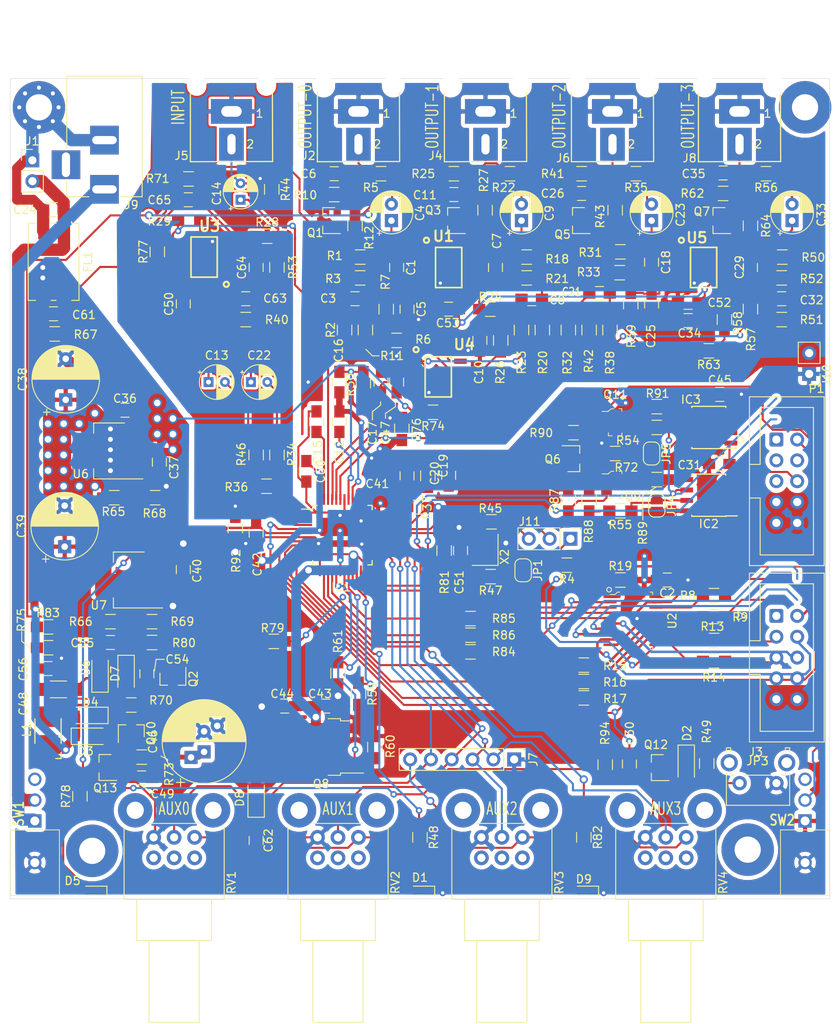
<source format=kicad_pcb>
(kicad_pcb (version 20171130) (host pcbnew "(5.1.9-0-10_14)")
  (layers (0 F.Cu signal) (31 B.Cu signal) (34 B.Paste user) (35 F.Paste user) (36 B.SilkS user) (37 F.SilkS user) (38 B.Mask user) (39 F.Mask user) (44 Edge.Cuts user))
  (net 0 "")
  (net 1 "Net-(C1-Pad1)")
  (net 2 "Net-(C1-Pad2)")
  (net 3 3V3)
  (net 4 GND)
  (net 5 "Net-(C3-Pad2)")
  (net 6 "Net-(C3-Pad1)")
  (net 7 "Net-(C4-Pad2)")
  (net 8 "Net-(C5-Pad1)")
  (net 9 GNDS)
  (net 10 "Net-(C6-Pad1)")
  (net 11 "Net-(C7-Pad2)")
  (net 12 "Net-(C7-Pad1)")
  (net 13 "Net-(C8-Pad2)")
  (net 14 "Net-(C8-Pad1)")
  (net 15 "Net-(C9-Pad2)")
  (net 16 "Net-(C10-Pad1)")
  (net 17 "Net-(C11-Pad1)")
  (net 18 "Net-(C12-Pad1)")
  (net 19 /NEG)
  (net 20 "Net-(C13-Pad1)")
  (net 21 "Net-(C14-Pad1)")
  (net 22 "Net-(C14-Pad2)")
  (net 23 "Net-(C15-Pad1)")
  (net 24 "Net-(C16-Pad1)")
  (net 25 "Net-(C17-Pad2)")
  (net 26 "Net-(C18-Pad1)")
  (net 27 "Net-(C18-Pad2)")
  (net 28 "Net-(C19-Pad2)")
  (net 29 "Net-(C20-Pad2)")
  (net 30 "Net-(C21-Pad1)")
  (net 31 "Net-(C21-Pad2)")
  (net 32 "Net-(C22-Pad1)")
  (net 33 /POS)
  (net 34 "Net-(C23-Pad2)")
  (net 35 "Net-(C24-Pad1)")
  (net 36 "Net-(C25-Pad1)")
  (net 37 "Net-(C26-Pad1)")
  (net 38 "Net-(C29-Pad2)")
  (net 39 "Net-(C29-Pad1)")
  (net 40 "Net-(C32-Pad2)")
  (net 41 "Net-(C32-Pad1)")
  (net 42 "Net-(C33-Pad2)")
  (net 43 "Net-(C34-Pad1)")
  (net 44 "Net-(C35-Pad1)")
  (net 45 +12V)
  (net 46 +5V)
  (net 47 "Net-(C46-Pad1)")
  (net 48 "Net-(C47-Pad1)")
  (net 49 "Net-(C48-Pad2)")
  (net 50 "Net-(C48-Pad1)")
  (net 51 "Net-(C49-Pad1)")
  (net 52 "Net-(C54-Pad2)")
  (net 53 "Net-(C54-Pad1)")
  (net 54 "Net-(C55-Pad1)")
  (net 55 "Net-(C56-Pad2)")
  (net 56 "Net-(C62-Pad2)")
  (net 57 "Net-(C63-Pad1)")
  (net 58 "Net-(C64-Pad2)")
  (net 59 "Net-(C65-Pad2)")
  (net 60 "Net-(D5-Pad2)")
  (net 61 /DAC0)
  (net 62 /DAC1)
  (net 63 /DAC2)
  (net 64 /DAC3)
  (net 65 "Net-(IC1-Pad32)")
  (net 66 "Net-(IC1-Pad31)")
  (net 67 /MP2)
  (net 68 /MP3)
  (net 69 /MP8)
  (net 70 /WP)
  (net 71 /WB)
  (net 72 "Net-(IC1-Pad17)")
  (net 73 /MP6)
  (net 74 /MP1)
  (net 75 /MP5)
  (net 76 /MP4)
  (net 77 "Net-(IC1-Pad4)")
  (net 78 "Net-(IC1-Pad3)")
  (net 79 "Net-(IC1-Pad2)")
  (net 80 "Net-(IC2-Pad7)")
  (net 81 "Net-(IC2-Pad5)")
  (net 82 "Net-(IC3-Pad5)")
  (net 83 "Net-(IC3-Pad7)")
  (net 84 /TDM_OUT0)
  (net 85 /MCLK_OUT)
  (net 86 /BCLK_OUT)
  (net 87 /LRCK_OUT)
  (net 88 LRCK_IN)
  (net 89 BCLK_IN)
  (net 90 /~LINK_ENB)
  (net 91 MCLK_IN)
  (net 92 DATA_IN)
  (net 93 "Net-(J9-Pad1)")
  (net 94 "Net-(J10-Pad2)")
  (net 95 /MCLKI)
  (net 96 "Net-(J11-Pad3)")
  (net 97 "Net-(JP1-Pad2)")
  (net 98 "Net-(Q1-Pad1)")
  (net 99 "Net-(Q2-Pad1)")
  (net 100 "Net-(Q3-Pad1)")
  (net 101 "Net-(Q5-Pad1)")
  (net 102 "Net-(Q6-Pad3)")
  (net 103 "Net-(Q7-Pad1)")
  (net 104 /RES_MUTE)
  (net 105 "Net-(R4-Pad1)")
  (net 106 +1V5)
  (net 107 "Net-(R8-Pad1)")
  (net 108 "Net-(R9-Pad1)")
  (net 109 +5VA)
  (net 110 "Net-(R13-Pad1)")
  (net 111 "Net-(R14-Pad1)")
  (net 112 "Net-(R15-Pad1)")
  (net 113 "Net-(R16-Pad1)")
  (net 114 "Net-(R17-Pad1)")
  (net 115 "Net-(R45-Pad2)")
  (net 116 "Net-(R65-Pad2)")
  (net 117 "Net-(R66-Pad2)")
  (net 118 /MCLK)
  (net 119 Earth)
  (net 120 GNDA)
  (net 121 /BRD_~RESET)
  (net 122 "Net-(D1-Pad2)")
  (net 123 "Net-(D9-Pad2)")
  (net 124 /MP9)
  (net 125 /SCL)
  (net 126 /SDA)
  (net 127 /MP11)
  (net 128 /MP10)
  (net 129 /MP7)
  (net 130 /MP0)
  (net 131 /MUTE)
  (net 132 /1V5)
  (net 133 "Net-(R84-Pad2)")
  (net 134 "Net-(R85-Pad2)")
  (net 135 "Net-(R86-Pad2)")
  (module Resistors_SMD:R_0805_HandSoldering (layer F.Cu) (at 123.19 80.645 90)
    (fp_text reference R38 (at -3.99 0.01 90) (layer F.SilkS))
    (fp_text value 10k)
    (pad 1 smd rect (at -1.35 0 90) (size 1.5 1.3) (layers F.Cu F.Paste F.Mask) (net 106 +1V5))
    (pad 2 smd rect (at 1.35 0 90) (size 1.5 1.3) (layers F.Cu F.Paste F.Mask) (net 31 "Net-(C21-Pad2)"))
  )
  (module Capacitors_SMD:C_0805_HandSoldering (layer F.Cu) (at 97.155 73.025 270)
    (fp_text reference C1 (at 0 -1.75 90) (layer F.SilkS))
    (fp_text value 150p)
    (pad 1 smd rect (at -1.25 0 270) (size 1.5 1.25) (layers F.Cu F.Paste F.Mask) (net 1 "Net-(C1-Pad1)"))
    (pad 2 smd rect (at 1.25 0 270) (size 1.5 1.25) (layers F.Cu F.Paste F.Mask) (net 2 "Net-(C1-Pad2)"))
  )
  (module Capacitors_SMD:C_0805_HandSoldering (layer F.Cu) (at 130.175 111.125)
    (fp_text reference C2 (at 0 1.6) (layer F.SilkS))
    (fp_text value 100n)
    (pad 1 smd rect (at -1.25 0) (size 1.5 1.25) (layers F.Cu F.Paste F.Mask) (net 3 3V3))
    (pad 2 smd rect (at 1.25 0) (size 1.5 1.25) (layers F.Cu F.Paste F.Mask) (net 4 GND))
  )
  (module Capacitors_SMD:C_0805_HandSoldering (layer F.Cu) (at 92.075 76.835)
    (fp_text reference C3 (at -3.275 -0.035) (layer F.SilkS))
    (fp_text value 1000PF)
    (pad 2 smd rect (at 1.25 0) (size 1.5 1.25) (layers F.Cu F.Paste F.Mask) (net 5 "Net-(C3-Pad2)"))
    (pad 1 smd rect (at -1.25 0) (size 1.5 1.25) (layers F.Cu F.Paste F.Mask) (net 6 "Net-(C3-Pad1)"))
  )
  (module Capacitor_THT:CP_Radial_D5.0mm_P2.00mm (layer F.Cu) (at 96.52 67.31 90)
    (fp_text reference C4 (at 0.91 3.48 90) (layer F.SilkS))
    (fp_text value 10u)
    (pad 1 thru_hole rect (at 0 0 90) (size 1.6 1.6) (drill 0.8) (layers *.Cu *.Mask) (net 1 "Net-(C1-Pad1)"))
    (pad 2 thru_hole circle (at 2 0 90) (size 1.6 1.6) (drill 0.8) (layers *.Cu *.Mask) (net 7 "Net-(C4-Pad2)"))
  )
  (module Capacitors_SMD:C_0805_HandSoldering (layer F.Cu) (at 98.425 78.105 270)
    (fp_text reference C5 (at 0 -1.75 90) (layer F.SilkS))
    (fp_text value 150p)
    (pad 1 smd rect (at -1.25 0 270) (size 1.5 1.25) (layers F.Cu F.Paste F.Mask) (net 8 "Net-(C5-Pad1)"))
    (pad 2 smd rect (at 1.25 0 270) (size 1.5 1.25) (layers F.Cu F.Paste F.Mask) (net 9 GNDS))
  )
  (module Capacitors_SMD:C_0805_HandSoldering (layer F.Cu) (at 89.535 61.595 180)
    (fp_text reference C6 (at 3.135 -0.005) (layer F.SilkS))
    (fp_text value 3n3)
    (pad 1 smd rect (at -1.25 0 180) (size 1.5 1.25) (layers F.Cu F.Paste F.Mask) (net 10 "Net-(C6-Pad1)"))
    (pad 2 smd rect (at 1.25 0 180) (size 1.5 1.25) (layers F.Cu F.Paste F.Mask) (net 9 GNDS))
  )
  (module Capacitors_SMD:C_0805_HandSoldering (layer F.Cu) (at 109.22 73.025 270)
    (fp_text reference C7 (at -3.225 -0.18 90) (layer F.SilkS))
    (fp_text value 150p)
    (pad 2 smd rect (at 1.25 0 270) (size 1.5 1.25) (layers F.Cu F.Paste F.Mask) (net 11 "Net-(C7-Pad2)"))
    (pad 1 smd rect (at -1.25 0 270) (size 1.5 1.25) (layers F.Cu F.Paste F.Mask) (net 12 "Net-(C7-Pad1)"))
  )
  (module Capacitors_SMD:C_0805_HandSoldering (layer F.Cu) (at 113.645 76.835 180)
    (fp_text reference C8 (at -3.105 -0.165) (layer F.SilkS))
    (fp_text value 1000PF)
    (pad 2 smd rect (at 1.25 0 180) (size 1.5 1.25) (layers F.Cu F.Paste F.Mask) (net 13 "Net-(C8-Pad2)"))
    (pad 1 smd rect (at -1.25 0 180) (size 1.5 1.25) (layers F.Cu F.Paste F.Mask) (net 14 "Net-(C8-Pad1)"))
  )
  (module Capacitor_THT:CP_Radial_D5.0mm_P2.00mm (layer F.Cu) (at 112.395 67.31 90)
    (fp_text reference C9 (at 0.91 3.405 90) (layer F.SilkS))
    (fp_text value 10u)
    (pad 2 thru_hole circle (at 2 0 90) (size 1.6 1.6) (drill 0.8) (layers *.Cu *.Mask) (net 15 "Net-(C9-Pad2)"))
    (pad 1 thru_hole rect (at 0 0 90) (size 1.6 1.6) (drill 0.8) (layers *.Cu *.Mask) (net 12 "Net-(C7-Pad1)"))
  )
  (module Capacitors_SMD:C_0805_HandSoldering (layer F.Cu) (at 107.315 81.915 270)
    (fp_text reference C10 (at 3.885 0.115 90) (layer F.SilkS))
    (fp_text value 150p)
    (pad 1 smd rect (at -1.25 0 270) (size 1.5 1.25) (layers F.Cu F.Paste F.Mask) (net 16 "Net-(C10-Pad1)"))
    (pad 2 smd rect (at 1.25 0 270) (size 1.5 1.25) (layers F.Cu F.Paste F.Mask) (net 9 GNDS))
  )
  (module Capacitors_SMD:C_0805_HandSoldering (layer F.Cu) (at 104.14 64.135 180)
    (fp_text reference C11 (at 3.54 -0.065) (layer F.SilkS))
    (fp_text value 3n3)
    (pad 2 smd rect (at 1.25 0 180) (size 1.5 1.25) (layers F.Cu F.Paste F.Mask) (net 9 GNDS))
    (pad 1 smd rect (at -1.25 0 180) (size 1.5 1.25) (layers F.Cu F.Paste F.Mask) (net 17 "Net-(C11-Pad1)"))
  )
  (module Capacitors_SMD:C_0805_HandSoldering (layer F.Cu) (at 90.17 91.821 90)
    (fp_text reference C12 (at -3.7 0.005 90) (layer F.SilkS))
    (fp_text value 10u)
    (pad 1 smd rect (at -1.25 0 90) (size 1.5 1.25) (layers F.Cu F.Paste F.Mask) (net 18 "Net-(C12-Pad1)"))
    (pad 2 smd rect (at 1.25 0 90) (size 1.5 1.25) (layers F.Cu F.Paste F.Mask) (net 4 GND))
  )
  (module Capacitor_THT:CP_Radial_D4.0mm_P2.00mm (layer F.Cu) (at 74.2 86.995)
    (fp_text reference C13 (at 1 -3.25) (layer F.SilkS))
    (fp_text value 47uF/6.3)
    (pad 2 thru_hole circle (at 2 0) (size 1.2 1.2) (drill 0.6) (layers *.Cu *.Mask) (net 19 /NEG))
    (pad 1 thru_hole rect (at 0 0) (size 1.2 1.2) (drill 0.6) (layers *.Cu *.Mask) (net 20 "Net-(C13-Pad1)"))
  )
  (module Capacitor_THT:CP_Radial_D4.0mm_P2.00mm (layer F.Cu) (at 78.105 64.77 90)
    (fp_text reference C14 (at 0.77 -2.905 90) (layer F.SilkS))
    (fp_text value 2.2uF/16)
    (pad 1 thru_hole rect (at 0 0 90) (size 1.2 1.2) (drill 0.6) (layers *.Cu *.Mask) (net 21 "Net-(C14-Pad1)"))
    (pad 2 thru_hole circle (at 2 0 90) (size 1.2 1.2) (drill 0.6) (layers *.Cu *.Mask) (net 22 "Net-(C14-Pad2)"))
  )
  (module Capacitors_SMD:C_0805_HandSoldering (layer F.Cu) (at 87.376 91.821 90)
    (fp_text reference C15 (at -3.7 0.145 90) (layer F.SilkS))
    (fp_text value 10u)
    (pad 2 smd rect (at 1.25 0 90) (size 1.5 1.25) (layers F.Cu F.Paste F.Mask) (net 4 GND))
    (pad 1 smd rect (at -1.25 0 90) (size 1.5 1.25) (layers F.Cu F.Paste F.Mask) (net 23 "Net-(C15-Pad1)"))
  )
  (module Capacitors_SMD:C_0805_HandSoldering (layer F.Cu) (at 90.17 86.995 270)
    (fp_text reference C16 (at -3.875 0.09 90) (layer F.SilkS))
    (fp_text value 10u)
    (pad 2 smd rect (at 1.25 0 270) (size 1.5 1.25) (layers F.Cu F.Paste F.Mask) (net 4 GND))
    (pad 1 smd rect (at -1.25 0 270) (size 1.5 1.25) (layers F.Cu F.Paste F.Mask) (net 24 "Net-(C16-Pad1)"))
  )
  (module Capacitors_SMD:C_0805_HandSoldering (layer F.Cu) (at 95.25 86.995 270)
    (fp_text reference C17 (at 6.205 1.05 90) (layer F.SilkS))
    (fp_text value 100n)
    (pad 2 smd rect (at 1.25 0 270) (size 1.5 1.25) (layers F.Cu F.Paste F.Mask) (net 25 "Net-(C17-Pad2)"))
    (pad 1 smd rect (at -1.25 0 270) (size 1.5 1.25) (layers F.Cu F.Paste F.Mask) (net 9 GNDS))
  )
  (module Capacitors_SMD:C_0805_HandSoldering (layer F.Cu) (at 128.27 72.39 270)
    (fp_text reference C18 (at 0 -1.75 90) (layer F.SilkS))
    (fp_text value 150p)
    (pad 1 smd rect (at -1.25 0 270) (size 1.5 1.25) (layers F.Cu F.Paste F.Mask) (net 26 "Net-(C18-Pad1)"))
    (pad 2 smd rect (at 1.25 0 270) (size 1.5 1.25) (layers F.Cu F.Paste F.Mask) (net 27 "Net-(C18-Pad2)"))
  )
  (module Capacitors_SMD:C_0805_HandSoldering (layer F.Cu) (at 98.425 98.425 270)
    (fp_text reference C19 (at -1.23088 -4.44216 90) (layer F.SilkS))
    (fp_text value 3n3)
    (pad 2 smd rect (at 1.25 0 270) (size 1.5 1.25) (layers F.Cu F.Paste F.Mask) (net 28 "Net-(C19-Pad2)"))
    (pad 1 smd rect (at -1.25 0 270) (size 1.5 1.25) (layers F.Cu F.Paste F.Mask) (net 3 3V3))
  )
  (module Capacitors_SMD:C_0805_HandSoldering (layer F.Cu) (at 103.505 98.3564 270)
    (fp_text reference C20 (at -0.24358 1.7015 90) (layer F.SilkS))
    (fp_text value 56n)
    (pad 1 smd rect (at -1.25 0 270) (size 1.5 1.25) (layers F.Cu F.Paste F.Mask) (net 3 3V3))
    (pad 2 smd rect (at 1.25 0 270) (size 1.5 1.25) (layers F.Cu F.Paste F.Mask) (net 29 "Net-(C20-Pad2)"))
  )
  (module Capacitors_SMD:C_0805_HandSoldering (layer F.Cu) (at 121.92 76.2)
    (fp_text reference C21 (at -3.42 -0.2) (layer F.SilkS) (effects (font (size 1 0.8))))
    (fp_text value 1000PF)
    (pad 1 smd rect (at -1.25 0) (size 1.5 1.25) (layers F.Cu F.Paste F.Mask) (net 30 "Net-(C21-Pad1)"))
    (pad 2 smd rect (at 1.25 0) (size 1.5 1.25) (layers F.Cu F.Paste F.Mask) (net 31 "Net-(C21-Pad2)"))
  )
  (module Capacitor_THT:CP_Radial_D4.0mm_P2.00mm (layer F.Cu) (at 79.375 86.995)
    (fp_text reference C22 (at 1 -3.25) (layer F.SilkS))
    (fp_text value 47uF/6.3)
    (pad 1 thru_hole rect (at 0 0) (size 1.2 1.2) (drill 0.6) (layers *.Cu *.Mask) (net 32 "Net-(C22-Pad1)"))
    (pad 2 thru_hole circle (at 2 0) (size 1.2 1.2) (drill 0.6) (layers *.Cu *.Mask) (net 33 /POS))
  )
  (module Capacitor_THT:CP_Radial_D5.0mm_P2.00mm (layer F.Cu) (at 128.27 67.31 90)
    (fp_text reference C23 (at 0.71 3.53 90) (layer F.SilkS))
    (fp_text value 10u)
    (pad 1 thru_hole rect (at 0 0 90) (size 1.6 1.6) (drill 0.8) (layers *.Cu *.Mask) (net 26 "Net-(C18-Pad1)"))
    (pad 2 thru_hole circle (at 2 0 90) (size 1.6 1.6) (drill 0.8) (layers *.Cu *.Mask) (net 34 "Net-(C23-Pad2)"))
  )
  (module Capacitors_SMD:C_0805_HandSoldering (layer F.Cu) (at 55.2628 65.9714 180)
    (fp_text reference C24 (at 3.46278 -0.02858) (layer F.SilkS))
    (fp_text value 100n)
    (pad 1 smd rect (at -1.25 0 180) (size 1.5 1.25) (layers F.Cu F.Paste F.Mask) (net 35 "Net-(C24-Pad1)"))
    (pad 2 smd rect (at 1.25 0 180) (size 1.5 1.25) (layers F.Cu F.Paste F.Mask) (net 119 Earth))
  )
  (module Capacitors_SMD:C_0805_HandSoldering (layer F.Cu) (at 128.27 77.47 270)
    (fp_text reference C25 (at 3.93 0.07 90) (layer F.SilkS))
    (fp_text value 150p)
    (pad 1 smd rect (at -1.25 0 270) (size 1.5 1.25) (layers F.Cu F.Paste F.Mask) (net 36 "Net-(C25-Pad1)"))
    (pad 2 smd rect (at 1.25 0 270) (size 1.5 1.25) (layers F.Cu F.Paste F.Mask) (net 9 GNDS))
  )
  (module Capacitors_SMD:C_0805_HandSoldering (layer F.Cu) (at 119.73 64 180)
    (fp_text reference C26 (at 3.53 0) (layer F.SilkS))
    (fp_text value 3n3)
    (pad 1 smd rect (at -1.25 0 180) (size 1.5 1.25) (layers F.Cu F.Paste F.Mask) (net 37 "Net-(C26-Pad1)"))
    (pad 2 smd rect (at 1.25 0 180) (size 1.5 1.25) (layers F.Cu F.Paste F.Mask) (net 9 GNDS))
  )
  (module Capacitors_SMD:C_0805_HandSoldering (layer F.Cu) (at 140.335 73.025 270)
    (fp_text reference C29 (at -0.025 1.335 90) (layer F.SilkS))
    (fp_text value 150p)
    (pad 2 smd rect (at 1.25 0 270) (size 1.5 1.25) (layers F.Cu F.Paste F.Mask) (net 38 "Net-(C29-Pad2)"))
    (pad 1 smd rect (at -1.25 0 270) (size 1.5 1.25) (layers F.Cu F.Paste F.Mask) (net 39 "Net-(C29-Pad1)"))
  )
  (module Capacitors_SMD:C_0805_HandSoldering (layer F.Cu) (at 125.567 133.551 270)
    (fp_text reference C30 (at -3.75066 -0.03256 90) (layer F.SilkS))
    (fp_text value 2.2u)
    (pad 1 smd rect (at -1.25 0 270) (size 1.5 1.25) (layers F.Cu F.Paste F.Mask) (net 121 /BRD_~RESET))
    (pad 2 smd rect (at 1.25 0 270) (size 1.5 1.25) (layers F.Cu F.Paste F.Mask) (net 4 GND))
  )
  (module Capacitors_SMD:C_0805_HandSoldering (layer F.Cu) (at 136.525 96.975)
    (fp_text reference C31 (at -3.6322 0.13682) (layer F.SilkS))
    (fp_text value 100n)
    (pad 2 smd rect (at 1.25 0) (size 1.5 1.25) (layers F.Cu F.Paste F.Mask) (net 4 GND))
    (pad 1 smd rect (at -1.25 0) (size 1.5 1.25) (layers F.Cu F.Paste F.Mask) (net 3 3V3))
  )
  (module Capacitors_SMD:C_0805_HandSoldering (layer F.Cu) (at 144.145 76.835 180)
    (fp_text reference C32 (at -3.655 -0.165) (layer F.SilkS))
    (fp_text value 1000PF)
    (pad 2 smd rect (at 1.25 0 180) (size 1.5 1.25) (layers F.Cu F.Paste F.Mask) (net 40 "Net-(C32-Pad2)"))
    (pad 1 smd rect (at -1.25 0 180) (size 1.5 1.25) (layers F.Cu F.Paste F.Mask) (net 41 "Net-(C32-Pad1)"))
  )
  (module Capacitor_THT:CP_Radial_D5.0mm_P2.00mm (layer F.Cu) (at 145.415 67.31 90)
    (fp_text reference C33 (at 0.71 3.585 90) (layer F.SilkS))
    (fp_text value 10u)
    (pad 2 thru_hole circle (at 2 0 90) (size 1.6 1.6) (drill 0.8) (layers *.Cu *.Mask) (net 42 "Net-(C33-Pad2)"))
    (pad 1 thru_hole rect (at 0 0 90) (size 1.6 1.6) (drill 0.8) (layers *.Cu *.Mask) (net 39 "Net-(C29-Pad1)"))
  )
  (module Capacitors_SMD:C_0805_HandSoldering (layer F.Cu) (at 132.73024 79.49692 180)
    (fp_text reference C34 (at -0.16764 -1.55448) (layer F.SilkS))
    (fp_text value 150p)
    (pad 1 smd rect (at -1.25 0 180) (size 1.5 1.25) (layers F.Cu F.Paste F.Mask) (net 43 "Net-(C34-Pad1)"))
    (pad 2 smd rect (at 1.25 0 180) (size 1.5 1.25) (layers F.Cu F.Paste F.Mask) (net 9 GNDS))
  )
  (module Capacitors_SMD:C_0805_HandSoldering (layer F.Cu) (at 137 61.5 180)
    (fp_text reference C35 (at 3.6 -0.1) (layer F.SilkS))
    (fp_text value 3n3)
    (pad 2 smd rect (at 1.25 0 180) (size 1.5 1.25) (layers F.Cu F.Paste F.Mask) (net 9 GNDS))
    (pad 1 smd rect (at -1.25 0 180) (size 1.5 1.25) (layers F.Cu F.Paste F.Mask) (net 44 "Net-(C35-Pad1)"))
  )
  (module Capacitors_SMD:C_0805_HandSoldering (layer F.Cu) (at 64.008 90.424 180)
    (fp_text reference C36 (at 0.008 1.424) (layer F.SilkS))
    (fp_text value 10u)
    (pad 2 smd rect (at 1.25 0 180) (size 1.5 1.25) (layers F.Cu F.Paste F.Mask) (net 4 GND))
    (pad 1 smd rect (at -1.25 0 180) (size 1.5 1.25) (layers F.Cu F.Paste F.Mask) (net 45 +12V))
  )
  (module Capacitors_SMD:C_0805_HandSoldering (layer F.Cu) (at 68.199 96.774 270)
    (fp_text reference C37 (at 0.626 -1.801 90) (layer F.SilkS))
    (fp_text value 100n)
    (pad 2 smd rect (at 1.25 0 270) (size 1.5 1.25) (layers F.Cu F.Paste F.Mask) (net 4 GND))
    (pad 1 smd rect (at -1.25 0 270) (size 1.5 1.25) (layers F.Cu F.Paste F.Mask) (net 46 +5V))
  )
  (module Capacitor_THT:CP_Radial_D8.0mm_P5.00mm (layer F.Cu) (at 56.769 89.154 90)
    (fp_text reference C38 (at 2.5 -5.25 90) (layer F.SilkS))
    (fp_text value 220u)
    (pad 2 thru_hole circle (at 5 0 90) (size 1.6 1.6) (drill 0.8) (layers *.Cu *.Mask) (net 4 GND))
    (pad 1 thru_hole rect (at 0 0 90) (size 1.6 1.6) (drill 0.8) (layers *.Cu *.Mask) (net 46 +5V))
  )
  (module Capacitor_THT:CP_Radial_D8.0mm_P5.00mm (layer F.Cu) (at 56.642 107.061 90)
    (fp_text reference C39 (at 2.5 -5.25 90) (layer F.SilkS))
    (fp_text value 220u)
    (pad 1 thru_hole rect (at 0 0 90) (size 1.6 1.6) (drill 0.8) (layers *.Cu *.Mask) (net 3 3V3))
    (pad 2 thru_hole circle (at 5 0 90) (size 1.6 1.6) (drill 0.8) (layers *.Cu *.Mask) (net 4 GND))
  )
  (module Capacitors_SMD:C_0805_HandSoldering (layer F.Cu) (at 71.12 109.855 90)
    (fp_text reference C40 (at -0.145 1.68 90) (layer F.SilkS))
    (fp_text value 10u)
    (pad 2 smd rect (at 1.25 0 90) (size 1.5 1.25) (layers F.Cu F.Paste F.Mask) (net 4 GND))
    (pad 1 smd rect (at -1.25 0 90) (size 1.5 1.25) (layers F.Cu F.Paste F.Mask) (net 3 3V3))
  )
  (module Capacitors_SMD:C_0805_HandSoldering (layer F.Cu) (at 99.695 102.235)
    (fp_text reference C41 (at -4.895 -2.835) (layer F.SilkS))
    (fp_text value 2.2u)
    (pad 1 smd rect (at -1.25 0) (size 1.5 1.25) (layers F.Cu F.Paste F.Mask) (net 3 3V3))
    (pad 2 smd rect (at 1.25 0) (size 1.5 1.25) (layers F.Cu F.Paste F.Mask) (net 4 GND))
  )
  (module Capacitors_SMD:C_0805_HandSoldering (layer F.Cu) (at 80.01 105.41 270)
    (fp_text reference C42 (at 3.825 -0.155 90) (layer F.SilkS))
    (fp_text value 100n)
    (pad 1 smd rect (at -1.25 0 270) (size 1.5 1.25) (layers F.Cu F.Paste F.Mask) (net 3 3V3))
    (pad 2 smd rect (at 1.25 0 270) (size 1.5 1.25) (layers F.Cu F.Paste F.Mask) (net 4 GND))
  )
  (module Capacitors_SMD:C_0805_HandSoldering (layer F.Cu) (at 88.5 126.5)
    (fp_text reference C43 (at -0.7 -1.5) (layer F.SilkS))
    (fp_text value 10u)
    (pad 2 smd rect (at 1.25 0) (size 1.5 1.25) (layers F.Cu F.Paste F.Mask) (net 4 GND))
    (pad 1 smd rect (at -1.25 0) (size 1.5 1.25) (layers F.Cu F.Paste F.Mask) (net 132 /1V5))
  )
  (module Capacitors_SMD:C_0805_HandSoldering (layer F.Cu) (at 83.5 126.5 180)
    (fp_text reference C44 (at 0.3 1.5) (layer F.SilkS))
    (fp_text value 100n)
    (pad 1 smd rect (at -1.25 0 180) (size 1.5 1.25) (layers F.Cu F.Paste F.Mask) (net 132 /1V5))
    (pad 2 smd rect (at 1.25 0 180) (size 1.5 1.25) (layers F.Cu F.Paste F.Mask) (net 4 GND))
  )
  (module Capacitors_SMD:C_0805_HandSoldering (layer F.Cu) (at 136.6 88.5)
    (fp_text reference C45 (at 0 -1.75) (layer F.SilkS))
    (fp_text value 100n)
    (pad 2 smd rect (at 1.25 0) (size 1.5 1.25) (layers F.Cu F.Paste F.Mask) (net 4 GND))
    (pad 1 smd rect (at -1.25 0) (size 1.5 1.25) (layers F.Cu F.Paste F.Mask) (net 3 3V3))
  )
  (module Capacitors_SMD:C_0805_HandSoldering (layer F.Cu) (at 97.155 86.995 90)
    (fp_text reference C47 (at -6.205 -1.355 90) (layer F.SilkS))
    (fp_text value 2.2u)
    (pad 1 smd rect (at -1.25 0 90) (size 1.5 1.25) (layers F.Cu F.Paste F.Mask) (net 48 "Net-(C47-Pad1)"))
    (pad 2 smd rect (at 1.25 0 90) (size 1.5 1.25) (layers F.Cu F.Paste F.Mask) (net 9 GNDS))
  )
  (module Capacitors_SMD:C_1206_HandSoldering (layer F.Cu) (at 55.88 124.46)
    (fp_text reference C48 (at -4.28 1.74 90) (layer F.SilkS))
    (fp_text value 10uF)
    (pad 2 smd rect (at 2 0) (size 2 1.6) (layers F.Cu F.Paste F.Mask) (net 49 "Net-(C48-Pad2)"))
    (pad 1 smd rect (at -2 0) (size 2 1.6) (layers F.Cu F.Paste F.Mask) (net 50 "Net-(C48-Pad1)"))
  )
  (module Capacitors_SMD:C_0805_HandSoldering (layer F.Cu) (at 66.04 135.255 180)
    (fp_text reference C49 (at -2.56 -1.945) (layer F.SilkS))
    (fp_text value 2.2u)
    (pad 1 smd rect (at -1.25 0 180) (size 1.5 1.25) (layers F.Cu F.Paste F.Mask) (net 51 "Net-(C49-Pad1)"))
    (pad 2 smd rect (at 1.25 0 180) (size 1.5 1.25) (layers F.Cu F.Paste F.Mask) (net 4 GND))
  )
  (module Capacitors_SMD:C_0805_HandSoldering (layer F.Cu) (at 71.12 77.47 90)
    (fp_text reference C50 (at 0 -1.75 90) (layer F.SilkS))
    (fp_text value 100n)
    (pad 1 smd rect (at -1.25 0 90) (size 1.5 1.25) (layers F.Cu F.Paste F.Mask) (net 120 GNDA))
    (pad 2 smd rect (at 1.25 0 90) (size 1.5 1.25) (layers F.Cu F.Paste F.Mask) (net 45 +12V))
  )
  (module Capacitors_SMD:C_0805_HandSoldering (layer F.Cu) (at 104.955 107.534 270)
    (fp_text reference C51 (at 3.86596 0.15492 90) (layer F.SilkS))
    (fp_text value 100n)
    (pad 2 smd rect (at 1.25 0 270) (size 1.5 1.25) (layers F.Cu F.Paste F.Mask) (net 3 3V3))
    (pad 1 smd rect (at -1.25 0 270) (size 1.5 1.25) (layers F.Cu F.Paste F.Mask) (net 4 GND))
  )
  (module Capacitors_SMD:C_0805_HandSoldering (layer F.Cu) (at 132.73024 77.27188)
    (fp_text reference C52 (at 3.825 0.045) (layer F.SilkS))
    (fp_text value 100n)
    (pad 1 smd rect (at -1.25 0) (size 1.5 1.25) (layers F.Cu F.Paste F.Mask) (net 9 GNDS))
    (pad 2 smd rect (at 1.25 0) (size 1.5 1.25) (layers F.Cu F.Paste F.Mask) (net 45 +12V))
  )
  (module Capacitors_SMD:C_0805_HandSoldering (layer F.Cu) (at 103.505 78.105)
    (fp_text reference C53 (at -0.105 1.695) (layer F.SilkS))
    (fp_text value 100n)
    (pad 2 smd rect (at 1.25 0) (size 1.5 1.25) (layers F.Cu F.Paste F.Mask) (net 45 +12V))
    (pad 1 smd rect (at -1.25 0) (size 1.5 1.25) (layers F.Cu F.Paste F.Mask) (net 9 GNDS))
  )
  (module Capacitors_SMD:C_0805_HandSoldering (layer F.Cu) (at 66.675 122.555 270)
    (fp_text reference C54 (at -1.755 -3.725 180) (layer F.SilkS))
    (fp_text value 2.2u)
    (pad 2 smd rect (at 1.25 0 270) (size 1.5 1.25) (layers F.Cu F.Paste F.Mask) (net 52 "Net-(C54-Pad2)"))
    (pad 1 smd rect (at -1.25 0 270) (size 1.5 1.25) (layers F.Cu F.Paste F.Mask) (net 53 "Net-(C54-Pad1)"))
  )
  (module Capacitors_SMD:C_0805_HandSoldering (layer F.Cu) (at 62.23 118.745)
    (fp_text reference C55 (at -3.43 0.055) (layer F.SilkS))
    (fp_text value 2.2u)
    (pad 2 smd rect (at 1.25 0) (size 1.5 1.25) (layers F.Cu F.Paste F.Mask) (net 49 "Net-(C48-Pad2)"))
    (pad 1 smd rect (at -1.25 0) (size 1.5 1.25) (layers F.Cu F.Paste F.Mask) (net 54 "Net-(C55-Pad1)"))
  )
  (module Capacitors_SMD:C_0805_HandSoldering (layer F.Cu) (at 54.61 121.92 180)
    (fp_text reference C56 (at 3.01 -0.08 90) (layer F.SilkS))
    (fp_text value 2.2u)
    (pad 1 smd rect (at -1.25 0 180) (size 1.5 1.25) (layers F.Cu F.Paste F.Mask) (net 4 GND))
    (pad 2 smd rect (at 1.25 0 180) (size 1.5 1.25) (layers F.Cu F.Paste F.Mask) (net 55 "Net-(C56-Pad2)"))
  )
  (module Capacitors_SMD:C_0805_HandSoldering (layer F.Cu) (at 86.1365 97.8764 270)
    (fp_text reference C60 (at 0 -1.75 90) (layer F.SilkS))
    (fp_text value 100n)
    (pad 2 smd rect (at 1.25 0 270) (size 1.5 1.25) (layers F.Cu F.Paste F.Mask) (net 4 GND))
    (pad 1 smd rect (at -1.25 0 270) (size 1.5 1.25) (layers F.Cu F.Paste F.Mask) (net 3 3V3))
  )
  (module Capacitors_SMD:C_0805_HandSoldering (layer F.Cu) (at 55.2828 78.6714 180)
    (fp_text reference C61 (at -3.71722 -0.12858) (layer F.SilkS))
    (fp_text value 100n)
    (pad 2 smd rect (at 1.25 0 180) (size 1.5 1.25) (layers F.Cu F.Paste F.Mask) (net 4 GND))
    (pad 1 smd rect (at -1.25 0 180) (size 1.5 1.25) (layers F.Cu F.Paste F.Mask) (net 45 +12V))
  )
  (module Capacitors_SMD:C_0805_HandSoldering (layer F.Cu) (at 80.01 142.875 270)
    (fp_text reference C62 (at 0 -1.5 90) (layer F.SilkS))
    (fp_text value 10u)
    (pad 1 smd rect (at -1.25 0 270) (size 1.5 1.25) (layers F.Cu F.Paste F.Mask) (net 4 GND))
    (pad 2 smd rect (at 1.25 0 270) (size 1.5 1.25) (layers F.Cu F.Paste F.Mask) (net 56 "Net-(C62-Pad2)"))
  )
  (module Capacitors_SMD:C_0805_HandSoldering (layer F.Cu) (at 78.74 76.835)
    (fp_text reference C63 (at 3.59 -0.035) (layer F.SilkS))
    (fp_text value 2.2pF)
    (pad 1 smd rect (at -1.25 0) (size 1.5 1.25) (layers F.Cu F.Paste F.Mask) (net 57 "Net-(C63-Pad1)"))
    (pad 2 smd rect (at 1.25 0) (size 1.5 1.25) (layers F.Cu F.Paste F.Mask) (net 32 "Net-(C22-Pad1)"))
  )
  (module Capacitors_SMD:C_0805_HandSoldering (layer F.Cu) (at 80.01 73.025 90)
    (fp_text reference C64 (at 0 -1.75 90) (layer F.SilkS))
    (fp_text value 47pF)
    (pad 2 smd rect (at 1.25 0 90) (size 1.5 1.25) (layers F.Cu F.Paste F.Mask) (net 58 "Net-(C64-Pad2)"))
    (pad 1 smd rect (at -1.25 0 90) (size 1.5 1.25) (layers F.Cu F.Paste F.Mask) (net 32 "Net-(C22-Pad1)"))
  )
  (module Capacitors_SMD:C_0805_HandSoldering (layer F.Cu) (at 71.735 64.77)
    (fp_text reference C65 (at -3.535 0.03) (layer F.SilkS))
    (fp_text value 47pF)
    (pad 1 smd rect (at -1.25 0) (size 1.5 1.25) (layers F.Cu F.Paste F.Mask) (net 20 "Net-(C13-Pad1)"))
    (pad 2 smd rect (at 1.25 0) (size 1.5 1.25) (layers F.Cu F.Paste F.Mask) (net 59 "Net-(C65-Pad2)"))
  )
  (module Diodes_SMD:D_SOD-123 (layer F.Cu) (at 132.5 133.5 270)
    (fp_text reference D2 (at -3.7 -0.1 90) (layer F.SilkS))
    (fp_text value 1N4148W)
    (pad 2 smd rect (at 1.65 0 270) (size 0.9 1.2) (layers F.Cu F.Paste F.Mask) (net 121 /BRD_~RESET))
    (pad 1 smd rect (at -1.65 0 270) (size 0.9 1.2) (layers F.Cu F.Paste F.Mask) (net 3 3V3))
  )
  (module Diodes_SMD:D_SOD-123 (layer F.Cu) (at 59.69 130.175)
    (fp_text reference D3 (at -0.49 1.825) (layer F.SilkS))
    (fp_text value 1N4148W)
    (pad 1 smd rect (at -1.65 0) (size 0.9 1.2) (layers F.Cu F.Paste F.Mask) (net 45 +12V))
    (pad 2 smd rect (at 1.65 0) (size 0.9 1.2) (layers F.Cu F.Paste F.Mask) (net 51 "Net-(C49-Pad1)"))
  )
  (module Diodes_SMD:D_SOD-123 (layer F.Cu) (at 59.69 127.635 180)
    (fp_text reference D4 (at -0.11 1.635) (layer F.SilkS))
    (fp_text value RB160M-30)
    (pad 1 smd rect (at -1.65 0 180) (size 0.9 1.2) (layers F.Cu F.Paste F.Mask) (net 47 "Net-(C46-Pad1)"))
    (pad 2 smd rect (at 1.65 0 180) (size 0.9 1.2) (layers F.Cu F.Paste F.Mask) (net 45 +12V))
  )
  (module LEDs:LED_0603_HandSoldering (layer F.Cu) (at 60 149 180)
    (fp_text reference D5 (at 2.4 1.2) (layer F.SilkS))
    (fp_text value LED_GRN)
    (pad 2 smd rect (at 1.1 0 180) (size 1.2 0.9) (layers F.Cu F.Paste F.Mask) (net 60 "Net-(D5-Pad2)"))
    (pad 1 smd rect (at -1.1 0 180) (size 1.2 0.9) (layers F.Cu F.Paste F.Mask) (net 4 GND))
  )
  (module Diodes_SMD:D_SOD-123 (layer F.Cu) (at 60.96 122.555 90)
    (fp_text reference D6 (at 0.755 -1.76 90) (layer F.SilkS))
    (fp_text value RB160M-30)
    (pad 2 smd rect (at 1.65 0 90) (size 0.9 1.2) (layers F.Cu F.Paste F.Mask) (net 54 "Net-(C55-Pad1)"))
    (pad 1 smd rect (at -1.65 0 90) (size 0.9 1.2) (layers F.Cu F.Paste F.Mask) (net 52 "Net-(C54-Pad2)"))
  )
  (module Diodes_SMD:D_SOD-123 (layer F.Cu) (at 64.135 122.555 270)
    (fp_text reference D7 (at 0 1.335 90) (layer F.SilkS))
    (fp_text value RB160M-30)
    (pad 1 smd rect (at -1.65 0 270) (size 0.9 1.2) (layers F.Cu F.Paste F.Mask) (net 49 "Net-(C48-Pad2)"))
    (pad 2 smd rect (at 1.65 0 270) (size 0.9 1.2) (layers F.Cu F.Paste F.Mask) (net 52 "Net-(C54-Pad2)"))
  )
  (module Diodes_SMD:D_SOD-123 (layer F.Cu) (at 80.01 137.795 90)
    (fp_text reference D8 (at 0 -2 90) (layer F.SilkS))
    (fp_text value RB160M-30)
    (pad 2 smd rect (at 1.65 0 90) (size 0.9 1.2) (layers F.Cu F.Paste F.Mask) (net 3 3V3))
    (pad 1 smd rect (at -1.65 0 90) (size 0.9 1.2) (layers F.Cu F.Paste F.Mask) (net 56 "Net-(C62-Pad2)"))
  )
  (module MyLibrary:ACM9070-701-2PL-TL01 (layer F.Cu) (at 55.2878 72.3364 270)
    (fp_text reference FL1 (at 0 -4.2 90) (layer F.SilkS))
    (fp_text value ACM9070-701-2PL-TL01)
    (pad 3 smd rect (at 3.75 -1.27 270) (size 2 1.2) (layers F.Cu F.Paste F.Mask) (net 45 +12V))
    (pad 4 smd rect (at 3.75 1.27 270) (size 2 1.2) (layers F.Cu F.Paste F.Mask) (net 4 GND))
    (pad 2 smd rect (at -3.75 1.27 270) (size 2 1.2) (layers F.Cu F.Paste F.Mask) (net 119 Earth))
    (pad 1 smd rect (at -3.75 -1.27 270) (size 2 1.2) (layers F.Cu F.Paste F.Mask) (net 35 "Net-(C24-Pad1)"))
  )
  (module Housings_QFP:LQFP-48_7x7mm_Pitch0.5mm (layer F.Cu) (at 90.54 105.66)
    (fp_text reference IC1 (at -0.14 6.34) (layer F.SilkS))
    (fp_text value ADAU1701)
    (pad 48 smd rect (at -2.75 -4.35 90) (size 1.3 0.25) (layers F.Cu F.Paste F.Mask) (net 3 3V3))
    (pad 47 smd rect (at -2.25 -4.35 90) (size 1.3 0.25) (layers F.Cu F.Paste F.Mask) (net 23 "Net-(C15-Pad1)"))
    (pad 46 smd rect (at -1.75 -4.35 90) (size 1.3 0.25) (layers F.Cu F.Paste F.Mask) (net 61 /DAC0))
    (pad 45 smd rect (at -1.25 -4.35 90) (size 1.3 0.25) (layers F.Cu F.Paste F.Mask) (net 62 /DAC1))
    (pad 44 smd rect (at -0.75 -4.35 90) (size 1.3 0.25) (layers F.Cu F.Paste F.Mask) (net 63 /DAC2))
    (pad 43 smd rect (at -0.25 -4.35 90) (size 1.3 0.25) (layers F.Cu F.Paste F.Mask) (net 64 /DAC3))
    (pad 42 smd rect (at 0.25 -4.35 90) (size 1.3 0.25) (layers F.Cu F.Paste F.Mask) (net 4 GND))
    (pad 41 smd rect (at 0.75 -4.35 90) (size 1.3 0.25) (layers F.Cu F.Paste F.Mask) (net 18 "Net-(C12-Pad1)"))
    (pad 40 smd rect (at 1.25 -4.35 90) (size 1.3 0.25) (layers F.Cu F.Paste F.Mask) (net 24 "Net-(C16-Pad1)"))
    (pad 39 smd rect (at 1.75 -4.35 90) (size 1.3 0.25) (layers F.Cu F.Paste F.Mask) (net 3 3V3))
    (pad 38 smd rect (at 2.25 -4.35 90) (size 1.3 0.25) (layers F.Cu F.Paste F.Mask) (net 4 GND))
    (pad 37 smd rect (at 2.75 -4.35 90) (size 1.3 0.25) (layers F.Cu F.Paste F.Mask) (net 4 GND))
    (pad 36 smd rect (at 4.35 -2.75) (size 1.3 0.25) (layers F.Cu F.Paste F.Mask) (net 3 3V3))
    (pad 35 smd rect (at 4.35 -2.25) (size 1.3 0.25) (layers F.Cu F.Paste F.Mask) (net 28 "Net-(C19-Pad2)"))
    (pad 34 smd rect (at 4.35 -1.75) (size 1.3 0.25) (layers F.Cu F.Paste F.Mask) (net 3 3V3))
    (pad 33 smd rect (at 4.35 -1.25) (size 1.3 0.25) (layers F.Cu F.Paste F.Mask) (net 4 GND))
    (pad 32 smd rect (at 4.35 -0.75) (size 1.3 0.25) (layers F.Cu F.Paste F.Mask) (net 65 "Net-(IC1-Pad32)"))
    (pad 31 smd rect (at 4.35 -0.25) (size 1.3 0.25) (layers F.Cu F.Paste F.Mask) (net 66 "Net-(IC1-Pad31)"))
    (pad 30 smd rect (at 4.35 0.25) (size 1.3 0.25) (layers F.Cu F.Paste F.Mask) (net 4 GND))
    (pad 29 smd rect (at 4.35 0.75) (size 1.3 0.25) (layers F.Cu F.Paste F.Mask) (net 67 /MP2))
    (pad 28 smd rect (at 4.35 1.25) (size 1.3 0.25) (layers F.Cu F.Paste F.Mask) (net 68 /MP3))
    (pad 27 smd rect (at 4.35 1.75) (size 1.3 0.25) (layers F.Cu F.Paste F.Mask) (net 69 /MP8))
    (pad 26 smd rect (at 4.35 2.25) (size 1.3 0.25) (layers F.Cu F.Paste F.Mask) (net 124 /MP9))
    (pad 25 smd rect (at 4.35 2.75) (size 1.3 0.25) (layers F.Cu F.Paste F.Mask) (net 4 GND))
    (pad 24 smd rect (at 2.75 4.35 90) (size 1.3 0.25) (layers F.Cu F.Paste F.Mask) (net 132 /1V5))
    (pad 23 smd rect (at 2.25 4.35 90) (size 1.3 0.25) (layers F.Cu F.Paste F.Mask) (net 125 /SCL))
    (pad 22 smd rect (at 1.75 4.35 90) (size 1.3 0.25) (layers F.Cu F.Paste F.Mask) (net 126 /SDA))
    (pad 21 smd rect (at 1.25 4.35 90) (size 1.3 0.25) (layers F.Cu F.Paste F.Mask) (net 70 /WP))
    (pad 20 smd rect (at 0.75 4.35 90) (size 1.3 0.25) (layers F.Cu F.Paste F.Mask) (net 71 /WB))
    (pad 19 smd rect (at 0.25 4.35 90) (size 1.3 0.25) (layers F.Cu F.Paste F.Mask) (net 127 /MP11))
    (pad 18 smd rect (at -0.25 4.35 90) (size 1.3 0.25) (layers F.Cu F.Paste F.Mask) (net 3 3V3))
    (pad 17 smd rect (at -0.75 4.35 90) (size 1.3 0.25) (layers F.Cu F.Paste F.Mask) (net 72 "Net-(IC1-Pad17)"))
    (pad 16 smd rect (at -1.25 4.35 90) (size 1.3 0.25) (layers F.Cu F.Paste F.Mask) (net 128 /MP10))
    (pad 15 smd rect (at -1.75 4.35 90) (size 1.3 0.25) (layers F.Cu F.Paste F.Mask) (net 73 /MP6))
    (pad 14 smd rect (at -2.25 4.35 90) (size 1.3 0.25) (layers F.Cu F.Paste F.Mask) (net 129 /MP7))
    (pad 13 smd rect (at -2.75 4.35 90) (size 1.3 0.25) (layers F.Cu F.Paste F.Mask) (net 132 /1V5))
    (pad 12 smd rect (at -4.35 2.75) (size 1.3 0.25) (layers F.Cu F.Paste F.Mask) (net 4 GND))
    (pad 11 smd rect (at -4.35 2.25) (size 1.3 0.25) (layers F.Cu F.Paste F.Mask) (net 130 /MP0))
    (pad 10 smd rect (at -4.35 1.75) (size 1.3 0.25) (layers F.Cu F.Paste F.Mask) (net 74 /MP1))
    (pad 9 smd rect (at -4.35 1.25) (size 1.3 0.25) (layers F.Cu F.Paste F.Mask) (net 75 /MP5))
    (pad 8 smd rect (at -4.35 0.75) (size 1.3 0.25) (layers F.Cu F.Paste F.Mask) (net 76 /MP4))
    (pad 7 smd rect (at -4.35 0.25) (size 1.3 0.25) (layers F.Cu F.Paste F.Mask) (net 4 GND))
    (pad 6 smd rect (at -4.35 -0.25) (size 1.3 0.25) (layers F.Cu F.Paste F.Mask) (net 3 3V3))
    (pad 5 smd rect (at -4.35 -0.75) (size 1.3 0.25) (layers F.Cu F.Paste F.Mask) (net 121 /BRD_~RESET))
    (pad 4 smd rect (at -4.35 -1.25) (size 1.3 0.25) (layers F.Cu F.Paste F.Mask) (net 77 "Net-(IC1-Pad4)"))
    (pad 3 smd rect (at -4.35 -1.75) (size 1.3 0.25) (layers F.Cu F.Paste F.Mask) (net 78 "Net-(IC1-Pad3)"))
    (pad 2 smd rect (at -4.35 -2.25) (size 1.3 0.25) (layers F.Cu F.Paste F.Mask) (net 79 "Net-(IC1-Pad2)"))
    (pad 1 smd rect (at -4.35 -2.75) (size 1.3 0.25) (layers F.Cu F.Paste F.Mask) (net 4 GND))
  )
  (module Housings_SOIC:SOIC-8_3.9x4.9mm_Pitch1.27mm (layer F.Cu) (at 135.255 100.785 180)
    (fp_text reference IC2 (at 0 -3.5) (layer F.SilkS))
    (fp_text value 24AA256)
    (pad 8 smd rect (at 2.7 -1.905 180) (size 1.55 0.6) (layers F.Cu F.Paste F.Mask) (net 3 3V3))
    (pad 7 smd rect (at 2.7 -0.635 180) (size 1.55 0.6) (layers F.Cu F.Paste F.Mask) (net 80 "Net-(IC2-Pad7)"))
    (pad 6 smd rect (at 2.7 0.635 180) (size 1.55 0.6) (layers F.Cu F.Paste F.Mask) (net 125 /SCL))
    (pad 5 smd rect (at 2.7 1.905 180) (size 1.55 0.6) (layers F.Cu F.Paste F.Mask) (net 81 "Net-(IC2-Pad5)"))
    (pad 4 smd rect (at -2.7 1.905 180) (size 1.55 0.6) (layers F.Cu F.Paste F.Mask) (net 4 GND))
    (pad 3 smd rect (at -2.7 0.635 180) (size 1.55 0.6) (layers F.Cu F.Paste F.Mask) (net 4 GND))
    (pad 2 smd rect (at -2.7 -0.635 180) (size 1.55 0.6) (layers F.Cu F.Paste F.Mask) (net 4 GND))
    (pad 1 smd rect (at -2.7 -1.905 180) (size 1.55 0.6) (layers F.Cu F.Paste F.Mask) (net 4 GND))
  )
  (module Housings_SOIC:SOIC-8_3.9x4.9mm_Pitch1.27mm (layer F.Cu) (at 135.255 92.53 180)
    (fp_text reference IC3 (at 2.19202 3.40648) (layer F.SilkS))
    (fp_text value 24AA256)
    (pad 1 smd rect (at -2.7 -1.905 180) (size 1.55 0.6) (layers F.Cu F.Paste F.Mask) (net 4 GND))
    (pad 2 smd rect (at -2.7 -0.635 180) (size 1.55 0.6) (layers F.Cu F.Paste F.Mask) (net 4 GND))
    (pad 3 smd rect (at -2.7 0.635 180) (size 1.55 0.6) (layers F.Cu F.Paste F.Mask) (net 4 GND))
    (pad 4 smd rect (at -2.7 1.905 180) (size 1.55 0.6) (layers F.Cu F.Paste F.Mask) (net 4 GND))
    (pad 5 smd rect (at 2.7 1.905 180) (size 1.55 0.6) (layers F.Cu F.Paste F.Mask) (net 82 "Net-(IC3-Pad5)"))
    (pad 6 smd rect (at 2.7 0.635 180) (size 1.55 0.6) (layers F.Cu F.Paste F.Mask) (net 125 /SCL))
    (pad 7 smd rect (at 2.7 -0.635 180) (size 1.55 0.6) (layers F.Cu F.Paste F.Mask) (net 83 "Net-(IC3-Pad7)"))
    (pad 8 smd rect (at 2.7 -1.905 180) (size 1.55 0.6) (layers F.Cu F.Paste F.Mask) (net 3 3V3))
  )
  (module Connector_PinHeader_2.54mm:PinHeader_1x02_P2.54mm_Vertical (layer F.Cu) (at 52.705 59.96)
    (fp_text reference J1 (at 0 -2.33) (layer F.SilkS))
    (fp_text value Conn_01x02)
    (pad 2 thru_hole oval (at 0 2.54) (size 1.7 1.7) (drill 1) (layers *.Cu *.Mask) (net 35 "Net-(C24-Pad1)"))
    (pad 1 thru_hole rect (at 0 0) (size 1.7 1.7) (drill 1) (layers *.Cu *.Mask) (net 119 Earth))
  )
  (module MyJacks:RJ-2410N (layer F.Cu) (at 92.5 50)
    (fp_text reference J2 (at -6.096 9.398) (layer F.SilkS))
    (fp_text value Conn_RCA)
    (fp_text user 1 (at 3.429 4.2545) (layer F.SilkS))
    (fp_text user 2 (at 2.286 8.001) (layer F.SilkS))
    (pad 2 thru_hole rect (at 0 4) (size 5 3) (drill oval 2.5 1.3) (layers *.Cu *.Mask) (net 9 GNDS))
    (pad 1 thru_hole rect (at 0 8 90) (size 4 3) (drill oval 2.5 1) (layers *.Cu *.Mask) (net 10 "Net-(C6-Pad1)"))
    (pad "" np_thru_hole oval (at -4.25 0.45) (size 1.8 2.7) (drill oval 1.8 2.7) (layers *.Mask F.Cu))
    (pad "" np_thru_hole oval (at 4.25 0.45) (size 1.8 2.7) (drill oval 1.8 2.7) (layers *.Mask F.Cu))
  )
  (module Connector_IDC:IDC-Header_2x05_P2.54mm_Vertical (layer F.Cu) (at 143.5 115.5)
    (fp_text reference J3 (at -2.5 16.6) (layer F.SilkS))
    (fp_text value Conn_02x5_Odd_Even)
    (pad 1 thru_hole roundrect (at 0 0) (size 1.7 1.7) (drill 1) (layers *.Cu *.Mask) (roundrect_rratio 0.147059) (net 84 /TDM_OUT0))
    (pad 3 thru_hole circle (at 0 2.54) (size 1.7 1.7) (drill 1) (layers *.Cu *.Mask) (net 85 /MCLK_OUT))
    (pad 5 thru_hole circle (at 0 5.08) (size 1.7 1.7) (drill 1) (layers *.Cu *.Mask) (net 4 GND))
    (pad 7 thru_hole circle (at 0 7.62) (size 1.7 1.7) (drill 1) (layers *.Cu *.Mask) (net 86 /BCLK_OUT))
    (pad 9 thru_hole circle (at 0 10.16) (size 1.7 1.7) (drill 1) (layers *.Cu *.Mask) (net 87 /LRCK_OUT))
    (pad 2 thru_hole circle (at 2.54 0) (size 1.7 1.7) (drill 1) (layers *.Cu *.Mask) (net 88 LRCK_IN))
    (pad 4 thru_hole circle (at 2.54 2.54) (size 1.7 1.7) (drill 1) (layers *.Cu *.Mask) (net 89 BCLK_IN))
    (pad 6 thru_hole circle (at 2.54 5.08) (size 1.7 1.7) (drill 1) (layers *.Cu *.Mask) (net 90 /~LINK_ENB))
    (pad 8 thru_hole circle (at 2.54 7.62) (size 1.7 1.7) (drill 1) (layers *.Cu *.Mask) (net 91 MCLK_IN))
    (pad 10 thru_hole circle (at 2.54 10.16) (size 1.7 1.7) (drill 1) (layers *.Cu *.Mask) (net 92 DATA_IN))
  )
  (module MyJacks:RJ-2410N (layer F.Cu) (at 108 50)
    (fp_text reference J4 (at -6.096 9.398) (layer F.SilkS))
    (fp_text value Conn_RCA)
    (fp_text user 1 (at 3.429 4.2545) (layer F.SilkS))
    (fp_text user 2 (at 2.286 8.001) (layer F.SilkS))
    (pad 2 thru_hole rect (at 0 4) (size 5 3) (drill oval 2.5 1.3) (layers *.Cu *.Mask) (net 9 GNDS))
    (pad 1 thru_hole rect (at 0 8 90) (size 4 3) (drill oval 2.5 1) (layers *.Cu *.Mask) (net 17 "Net-(C11-Pad1)"))
    (pad "" np_thru_hole oval (at -4.25 0.45) (size 1.8 2.7) (drill oval 1.8 2.7) (layers *.Mask F.Cu))
    (pad "" np_thru_hole oval (at 4.25 0.45) (size 1.8 2.7) (drill oval 1.8 2.7) (layers *.Mask F.Cu))
  )
  (module MyJacks:RJ-2410N (layer F.Cu) (at 77 50)
    (fp_text reference J5 (at -6.096 9.398) (layer F.SilkS))
    (fp_text value Conn_RCA)
    (fp_text user 2 (at 2.286 8.001) (layer F.SilkS))
    (fp_text user 1 (at 3.429 4.2545) (layer F.SilkS))
    (pad "" np_thru_hole oval (at 4.25 0.45) (size 1.8 2.7) (drill oval 1.8 2.7) (layers *.Mask F.Cu))
    (pad "" np_thru_hole oval (at -4.25 0.45) (size 1.8 2.7) (drill oval 1.8 2.7) (layers *.Mask F.Cu))
    (pad 1 thru_hole rect (at 0 8 90) (size 4 3) (drill oval 2.5 1) (layers *.Cu *.Mask) (net 22 "Net-(C14-Pad2)"))
    (pad 2 thru_hole rect (at 0 4) (size 5 3) (drill oval 2.5 1.3) (layers *.Cu *.Mask) (net 120 GNDA))
  )
  (module MyJacks:RJ-2410N (layer F.Cu) (at 123.5 50)
    (fp_text reference J6 (at -6.025 9.69) (layer F.SilkS))
    (fp_text value Conn_RCA)
    (fp_text user 2 (at 2.286 8.001) (layer F.SilkS))
    (fp_text user 1 (at 3.429 4.2545) (layer F.SilkS))
    (pad "" np_thru_hole oval (at 4.25 0.45) (size 1.8 2.7) (drill oval 1.8 2.7) (layers *.Mask F.Cu))
    (pad "" np_thru_hole oval (at -4.25 0.45) (size 1.8 2.7) (drill oval 1.8 2.7) (layers *.Mask F.Cu))
    (pad 1 thru_hole rect (at 0 8 90) (size 4 3) (drill oval 2.5 1) (layers *.Cu *.Mask) (net 37 "Net-(C26-Pad1)"))
    (pad 2 thru_hole rect (at 0 4) (size 5 3) (drill oval 2.5 1.3) (layers *.Cu *.Mask) (net 9 GNDS))
  )
  (module Connector_PinHeader_2.54mm:PinHeader_1x06_P2.54mm_Vertical (layer F.Cu) (at 111.5 133 270)
    (fp_text reference J7 (at 0 -2.33 90) (layer F.SilkS))
    (fp_text value Conn_01x06_Male)
    (pad 1 thru_hole rect (at 0 0 270) (size 1.7 1.7) (drill 1) (layers *.Cu *.Mask) (net 4 GND))
    (pad 2 thru_hole oval (at 0 2.54 270) (size 1.7 1.7) (drill 1) (layers *.Cu *.Mask) (net 69 /MP8))
    (pad 3 thru_hole oval (at 0 5.08 270) (size 1.7 1.7) (drill 1) (layers *.Cu *.Mask) (net 68 /MP3))
    (pad 4 thru_hole oval (at 0 7.62 270) (size 1.7 1.7) (drill 1) (layers *.Cu *.Mask) (net 67 /MP2))
    (pad 5 thru_hole oval (at 0 10.16 270) (size 1.7 1.7) (drill 1) (layers *.Cu *.Mask) (net 124 /MP9))
    (pad 6 thru_hole oval (at 0 12.7 270) (size 1.7 1.7) (drill 1) (layers *.Cu *.Mask) (net 56 "Net-(C62-Pad2)"))
  )
  (module MyJacks:RJ-2410N (layer F.Cu) (at 139 50)
    (fp_text reference J8 (at -6.096 9.69) (layer F.SilkS))
    (fp_text value Conn_RCA)
    (fp_text user 1 (at 3.429 4.2545) (layer F.SilkS))
    (fp_text user 2 (at 2.286 8.001) (layer F.SilkS))
    (pad 2 thru_hole rect (at 0 4) (size 5 3) (drill oval 2.5 1.3) (layers *.Cu *.Mask) (net 9 GNDS))
    (pad 1 thru_hole rect (at 0 8 90) (size 4 3) (drill oval 2.5 1) (layers *.Cu *.Mask) (net 44 "Net-(C35-Pad1)"))
    (pad "" np_thru_hole oval (at -4.25 0.45) (size 1.8 2.7) (drill oval 1.8 2.7) (layers *.Mask F.Cu))
    (pad "" np_thru_hole oval (at 4.25 0.45) (size 1.8 2.7) (drill oval 1.8 2.7) (layers *.Mask F.Cu))
  )
  (module Connect:BARREL_JACK (layer F.Cu) (at 61.5 63.5 270)
    (fp_text reference J9 (at 1.9 -3.3) (layer F.SilkS))
    (fp_text value Conn_Power_2.1mm)
    (pad 3 thru_hole rect (at -3 4.7 270) (size 3.5 3.5) (drill oval 3 1) (layers *.Cu *.Mask))
    (pad 2 thru_hole rect (at -6 0 270) (size 3.5 3.5) (drill oval 1 3) (layers *.Cu *.Mask) (net 119 Earth))
    (pad 1 thru_hole rect (at 0 0 270) (size 3.5 3.5) (drill oval 1 3) (layers *.Cu *.Mask) (net 93 "Net-(J9-Pad1)"))
  )
  (module Connector_PinHeader_2.54mm:PinHeader_1x02_P2.54mm_Vertical (layer F.Cu) (at 147.5 86 180)
    (fp_text reference J10 (at -2.155 -0.14 90) (layer F.SilkS))
    (fp_text value Conn_01x02)
    (pad 1 thru_hole rect (at 0 0 180) (size 1.7 1.7) (drill 1) (layers *.Cu *.Mask) (net 4 GND))
    (pad 2 thru_hole oval (at 0 2.54 180) (size 1.7 1.7) (drill 1) (layers *.Cu *.Mask) (net 94 "Net-(J10-Pad2)"))
  )
  (module Connector_PinHeader_2.54mm:PinHeader_1x03_P2.54mm_Vertical (layer F.Cu) (at 118.367 106.103 270)
    (fp_text reference J11 (at -2.10342 4.96654 180) (layer F.SilkS))
    (fp_text value HeaderPin_01x03)
    (pad 1 thru_hole rect (at 0 0 270) (size 1.7 1.7) (drill 1) (layers *.Cu *.Mask) (net 95 /MCLKI))
    (pad 2 thru_hole oval (at 0 2.54 270) (size 1.7 1.7) (drill 1) (layers *.Cu *.Mask) (net 65 "Net-(IC1-Pad32)"))
    (pad 3 thru_hole oval (at 0 5.08 270) (size 1.7 1.7) (drill 1) (layers *.Cu *.Mask) (net 96 "Net-(J11-Pad3)"))
  )
  (module Jumper:SolderJumper-2_P1.3mm_Open_RoundedPad1.0x1.5mm (layer F.Cu) (at 112.593 109.941 270)
    (fp_text reference JP1 (at 0 -1.8 90) (layer F.SilkS))
    (fp_text value Jumper_WP)
    (pad 1 smd custom (at -0.65 0 270) (size 1 0.5) (layers F.Cu F.Mask) (net 4 GND) (options (clearance outline) (anchor rect)) (primitives (gr_circle (center 0 0.25) (end 0.5 0.25) (width 0)) (gr_circle (center 0 -0.25) (end 0.5 -0.25) (width 0)) (gr_poly (pts (xy 0 -0.75) (xy 0.5 -0.75) (xy 0.5 0.75) (xy 0 0.75)) (width 0))))
    (pad 2 smd custom (at 0.65 0 270) (size 1 0.5) (layers F.Cu F.Mask) (net 97 "Net-(JP1-Pad2)") (options (clearance outline) (anchor rect)) (primitives (gr_circle (center 0 0.25) (end 0.5 0.25) (width 0)) (gr_circle (center 0 -0.25) (end 0.5 -0.25) (width 0)) (gr_poly (pts (xy 0 -0.75) (xy -0.5 -0.75) (xy -0.5 0.75) (xy 0 0.75)) (width 0))))
  )
  (module Button_Switch_THT:SW_Tactile_SPST_Angled_PTS645Vx83-2LFS (layer F.Cu) (at 143.51 135.89 180)
    (fp_text reference JP3 (at 2.31 2.69) (layer F.SilkS))
    (fp_text value TACT_ANGLE_PUSH)
    (pad "" thru_hole circle (at 5.76 2.49 180) (size 2.1 2.1) (drill 1.3) (layers *.Cu *.Mask))
    (pad 2 thru_hole circle (at 4.5 0 180) (size 1.75 1.75) (drill 0.99) (layers *.Cu *.Mask) (net 121 /BRD_~RESET))
    (pad 1 thru_hole circle (at 0 0 180) (size 1.75 1.75) (drill 0.99) (layers *.Cu *.Mask) (net 4 GND))
    (pad "" thru_hole circle (at -1.25 2.49 180) (size 2.1 2.1) (drill 1.3) (layers *.Cu *.Mask))
  )
  (module Jumper:SolderJumper-2_P1.3mm_Open_RoundedPad1.0x1.5mm (layer F.Cu) (at 128.905 102.055 270)
    (fp_text reference JP4 (at 0 -1.8 90) (layer F.SilkS))
    (fp_text value Jumper_WP)
    (pad 2 smd custom (at 0.65 0 270) (size 1 0.5) (layers F.Cu F.Mask) (net 3 3V3) (options (clearance outline) (anchor rect)) (primitives (gr_circle (center 0 0.25) (end 0.5 0.25) (width 0)) (gr_circle (center 0 -0.25) (end 0.5 -0.25) (width 0)) (gr_poly (pts (xy 0 -0.75) (xy -0.5 -0.75) (xy -0.5 0.75) (xy 0 0.75)) (width 0))))
    (pad 1 smd custom (at -0.65 0 270) (size 1 0.5) (layers F.Cu F.Mask) (net 80 "Net-(IC2-Pad7)") (options (clearance outline) (anchor rect)) (primitives (gr_circle (center 0 0.25) (end 0.5 0.25) (width 0)) (gr_circle (center 0 -0.25) (end 0.5 -0.25) (width 0)) (gr_poly (pts (xy 0 -0.75) (xy 0.5 -0.75) (xy 0.5 0.75) (xy 0 0.75)) (width 0))))
  )
  (module Jumper:SolderJumper-2_P1.3mm_Open_RoundedPad1.0x1.5mm (layer F.Cu) (at 128.27 95.705 270)
    (fp_text reference JP5 (at 0 -1.8 90) (layer F.SilkS))
    (fp_text value Jumper_WP)
    (pad 1 smd custom (at -0.65 0 270) (size 1 0.5) (layers F.Cu F.Mask) (net 83 "Net-(IC3-Pad7)") (options (clearance outline) (anchor rect)) (primitives (gr_circle (center 0 0.25) (end 0.5 0.25) (width 0)) (gr_circle (center 0 -0.25) (end 0.5 -0.25) (width 0)) (gr_poly (pts (xy 0 -0.75) (xy 0.5 -0.75) (xy 0.5 0.75) (xy 0 0.75)) (width 0))))
    (pad 2 smd custom (at 0.65 0 270) (size 1 0.5) (layers F.Cu F.Mask) (net 3 3V3) (options (clearance outline) (anchor rect)) (primitives (gr_circle (center 0 0.25) (end 0.5 0.25) (width 0)) (gr_circle (center 0 -0.25) (end 0.5 -0.25) (width 0)) (gr_poly (pts (xy 0 -0.75) (xy -0.5 -0.75) (xy -0.5 0.75) (xy 0 0.75)) (width 0))))
  )
  (module Inductors:Inductor_1212 (layer F.Cu) (at 54.61 129.54 90)
    (fp_text reference L1 (at 0.14 -2.61 90) (layer F.SilkS))
    (fp_text value CMI321609X100KT)
    (pad 2 smd rect (at 1.75 0 90) (size 2.5 2.5) (layers F.Cu F.Paste F.Mask) (net 50 "Net-(C48-Pad1)"))
    (pad 1 smd rect (at -1.75 0 90) (size 2.5 2.5) (layers F.Cu F.Paste F.Mask) (net 45 +12V))
  )
  (module Mounting_Holes:MountingHole_3.2mm_M3_Pad_Via (layer F.Cu) (at 53.5 53.5)
    (fp_text reference MH1 hide)
    (fp_text value MountingHole_Pad)
    (pad 1 thru_hole circle (at 1.697056 -1.697056) (size 0.8 0.8) (drill 0.5) (layers *.Cu *.Mask) (net 119 Earth))
    (pad 1 thru_hole circle (at 0 -2.4) (size 0.8 0.8) (drill 0.5) (layers *.Cu *.Mask) (net 119 Earth))
    (pad 1 thru_hole circle (at -1.697056 -1.697056) (size 0.8 0.8) (drill 0.5) (layers *.Cu *.Mask) (net 119 Earth))
    (pad 1 thru_hole circle (at -2.4 0) (size 0.8 0.8) (drill 0.5) (layers *.Cu *.Mask) (net 119 Earth))
    (pad 1 thru_hole circle (at -1.697056 1.697056) (size 0.8 0.8) (drill 0.5) (layers *.Cu *.Mask) (net 119 Earth))
    (pad 1 thru_hole circle (at 0 2.4) (size 0.8 0.8) (drill 0.5) (layers *.Cu *.Mask) (net 119 Earth))
    (pad 1 thru_hole circle (at 1.697056 1.697056) (size 0.8 0.8) (drill 0.5) (layers *.Cu *.Mask) (net 119 Earth))
    (pad 1 thru_hole circle (at 2.4 0) (size 0.8 0.8) (drill 0.5) (layers *.Cu *.Mask) (net 119 Earth))
    (pad 1 thru_hole circle (at 0 0) (size 6.4 6.4) (drill 3.2) (layers *.Cu *.Mask) (net 119 Earth))
  )
  (module TO_SOT_Packages_SMD:SOT-23 (layer F.Cu) (at 88.9 67.31 180)
    (fp_text reference Q1 (at 1.7 -1.49) (layer F.SilkS))
    (fp_text value 2SC3326)
    (pad 3 smd rect (at 1 0 180) (size 0.9 0.8) (layers F.Cu F.Paste F.Mask) (net 9 GNDS))
    (pad 2 smd rect (at -1 0.95 180) (size 0.9 0.8) (layers F.Cu F.Paste F.Mask) (net 10 "Net-(C6-Pad1)"))
    (pad 1 smd rect (at -1 -0.95 180) (size 0.9 0.8) (layers F.Cu F.Paste F.Mask) (net 98 "Net-(Q1-Pad1)"))
  )
  (module TO_SOT_Packages_SMD:SOT-23 (layer F.Cu) (at 69.85 123.19 270)
    (fp_text reference Q2 (at 0 -2.5 90) (layer F.SilkS))
    (fp_text value AO3400A)
    (pad 1 smd rect (at -1 -0.95 270) (size 0.9 0.8) (layers F.Cu F.Paste F.Mask) (net 99 "Net-(Q2-Pad1)"))
    (pad 2 smd rect (at -1 0.95 270) (size 0.9 0.8) (layers F.Cu F.Paste F.Mask) (net 49 "Net-(C48-Pad2)"))
    (pad 3 smd rect (at 1 0 270) (size 0.9 0.8) (layers F.Cu F.Paste F.Mask) (net 53 "Net-(C54-Pad1)"))
  )
  (module TO_SOT_Packages_SMD:SOT-23 (layer F.Cu) (at 104.14 67.31 180)
    (fp_text reference Q3 (at 2.54 1.27) (layer F.SilkS))
    (fp_text value 2SC3326)
    (pad 1 smd rect (at -1 -0.95 180) (size 0.9 0.8) (layers F.Cu F.Paste F.Mask) (net 100 "Net-(Q3-Pad1)"))
    (pad 2 smd rect (at -1 0.95 180) (size 0.9 0.8) (layers F.Cu F.Paste F.Mask) (net 17 "Net-(C11-Pad1)"))
    (pad 3 smd rect (at 1 0 180) (size 0.9 0.8) (layers F.Cu F.Paste F.Mask) (net 9 GNDS))
  )
  (module TO_SOT_Packages_SMD:SOT-23 (layer F.Cu) (at 119.38 67.31 180)
    (fp_text reference Q5 (at 1.98 -1.69) (layer F.SilkS))
    (fp_text value 2SC3326)
    (pad 3 smd rect (at 1 0 180) (size 0.9 0.8) (layers F.Cu F.Paste F.Mask) (net 9 GNDS))
    (pad 2 smd rect (at -1 0.95 180) (size 0.9 0.8) (layers F.Cu F.Paste F.Mask) (net 37 "Net-(C26-Pad1)"))
    (pad 1 smd rect (at -1 -0.95 180) (size 0.9 0.8) (layers F.Cu F.Paste F.Mask) (net 101 "Net-(Q5-Pad1)"))
  )
  (module TO_SOT_Packages_SMD:SOT-23 (layer F.Cu) (at 118.745 96.34)
    (fp_text reference Q6 (at -2.545 0.06) (layer F.SilkS))
    (fp_text value AO3401A)
    (pad 3 smd rect (at 1 0) (size 0.9 0.8) (layers F.Cu F.Paste F.Mask) (net 102 "Net-(Q6-Pad3)"))
    (pad 2 smd rect (at -1 0.95) (size 0.9 0.8) (layers F.Cu F.Paste F.Mask) (net 3 3V3))
    (pad 1 smd rect (at -1 -0.95) (size 0.9 0.8) (layers F.Cu F.Paste F.Mask) (net 94 "Net-(J10-Pad2)"))
  )
  (module TO_SOT_Packages_SMD:SOT-23 (layer F.Cu) (at 136.525 67.31 180)
    (fp_text reference Q7 (at 2.125 1.11) (layer F.SilkS))
    (fp_text value 2SC3326)
    (pad 1 smd rect (at -1 -0.95 180) (size 0.9 0.8) (layers F.Cu F.Paste F.Mask) (net 103 "Net-(Q7-Pad1)"))
    (pad 2 smd rect (at -1 0.95 180) (size 0.9 0.8) (layers F.Cu F.Paste F.Mask) (net 44 "Net-(C35-Pad1)"))
    (pad 3 smd rect (at 1 0 180) (size 0.9 0.8) (layers F.Cu F.Paste F.Mask) (net 9 GNDS))
  )
  (module TO_SOT_Packages_SMD:TO-252-2 (layer F.Cu) (at 87.83 131.48 180)
    (fp_text reference Q8 (at -0.1048 -4.49636) (layer F.SilkS))
    (fp_text value KTA1040D-Y-RTF/P)
    (pad 1 smd rect (at -4.2 -2.28 180) (size 2.2 1.2) (layers F.Cu F.Paste F.Mask) (net 72 "Net-(IC1-Pad17)"))
    (pad 3 smd rect (at -4.2 2.28 180) (size 2.2 1.2) (layers F.Cu F.Paste F.Mask) (net 3 3V3))
    (pad 2 smd rect (at 2.1 0 180) (size 6.4 5.8) (layers F.Cu F.Mask) (net 132 /1V5))
    (pad 2 smd rect (at 3.775 1.525 180) (size 3.05 2.75) (layers F.Cu F.Paste) (net 132 /1V5))
    (pad 2 smd rect (at 0.425 -1.525 180) (size 3.05 2.75) (layers F.Cu F.Paste) (net 132 /1V5))
    (pad 2 smd rect (at 3.775 -1.525 180) (size 3.05 2.75) (layers F.Cu F.Paste) (net 132 /1V5))
    (pad 2 smd rect (at 0.425 1.525 180) (size 3.05 2.75) (layers F.Cu F.Paste) (net 132 /1V5))
  )
  (module digikey-footprints:SOT-23-3 (layer F.Cu) (at 123.825 99.515)
    (fp_text reference Q9 (at 2.175 1.485) (layer F.SilkS))
    (fp_text value AO3400A)
    (pad 3 smd rect (at 1.05 0) (size 1.3 0.6) (layers F.Cu F.Paste F.Mask) (net 81 "Net-(IC2-Pad5)"))
    (pad 2 smd rect (at -1.05 0.95) (size 1.3 0.6) (layers F.Cu F.Paste F.Mask) (net 126 /SDA))
    (pad 1 smd rect (at -1.05 -0.95) (size 1.3 0.6) (layers F.Cu F.Paste F.Mask) (net 102 "Net-(Q6-Pad3)"))
  )
  (module TO_SOT_Packages_SMD:SOT-23 (layer F.Cu) (at 64.77 129.54 90)
    (fp_text reference Q10 (at -0.26 2.43 270) (layer F.SilkS))
    (fp_text value AO3401A)
    (pad 3 smd rect (at 1 0 90) (size 0.9 0.8) (layers F.Cu F.Paste F.Mask) (net 131 /MUTE))
    (pad 2 smd rect (at -1 0.95 90) (size 0.9 0.8) (layers F.Cu F.Paste F.Mask) (net 47 "Net-(C46-Pad1)"))
    (pad 1 smd rect (at -1 -0.95 90) (size 0.9 0.8) (layers F.Cu F.Paste F.Mask) (net 51 "Net-(C49-Pad1)"))
  )
  (module digikey-footprints:SOT-23-3 (layer F.Cu) (at 123.825 91.895)
    (fp_text reference Q11 (at 0.025 -3.375) (layer F.SilkS))
    (fp_text value AO3400A)
    (pad 1 smd rect (at -1.05 -0.95) (size 1.3 0.6) (layers F.Cu F.Paste F.Mask) (net 94 "Net-(J10-Pad2)"))
    (pad 2 smd rect (at -1.05 0.95) (size 1.3 0.6) (layers F.Cu F.Paste F.Mask) (net 126 /SDA))
    (pad 3 smd rect (at 1.05 0) (size 1.3 0.6) (layers F.Cu F.Paste F.Mask) (net 82 "Net-(IC3-Pad5)"))
  )
  (module TO_SOT_Packages_SMD:SOT-23 (layer F.Cu) (at 129 134 180)
    (fp_text reference Q12 (at 0.2 2.8) (layer F.SilkS))
    (fp_text value AO3401A)
    (pad 1 smd rect (at -1 -0.95 180) (size 0.9 0.8) (layers F.Cu F.Paste F.Mask) (net 121 /BRD_~RESET))
    (pad 2 smd rect (at -1 0.95 180) (size 0.9 0.8) (layers F.Cu F.Paste F.Mask) (net 3 3V3))
    (pad 3 smd rect (at 1 0 180) (size 0.9 0.8) (layers F.Cu F.Paste F.Mask) (net 104 /RES_MUTE))
  )
  (module TO_SOT_Packages_SMD:SOT-23 (layer F.Cu) (at 61.595 133.985 180)
    (fp_text reference Q13 (at 0 -2.5) (layer F.SilkS))
    (fp_text value AO3400A)
    (pad 3 smd rect (at 1 0 180) (size 0.9 0.8) (layers F.Cu F.Paste F.Mask) (net 51 "Net-(C49-Pad1)"))
    (pad 2 smd rect (at -1 0.95 180) (size 0.9 0.8) (layers F.Cu F.Paste F.Mask) (net 4 GND))
    (pad 1 smd rect (at -1 -0.95 180) (size 0.9 0.8) (layers F.Cu F.Paste F.Mask) (net 104 /RES_MUTE))
  )
  (module Resistors_SMD:R_0805_HandSoldering (layer F.Cu) (at 92.71 71.755 180)
    (fp_text reference R1 (at 3.11 0.155) (layer F.SilkS))
    (fp_text value 22k)
    (pad 1 smd rect (at -1.35 0 180) (size 1.5 1.3) (layers F.Cu F.Paste F.Mask) (net 1 "Net-(C1-Pad1)"))
    (pad 2 smd rect (at 1.35 0 180) (size 1.5 1.3) (layers F.Cu F.Paste F.Mask) (net 6 "Net-(C3-Pad1)"))
  )
  (module Resistors_SMD:R_0805_HandSoldering (layer F.Cu) (at 90.805 80.645 90)
    (fp_text reference R2 (at 0 -1.7 90) (layer F.SilkS))
    (fp_text value 10k)
    (pad 1 smd rect (at -1.35 0 90) (size 1.5 1.3) (layers F.Cu F.Paste F.Mask) (net 61 /DAC0))
    (pad 2 smd rect (at 1.35 0 90) (size 1.5 1.3) (layers F.Cu F.Paste F.Mask) (net 6 "Net-(C3-Pad1)"))
  )
  (module Resistors_SMD:R_0805_HandSoldering (layer F.Cu) (at 92.71 74.295 180)
    (fp_text reference R3 (at 3.31 -0.105) (layer F.SilkS))
    (fp_text value 1k)
    (pad 1 smd rect (at -1.35 0 180) (size 1.5 1.3) (layers F.Cu F.Paste F.Mask) (net 2 "Net-(C1-Pad2)"))
    (pad 2 smd rect (at 1.35 0 180) (size 1.5 1.3) (layers F.Cu F.Paste F.Mask) (net 6 "Net-(C3-Pad1)"))
  )
  (module Resistors_SMD:R_0805_HandSoldering (layer F.Cu) (at 117.93 109.317 180)
    (fp_text reference R4 (at 0 -1.7) (layer F.SilkS))
    (fp_text value 100R)
    (pad 1 smd rect (at -1.35 0 180) (size 1.5 1.3) (layers F.Cu F.Paste F.Mask) (net 105 "Net-(R4-Pad1)"))
    (pad 2 smd rect (at 1.35 0 180) (size 1.5 1.3) (layers F.Cu F.Paste F.Mask) (net 95 /MCLKI))
  )
  (module Resistors_SMD:R_0805_HandSoldering (layer F.Cu) (at 95.25 61.595 180)
    (fp_text reference R5 (at 1.25 -1.7) (layer F.SilkS))
    (fp_text value 680R)
    (pad 1 smd rect (at -1.35 0 180) (size 1.5 1.3) (layers F.Cu F.Paste F.Mask) (net 7 "Net-(C4-Pad2)"))
    (pad 2 smd rect (at 1.35 0 180) (size 1.5 1.3) (layers F.Cu F.Paste F.Mask) (net 10 "Net-(C6-Pad1)"))
  )
  (module Resistors_SMD:R_0805_HandSoldering (layer F.Cu) (at 97.155 81.915 180)
    (fp_text reference R6 (at -3.245 0.115) (layer F.SilkS))
    (fp_text value 10k)
    (pad 2 smd rect (at 1.35 0 180) (size 1.5 1.3) (layers F.Cu F.Paste F.Mask) (net 5 "Net-(C3-Pad2)"))
    (pad 1 smd rect (at -1.35 0 180) (size 1.5 1.3) (layers F.Cu F.Paste F.Mask) (net 106 +1V5))
  )
  (module Resistors_SMD:R_0805_HandSoldering (layer F.Cu) (at 95.885 78.105 90)
    (fp_text reference R7 (at 3.305 -0.085 90) (layer F.SilkS))
    (fp_text value 1k)
    (pad 2 smd rect (at 1.35 0 90) (size 1.5 1.3) (layers F.Cu F.Paste F.Mask) (net 8 "Net-(C5-Pad1)"))
    (pad 1 smd rect (at -1.35 0 90) (size 1.5 1.3) (layers F.Cu F.Paste F.Mask) (net 5 "Net-(C3-Pad2)"))
  )
  (module Resistors_SMD:R_0805_HandSoldering (layer F.Cu) (at 135.89 113.03)
    (fp_text reference R8 (at -3.2 0) (layer F.SilkS))
    (fp_text value 100R)
    (pad 1 smd rect (at -1.35 0) (size 1.5 1.3) (layers F.Cu F.Paste F.Mask) (net 107 "Net-(R8-Pad1)"))
    (pad 2 smd rect (at 1.35 0) (size 1.5 1.3) (layers F.Cu F.Paste F.Mask) (net 84 /TDM_OUT0))
  )
  (module Resistors_SMD:R_0805_HandSoldering (layer F.Cu) (at 135.89 115.57)
    (fp_text reference R9 (at 3.2 0.1) (layer F.SilkS))
    (fp_text value 100R)
    (pad 2 smd rect (at 1.35 0) (size 1.5 1.3) (layers F.Cu F.Paste F.Mask) (net 85 /MCLK_OUT))
    (pad 1 smd rect (at -1.35 0) (size 1.5 1.3) (layers F.Cu F.Paste F.Mask) (net 108 "Net-(R9-Pad1)"))
  )
  (module Resistors_SMD:R_0805_HandSoldering (layer F.Cu) (at 89.535 64.135 180)
    (fp_text reference R10 (at 3.535 -0.065) (layer F.SilkS))
    (fp_text value 47k)
    (pad 2 smd rect (at 1.35 0 180) (size 1.5 1.3) (layers F.Cu F.Paste F.Mask) (net 9 GNDS))
    (pad 1 smd rect (at -1.35 0 180) (size 1.5 1.3) (layers F.Cu F.Paste F.Mask) (net 10 "Net-(C6-Pad1)"))
  )
  (module Resistors_SMD:R_0805_HandSoldering (layer F.Cu) (at 93.345 80.645 270)
    (fp_text reference R11 (at 3.155 -3.255 180) (layer F.SilkS))
    (fp_text value 22k)
    (pad 2 smd rect (at 1.35 0 270) (size 1.5 1.3) (layers F.Cu F.Paste F.Mask) (net 109 +5VA))
    (pad 1 smd rect (at -1.35 0 270) (size 1.5 1.3) (layers F.Cu F.Paste F.Mask) (net 5 "Net-(C3-Pad2)"))
  )
  (module Resistors_SMD:R_0805_HandSoldering (layer F.Cu) (at 92.075 67.945 90)
    (fp_text reference R12 (at -1.455 1.725 90) (layer F.SilkS))
    (fp_text value 22k)
    (pad 2 smd rect (at 1.35 0 90) (size 1.5 1.3) (layers F.Cu F.Paste F.Mask) (net 131 /MUTE))
    (pad 1 smd rect (at -1.35 0 90) (size 1.5 1.3) (layers F.Cu F.Paste F.Mask) (net 98 "Net-(Q1-Pad1)"))
  )
  (module Resistors_SMD:R_0805_HandSoldering (layer F.Cu) (at 135.89 118.5)
    (fp_text reference R13 (at -0.2 -1.7) (layer F.SilkS))
    (fp_text value 100R)
    (pad 1 smd rect (at -1.35 0) (size 1.5 1.3) (layers F.Cu F.Paste F.Mask) (net 110 "Net-(R13-Pad1)"))
    (pad 2 smd rect (at 1.35 0) (size 1.5 1.3) (layers F.Cu F.Paste F.Mask) (net 86 /BCLK_OUT))
  )
  (module Resistors_SMD:R_0805_HandSoldering (layer F.Cu) (at 135.89 121)
    (fp_text reference R14 (at 0 2) (layer F.SilkS))
    (fp_text value 100R)
    (pad 2 smd rect (at 1.35 0) (size 1.5 1.3) (layers F.Cu F.Paste F.Mask) (net 87 /LRCK_OUT))
    (pad 1 smd rect (at -1.35 0) (size 1.5 1.3) (layers F.Cu F.Paste F.Mask) (net 111 "Net-(R14-Pad1)"))
  )
  (module Resistors_SMD:R_0805_HandSoldering (layer F.Cu) (at 120 121.5 180)
    (fp_text reference R15 (at -3.8 -0.1) (layer F.SilkS))
    (fp_text value 100R)
    (pad 2 smd rect (at 1.35 0 180) (size 1.5 1.3) (layers F.Cu F.Paste F.Mask) (net 74 /MP1))
    (pad 1 smd rect (at -1.35 0 180) (size 1.5 1.3) (layers F.Cu F.Paste F.Mask) (net 112 "Net-(R15-Pad1)"))
  )
  (module Resistors_SMD:R_0805_HandSoldering (layer F.Cu) (at 120 123.5 180)
    (fp_text reference R16 (at -3.8 -0.1) (layer F.SilkS))
    (fp_text value 100R)
    (pad 2 smd rect (at 1.35 0 180) (size 1.5 1.3) (layers F.Cu F.Paste F.Mask) (net 75 /MP5))
    (pad 1 smd rect (at -1.35 0 180) (size 1.5 1.3) (layers F.Cu F.Paste F.Mask) (net 113 "Net-(R16-Pad1)"))
  )
  (module Resistors_SMD:R_0805_HandSoldering (layer F.Cu) (at 120 125.5 180)
    (fp_text reference R17 (at -3.8 -0.1) (layer F.SilkS))
    (fp_text value 100R)
    (pad 2 smd rect (at 1.35 0 180) (size 1.5 1.3) (layers F.Cu F.Paste F.Mask) (net 76 /MP4))
    (pad 1 smd rect (at -1.35 0 180) (size 1.5 1.3) (layers F.Cu F.Paste F.Mask) (net 114 "Net-(R17-Pad1)"))
  )
  (module Resistors_SMD:R_0805_HandSoldering (layer F.Cu) (at 113.03 71.755)
    (fp_text reference R18 (at 3.72 0.245) (layer F.SilkS))
    (fp_text value 22k)
    (pad 1 smd rect (at -1.35 0) (size 1.5 1.3) (layers F.Cu F.Paste F.Mask) (net 12 "Net-(C7-Pad1)"))
    (pad 2 smd rect (at 1.35 0) (size 1.5 1.3) (layers F.Cu F.Paste F.Mask) (net 14 "Net-(C8-Pad1)"))
  )
  (module Resistors_SMD:R_0805_HandSoldering (layer F.Cu) (at 124.46 111.125)
    (fp_text reference R19 (at 0 -1.7) (layer F.SilkS))
    (fp_text value 10k)
    (pad 1 smd rect (at -1.35 0) (size 1.5 1.3) (layers F.Cu F.Paste F.Mask) (net 90 /~LINK_ENB))
    (pad 2 smd rect (at 1.35 0) (size 1.5 1.3) (layers F.Cu F.Paste F.Mask) (net 3 3V3))
  )
  (module Resistors_SMD:R_0805_HandSoldering (layer F.Cu) (at 114.935 80.645 90)
    (fp_text reference R20 (at -3.955 0.065 90) (layer F.SilkS))
    (fp_text value 10k)
    (pad 2 smd rect (at 1.35 0 90) (size 1.5 1.3) (layers F.Cu F.Paste F.Mask) (net 14 "Net-(C8-Pad1)"))
    (pad 1 smd rect (at -1.35 0 90) (size 1.5 1.3) (layers F.Cu F.Paste F.Mask) (net 62 /DAC1))
  )
  (module Resistors_SMD:R_0805_HandSoldering (layer F.Cu) (at 113.03 74.295)
    (fp_text reference R21 (at 3.72 0.105) (layer F.SilkS))
    (fp_text value 1k)
    (pad 1 smd rect (at -1.35 0) (size 1.5 1.3) (layers F.Cu F.Paste F.Mask) (net 11 "Net-(C7-Pad2)"))
    (pad 2 smd rect (at 1.35 0) (size 1.5 1.3) (layers F.Cu F.Paste F.Mask) (net 14 "Net-(C8-Pad1)"))
  )
  (module Resistors_SMD:R_0805_HandSoldering (layer F.Cu) (at 111 61.595 180)
    (fp_text reference R22 (at 0.8 -1.7) (layer F.SilkS))
    (fp_text value 680R)
    (pad 2 smd rect (at 1.35 0 180) (size 1.5 1.3) (layers F.Cu F.Paste F.Mask) (net 17 "Net-(C11-Pad1)"))
    (pad 1 smd rect (at -1.35 0 180) (size 1.5 1.3) (layers F.Cu F.Paste F.Mask) (net 15 "Net-(C9-Pad2)"))
  )
  (module Resistors_SMD:R_0805_HandSoldering (layer F.Cu) (at 112.395 80.645 90)
    (fp_text reference R23 (at -3.955 0.005 90) (layer F.SilkS))
    (fp_text value 10k)
    (pad 1 smd rect (at -1.35 0 90) (size 1.5 1.3) (layers F.Cu F.Paste F.Mask) (net 106 +1V5))
    (pad 2 smd rect (at 1.35 0 90) (size 1.5 1.3) (layers F.Cu F.Paste F.Mask) (net 13 "Net-(C8-Pad2)"))
  )
  (module Resistors_SMD:R_0805_HandSoldering (layer F.Cu) (at 108.585 78.105 180)
    (fp_text reference R24 (at -0.015 1.505) (layer F.SilkS))
    (fp_text value 1k)
    (pad 1 smd rect (at -1.35 0 180) (size 1.5 1.3) (layers F.Cu F.Paste F.Mask) (net 13 "Net-(C8-Pad2)"))
    (pad 2 smd rect (at 1.35 0 180) (size 1.5 1.3) (layers F.Cu F.Paste F.Mask) (net 16 "Net-(C10-Pad1)"))
  )
  (module Resistors_SMD:R_0805_HandSoldering (layer F.Cu) (at 104.14 61.595 180)
    (fp_text reference R25 (at 3.74 -0.005) (layer F.SilkS))
    (fp_text value 47k)
    (pad 1 smd rect (at -1.35 0 180) (size 1.5 1.3) (layers F.Cu F.Paste F.Mask) (net 17 "Net-(C11-Pad1)"))
    (pad 2 smd rect (at 1.35 0 180) (size 1.5 1.3) (layers F.Cu F.Paste F.Mask) (net 9 GNDS))
  )
  (module Resistors_SMD:R_0805_HandSoldering (layer F.Cu) (at 109.855 81.915 270)
    (fp_text reference R26 (at 3.885 0.055 90) (layer F.SilkS))
    (fp_text value 22k)
    (pad 1 smd rect (at -1.35 0 270) (size 1.5 1.3) (layers F.Cu F.Paste F.Mask) (net 13 "Net-(C8-Pad2)"))
    (pad 2 smd rect (at 1.35 0 270) (size 1.5 1.3) (layers F.Cu F.Paste F.Mask) (net 109 +5VA))
  )
  (module Resistors_SMD:R_0805_HandSoldering (layer F.Cu) (at 107.95 66.04 90)
    (fp_text reference R27 (at 3.64 -0.15 90) (layer F.SilkS))
    (fp_text value 22k)
    (pad 1 smd rect (at -1.35 0 90) (size 1.5 1.3) (layers F.Cu F.Paste F.Mask) (net 100 "Net-(Q3-Pad1)"))
    (pad 2 smd rect (at 1.35 0 90) (size 1.5 1.3) (layers F.Cu F.Paste F.Mask) (net 131 /MUTE))
  )
  (module Resistors_SMD:R_0805_HandSoldering (layer F.Cu) (at 81.36 69.215)
    (fp_text reference R28 (at 0 -1.7) (layer F.SilkS))
    (fp_text value 10k)
    (pad 1 smd rect (at -1.35 0) (size 1.5 1.3) (layers F.Cu F.Paste F.Mask) (net 59 "Net-(C65-Pad2)"))
    (pad 2 smd rect (at 1.35 0) (size 1.5 1.3) (layers F.Cu F.Paste F.Mask) (net 21 "Net-(C14-Pad1)"))
  )
  (module Resistors_SMD:R_0805_HandSoldering (layer F.Cu) (at 71.835 67.31 180)
    (fp_text reference R29 (at 3.635 -0.09) (layer F.SilkS))
    (fp_text value 10k)
    (pad 2 smd rect (at 1.35 0 180) (size 1.5 1.3) (layers F.Cu F.Paste F.Mask) (net 109 +5VA))
    (pad 1 smd rect (at -1.35 0 180) (size 1.5 1.3) (layers F.Cu F.Paste F.Mask) (net 58 "Net-(C64-Pad2)"))
  )
  (module Resistors_SMD:R_0805_HandSoldering (layer F.Cu) (at 93.091 87.122 270)
    (fp_text reference R30 (at 0.195 1.605 90) (layer F.SilkS))
    (fp_text value 10k)
    (pad 2 smd rect (at 1.35 0 270) (size 1.5 1.3) (layers F.Cu F.Paste F.Mask) (net 25 "Net-(C17-Pad2)"))
    (pad 1 smd rect (at -1.35 0 270) (size 1.5 1.3) (layers F.Cu F.Paste F.Mask) (net 24 "Net-(C16-Pad1)"))
  )
  (module Resistors_SMD:R_0805_HandSoldering (layer F.Cu) (at 124.46 71.12 180)
    (fp_text reference R31 (at 3.66 -0.08) (layer F.SilkS))
    (fp_text value 22k)
    (pad 2 smd rect (at 1.35 0 180) (size 1.5 1.3) (layers F.Cu F.Paste F.Mask) (net 30 "Net-(C21-Pad1)"))
    (pad 1 smd rect (at -1.35 0 180) (size 1.5 1.3) (layers F.Cu F.Paste F.Mask) (net 26 "Net-(C18-Pad1)"))
  )
  (module Resistors_SMD:R_0805_HandSoldering (layer F.Cu) (at 118.11 80.645 90)
    (fp_text reference R32 (at -3.99 -0.11 90) (layer F.SilkS))
    (fp_text value 10k)
    (pad 2 smd rect (at 1.35 0 90) (size 1.5 1.3) (layers F.Cu F.Paste F.Mask) (net 30 "Net-(C21-Pad1)"))
    (pad 1 smd rect (at -1.35 0 90) (size 1.5 1.3) (layers F.Cu F.Paste F.Mask) (net 63 /DAC2))
  )
  (module Resistors_SMD:R_0805_HandSoldering (layer F.Cu) (at 124.38 73.66 180)
    (fp_text reference R33 (at 3.78 0.06) (layer F.SilkS))
    (fp_text value 1k)
    (pad 2 smd rect (at 1.35 0 180) (size 1.5 1.3) (layers F.Cu F.Paste F.Mask) (net 30 "Net-(C21-Pad1)"))
    (pad 1 smd rect (at -1.35 0 180) (size 1.5 1.3) (layers F.Cu F.Paste F.Mask) (net 27 "Net-(C18-Pad2)"))
  )
  (module Resistors_SMD:R_0805_HandSoldering (layer F.Cu) (at 82.55 95.885 90)
    (fp_text reference R34 (at 0.085 1.85 90) (layer F.SilkS))
    (fp_text value 10k)
    (pad 1 smd rect (at -1.35 0 90) (size 1.5 1.3) (layers F.Cu F.Paste F.Mask) (net 79 "Net-(IC1-Pad2)"))
    (pad 2 smd rect (at 1.35 0 90) (size 1.5 1.3) (layers F.Cu F.Paste F.Mask) (net 33 /POS))
  )
  (module Resistors_SMD:R_0805_HandSoldering (layer F.Cu) (at 126.365 61.595 180)
    (fp_text reference R35 (at 0 -1.7) (layer F.SilkS))
    (fp_text value 680R)
    (pad 1 smd rect (at -1.35 0 180) (size 1.5 1.3) (layers F.Cu F.Paste F.Mask) (net 34 "Net-(C23-Pad2)"))
    (pad 2 smd rect (at 1.35 0 180) (size 1.5 1.3) (layers F.Cu F.Paste F.Mask) (net 37 "Net-(C26-Pad1)"))
  )
  (module Resistors_SMD:R_0805_HandSoldering (layer F.Cu) (at 81.28 99.695 180)
    (fp_text reference R36 (at 3.68 -0.105) (layer F.SilkS))
    (fp_text value 10k)
    (pad 2 smd rect (at 1.35 0 180) (size 1.5 1.3) (layers F.Cu F.Paste F.Mask) (net 120 GNDA))
    (pad 1 smd rect (at -1.35 0 180) (size 1.5 1.3) (layers F.Cu F.Paste F.Mask) (net 78 "Net-(IC1-Pad3)"))
  )
  (module Resistors_SMD:R_0805_HandSoldering (layer F.Cu) (at 100.965 98.425 270)
    (fp_text reference R37 (at 3.87326 0.0693 90) (layer F.SilkS))
    (fp_text value 470R)
    (pad 1 smd rect (at -1.35 0 270) (size 1.5 1.3) (layers F.Cu F.Paste F.Mask) (net 29 "Net-(C20-Pad2)"))
    (pad 2 smd rect (at 1.35 0 270) (size 1.5 1.3) (layers F.Cu F.Paste F.Mask) (net 28 "Net-(C19-Pad2)"))
  )
  (module Resistors_SMD:R_0805_HandSoldering (layer F.Cu) (at 125.73 77.47 90)
    (fp_text reference R39 (at -3.93 0.07 90) (layer F.SilkS))
    (fp_text value 1k)
    (pad 2 smd rect (at 1.35 0 90) (size 1.5 1.3) (layers F.Cu F.Paste F.Mask) (net 36 "Net-(C25-Pad1)"))
    (pad 1 smd rect (at -1.35 0 90) (size 1.5 1.3) (layers F.Cu F.Paste F.Mask) (net 31 "Net-(C21-Pad2)"))
  )
  (module Resistors_SMD:R_0805_HandSoldering (layer F.Cu) (at 78.74 79.375)
    (fp_text reference R40 (at 3.79 0.025) (layer F.SilkS))
    (fp_text value 10k)
    (pad 2 smd rect (at 1.35 0) (size 1.5 1.3) (layers F.Cu F.Paste F.Mask) (net 32 "Net-(C22-Pad1)"))
    (pad 1 smd rect (at -1.35 0) (size 1.5 1.3) (layers F.Cu F.Paste F.Mask) (net 57 "Net-(C63-Pad1)"))
  )
  (module Resistors_SMD:R_0805_HandSoldering (layer F.Cu) (at 119.73 61.595 180)
    (fp_text reference R41 (at 3.53 -0.005 180) (layer F.SilkS))
    (fp_text value 47k)
    (pad 2 smd rect (at 1.35 0 180) (size 1.5 1.3) (layers F.Cu F.Paste F.Mask) (net 9 GNDS))
    (pad 1 smd rect (at -1.35 0 180) (size 1.5 1.3) (layers F.Cu F.Paste F.Mask) (net 37 "Net-(C26-Pad1)"))
  )
  (module Resistors_SMD:R_0805_HandSoldering (layer F.Cu) (at 120.65 80.645 270)
    (fp_text reference R42 (at 3.79 0.05 90) (layer F.SilkS))
    (fp_text value 22k)
    (pad 2 smd rect (at 1.35 0 270) (size 1.5 1.3) (layers F.Cu F.Paste F.Mask) (net 109 +5VA))
    (pad 1 smd rect (at -1.35 0 270) (size 1.5 1.3) (layers F.Cu F.Paste F.Mask) (net 31 "Net-(C21-Pad2)"))
  )
  (module Resistors_SMD:R_0805_HandSoldering (layer F.Cu) (at 123.825 66.04 90)
    (fp_text reference R43 (at -0.76 -1.825 90) (layer F.SilkS))
    (fp_text value 22k)
    (pad 2 smd rect (at 1.35 0 90) (size 1.5 1.3) (layers F.Cu F.Paste F.Mask) (net 131 /MUTE))
    (pad 1 smd rect (at -1.35 0 90) (size 1.5 1.3) (layers F.Cu F.Paste F.Mask) (net 101 "Net-(Q5-Pad1)"))
  )
  (module Resistors_SMD:R_0805_HandSoldering (layer F.Cu) (at 81.915 63.5 270)
    (fp_text reference R44 (at 0 -1.7 90) (layer F.SilkS))
    (fp_text value 47k)
    (pad 1 smd rect (at -1.35 0 270) (size 1.5 1.3) (layers F.Cu F.Paste F.Mask) (net 120 GNDA))
    (pad 2 smd rect (at 1.35 0 270) (size 1.5 1.3) (layers F.Cu F.Paste F.Mask) (net 22 "Net-(C14-Pad2)"))
  )
  (module Resistors_SMD:R_0805_HandSoldering (layer F.Cu) (at 108.725 104.034 180)
    (fp_text reference R45 (at 0.12492 1.63404) (layer F.SilkS))
    (fp_text value 100R)
    (pad 2 smd rect (at 1.35 0 180) (size 1.5 1.3) (layers F.Cu F.Paste F.Mask) (net 115 "Net-(R45-Pad2)"))
    (pad 1 smd rect (at -1.35 0 180) (size 1.5 1.3) (layers F.Cu F.Paste F.Mask) (net 96 "Net-(J11-Pad3)"))
  )
  (module Resistors_SMD:R_0805_HandSoldering (layer F.Cu) (at 80.01 95.885 90)
    (fp_text reference R46 (at 0.085 -1.81 90) (layer F.SilkS))
    (fp_text value 10k)
    (pad 1 smd rect (at -1.35 0 90) (size 1.5 1.3) (layers F.Cu F.Paste F.Mask) (net 77 "Net-(IC1-Pad4)"))
    (pad 2 smd rect (at 1.35 0 90) (size 1.5 1.3) (layers F.Cu F.Paste F.Mask) (net 19 /NEG))
  )
  (module Resistors_SMD:R_0805_HandSoldering (layer F.Cu) (at 108.621 110.714 180)
    (fp_text reference R47 (at 0 -1.7) (layer F.SilkS))
    (fp_text value 10k)
    (pad 1 smd rect (at -1.35 0 180) (size 1.5 1.3) (layers F.Cu F.Paste F.Mask) (net 97 "Net-(JP1-Pad2)"))
    (pad 2 smd rect (at 1.35 0 180) (size 1.5 1.3) (layers F.Cu F.Paste F.Mask) (net 3 3V3))
  )
  (module Resistors_SMD:R_0805_HandSoldering (layer F.Cu) (at 135 133.5 90)
    (fp_text reference R49 (at 3.9 0 90) (layer F.SilkS))
    (fp_text value 4.7k)
    (pad 1 smd rect (at -1.35 0 90) (size 1.5 1.3) (layers F.Cu F.Paste F.Mask) (net 121 /BRD_~RESET))
    (pad 2 smd rect (at 1.35 0 90) (size 1.5 1.3) (layers F.Cu F.Paste F.Mask) (net 3 3V3))
  )
  (module Resistors_SMD:R_0805_HandSoldering (layer F.Cu) (at 144.225 71.755)
    (fp_text reference R50 (at 3.775 0.045) (layer F.SilkS))
    (fp_text value 22k)
    (pad 2 smd rect (at 1.35 0) (size 1.5 1.3) (layers F.Cu F.Paste F.Mask) (net 41 "Net-(C32-Pad1)"))
    (pad 1 smd rect (at -1.35 0) (size 1.5 1.3) (layers F.Cu F.Paste F.Mask) (net 39 "Net-(C29-Pad1)"))
  )
  (module Resistors_SMD:R_0805_HandSoldering (layer F.Cu) (at 144.145 79.375)
    (fp_text reference R51 (at 3.655 0.025) (layer F.SilkS))
    (fp_text value 10k)
    (pad 2 smd rect (at 1.35 0) (size 1.5 1.3) (layers F.Cu F.Paste F.Mask) (net 41 "Net-(C32-Pad1)"))
    (pad 1 smd rect (at -1.35 0) (size 1.5 1.3) (layers F.Cu F.Paste F.Mask) (net 64 /DAC3))
  )
  (module Resistors_SMD:R_0805_HandSoldering (layer F.Cu) (at 144.145 74.295)
    (fp_text reference R52 (at 3.655 0.105) (layer F.SilkS))
    (fp_text value 1k)
    (pad 2 smd rect (at 1.35 0) (size 1.5 1.3) (layers F.Cu F.Paste F.Mask) (net 41 "Net-(C32-Pad1)"))
    (pad 1 smd rect (at -1.35 0) (size 1.5 1.3) (layers F.Cu F.Paste F.Mask) (net 38 "Net-(C29-Pad2)"))
  )
  (module Resistors_SMD:R_0805_HandSoldering (layer F.Cu) (at 82.55 73.025 90)
    (fp_text reference R53 (at 0.025 1.98 90) (layer F.SilkS))
    (fp_text value 10k)
    (pad 2 smd rect (at 1.35 0 90) (size 1.5 1.3) (layers F.Cu F.Paste F.Mask) (net 58 "Net-(C64-Pad2)"))
    (pad 1 smd rect (at -1.35 0 90) (size 1.5 1.3) (layers F.Cu F.Paste F.Mask) (net 32 "Net-(C22-Pad1)"))
  )
  (module Resistors_SMD:R_0805_HandSoldering (layer F.Cu) (at 128.905 92.53 180)
    (fp_text reference R54 (at 3.52806 -1.58462) (layer F.SilkS))
    (fp_text value 2k2)
    (pad 1 smd rect (at -1.35 0 180) (size 1.5 1.3) (layers F.Cu F.Paste F.Mask) (net 125 /SCL))
    (pad 2 smd rect (at 1.35 0 180) (size 1.5 1.3) (layers F.Cu F.Paste F.Mask) (net 3 3V3))
  )
  (module Resistors_SMD:R_0805_HandSoldering (layer F.Cu) (at 124.46 102.69)
    (fp_text reference R55 (at 0 1.71) (layer F.SilkS))
    (fp_text value 10k)
    (pad 1 smd rect (at -1.35 0) (size 1.5 1.3) (layers F.Cu F.Paste F.Mask) (net 4 GND))
    (pad 2 smd rect (at 1.35 0) (size 1.5 1.3) (layers F.Cu F.Paste F.Mask) (net 80 "Net-(IC2-Pad7)"))
  )
  (module Resistors_SMD:R_0805_HandSoldering (layer F.Cu) (at 142.24 61.595 180)
    (fp_text reference R56 (at 0 -1.7) (layer F.SilkS))
    (fp_text value 680R)
    (pad 2 smd rect (at 1.35 0 180) (size 1.5 1.3) (layers F.Cu F.Paste F.Mask) (net 44 "Net-(C35-Pad1)"))
    (pad 1 smd rect (at -1.35 0 180) (size 1.5 1.3) (layers F.Cu F.Paste F.Mask) (net 42 "Net-(C33-Pad2)"))
  )
  (module Resistors_SMD:R_0805_HandSoldering (layer F.Cu) (at 140.335 78.105 90)
    (fp_text reference R57 (at -3.695 0.065 90) (layer F.SilkS))
    (fp_text value 10k)
    (pad 1 smd rect (at -1.35 0 90) (size 1.5 1.3) (layers F.Cu F.Paste F.Mask) (net 106 +1V5))
    (pad 2 smd rect (at 1.35 0 90) (size 1.5 1.3) (layers F.Cu F.Paste F.Mask) (net 40 "Net-(C32-Pad2)"))
  )
  (module Resistors_SMD:R_0805_HandSoldering (layer F.Cu) (at 137.16 79.375 90)
    (fp_text reference R58 (at -0.425 1.64 90) (layer F.SilkS))
    (fp_text value 1k)
    (pad 2 smd rect (at 1.35 0 90) (size 1.5 1.3) (layers F.Cu F.Paste F.Mask) (net 43 "Net-(C34-Pad1)"))
    (pad 1 smd rect (at -1.35 0 90) (size 1.5 1.3) (layers F.Cu F.Paste F.Mask) (net 40 "Net-(C32-Pad2)"))
  )
  (module Resistors_SMD:R_0805_HandSoldering (layer F.Cu) (at 92.5 125 270)
    (fp_text reference R59 (at 0 -1.7 90) (layer F.SilkS))
    (fp_text value NOP)
    (pad 2 smd rect (at 1.35 0 270) (size 1.5 1.3) (layers F.Cu F.Paste F.Mask) (net 3 3V3))
    (pad 1 smd rect (at -1.35 0 270) (size 1.5 1.3) (layers F.Cu F.Paste F.Mask) (net 70 /WP))
  )
  (module Resistors_SMD:R_0805_HandSoldering (layer F.Cu) (at 94.5 131.5 90)
    (fp_text reference R60 (at 0.1 1.9 90) (layer F.SilkS))
    (fp_text value 1k)
    (pad 2 smd rect (at 1.35 0 90) (size 1.5 1.3) (layers F.Cu F.Paste F.Mask) (net 3 3V3))
    (pad 1 smd rect (at -1.35 0 90) (size 1.5 1.3) (layers F.Cu F.Paste F.Mask) (net 72 "Net-(IC1-Pad17)"))
  )
  (module Resistors_SMD:R_0805_HandSoldering (layer F.Cu) (at 90 122.5 90)
    (fp_text reference R61 (at 3.9 0 90) (layer F.SilkS))
    (fp_text value 10k)
    (pad 2 smd rect (at 1.35 0 90) (size 1.5 1.3) (layers F.Cu F.Paste F.Mask) (net 71 /WB))
    (pad 1 smd rect (at -1.35 0 90) (size 1.5 1.3) (layers F.Cu F.Paste F.Mask) (net 4 GND))
  )
  (module Resistors_SMD:R_0805_HandSoldering (layer F.Cu) (at 137 64 180)
    (fp_text reference R62 (at 3.75 0) (layer F.SilkS))
    (fp_text value 47k)
    (pad 1 smd rect (at -1.35 0 180) (size 1.5 1.3) (layers F.Cu F.Paste F.Mask) (net 44 "Net-(C35-Pad1)"))
    (pad 2 smd rect (at 1.35 0 180) (size 1.5 1.3) (layers F.Cu F.Paste F.Mask) (net 9 GNDS))
  )
  (module Resistors_SMD:R_0805_HandSoldering (layer F.Cu) (at 135.255 83.185 180)
    (fp_text reference R63 (at 0 -1.7) (layer F.SilkS))
    (fp_text value 22k)
    (pad 1 smd rect (at -1.35 0 180) (size 1.5 1.3) (layers F.Cu F.Paste F.Mask) (net 40 "Net-(C32-Pad2)"))
    (pad 2 smd rect (at 1.35 0 180) (size 1.5 1.3) (layers F.Cu F.Paste F.Mask) (net 109 +5VA))
  )
  (module Resistors_SMD:R_0805_HandSoldering (layer F.Cu) (at 140.335 67.945 90)
    (fp_text reference R64 (at 0 1.905 90) (layer F.SilkS))
    (fp_text value 22k)
    (pad 1 smd rect (at -1.35 0 90) (size 1.5 1.3) (layers F.Cu F.Paste F.Mask) (net 103 "Net-(Q7-Pad1)"))
    (pad 2 smd rect (at 1.35 0 90) (size 1.5 1.3) (layers F.Cu F.Paste F.Mask) (net 131 /MUTE))
  )
  (module Resistors_SMD:R_0805_HandSoldering (layer F.Cu) (at 62.691 101.092)
    (fp_text reference R65 (at -0.091 1.708) (layer F.SilkS))
    (fp_text value 220R)
    (pad 1 smd rect (at -1.35 0) (size 1.5 1.3) (layers F.Cu F.Paste F.Mask) (net 46 +5V))
    (pad 2 smd rect (at 1.35 0) (size 1.5 1.3) (layers F.Cu F.Paste F.Mask) (net 116 "Net-(R65-Pad2)"))
  )
  (module Resistors_SMD:R_0805_HandSoldering (layer F.Cu) (at 62.23 116.205)
    (fp_text reference R66 (at -3.63 -0.005) (layer F.SilkS))
    (fp_text value 220R)
    (pad 2 smd rect (at 1.35 0) (size 1.5 1.3) (layers F.Cu F.Paste F.Mask) (net 117 "Net-(R66-Pad2)"))
    (pad 1 smd rect (at -1.35 0) (size 1.5 1.3) (layers F.Cu F.Paste F.Mask) (net 3 3V3))
  )
  (module Resistors_SMD:R_0805_HandSoldering (layer F.Cu) (at 55.4304 81.1276 180)
    (fp_text reference R67 (at -3.76958 -0.0724) (layer F.SilkS))
    (fp_text value 100k)
    (pad 2 smd rect (at 1.35 0 180) (size 1.5 1.3) (layers F.Cu F.Paste F.Mask) (net 4 GND))
    (pad 1 smd rect (at -1.35 0 180) (size 1.5 1.3) (layers F.Cu F.Paste F.Mask) (net 45 +12V))
  )
  (module Resistors_SMD:R_0805_HandSoldering (layer F.Cu) (at 67.691 101.092)
    (fp_text reference R68 (at -0.091 1.908) (layer F.SilkS))
    (fp_text value 680R)
    (pad 1 smd rect (at -1.35 0) (size 1.5 1.3) (layers F.Cu F.Paste F.Mask) (net 116 "Net-(R65-Pad2)"))
    (pad 2 smd rect (at 1.35 0) (size 1.5 1.3) (layers F.Cu F.Paste F.Mask) (net 4 GND))
  )
  (module Resistors_SMD:R_0805_HandSoldering (layer F.Cu) (at 67.31 116.205)
    (fp_text reference R69 (at 3.69 -0.005) (layer F.SilkS))
    (fp_text value 360R)
    (pad 2 smd rect (at 1.35 0) (size 1.5 1.3) (layers F.Cu F.Paste F.Mask) (net 4 GND))
    (pad 1 smd rect (at -1.35 0) (size 1.5 1.3) (layers F.Cu F.Paste F.Mask) (net 117 "Net-(R66-Pad2)"))
  )
  (module Resistors_SMD:R_0805_HandSoldering (layer F.Cu) (at 64.77 126.365 180)
    (fp_text reference R70 (at -3.63 0.565) (layer F.SilkS))
    (fp_text value 1k)
    (pad 1 smd rect (at -1.35 0 180) (size 1.5 1.3) (layers F.Cu F.Paste F.Mask) (net 53 "Net-(C54-Pad1)"))
    (pad 2 smd rect (at 1.35 0 180) (size 1.5 1.3) (layers F.Cu F.Paste F.Mask) (net 50 "Net-(C48-Pad1)"))
  )
  (module Resistors_SMD:R_0805_HandSoldering (layer F.Cu) (at 71.755 62.23)
    (fp_text reference R71 (at -3.755 -0.03) (layer F.SilkS))
    (fp_text value 27k)
    (pad 2 smd rect (at 1.35 0) (size 1.5 1.3) (layers F.Cu F.Paste F.Mask) (net 59 "Net-(C65-Pad2)"))
    (pad 1 smd rect (at -1.35 0) (size 1.5 1.3) (layers F.Cu F.Paste F.Mask) (net 20 "Net-(C13-Pad1)"))
  )
  (module Resistors_SMD:R_0805_HandSoldering (layer F.Cu) (at 123.825 95.705)
    (fp_text reference R72 (at 1.375 1.695) (layer F.SilkS))
    (fp_text value 10k)
    (pad 2 smd rect (at 1.35 0) (size 1.5 1.3) (layers F.Cu F.Paste F.Mask) (net 83 "Net-(IC3-Pad7)"))
    (pad 1 smd rect (at -1.35 0) (size 1.5 1.3) (layers F.Cu F.Paste F.Mask) (net 4 GND))
  )
  (module Resistors_SMD:R_0805_HandSoldering (layer F.Cu) (at 66.04 132.715 180)
    (fp_text reference R73 (at -3.36 -2.085 90) (layer F.SilkS))
    (fp_text value 1MEG)
    (pad 2 smd rect (at 1.35 0 180) (size 1.5 1.3) (layers F.Cu F.Paste F.Mask) (net 51 "Net-(C49-Pad1)"))
    (pad 1 smd rect (at -1.35 0 180) (size 1.5 1.3) (layers F.Cu F.Paste F.Mask) (net 47 "Net-(C46-Pad1)"))
  )
  (module Resistors_SMD:R_0805_HandSoldering (layer F.Cu) (at 101.6 90.678 180)
    (fp_text reference R74 (at 0 -1.7) (layer F.SilkS))
    (fp_text value 100K)
    (pad 2 smd rect (at 1.35 0 180) (size 1.5 1.3) (layers F.Cu F.Paste F.Mask) (net 46 +5V))
    (pad 1 smd rect (at -1.35 0 180) (size 1.5 1.3) (layers F.Cu F.Paste F.Mask) (net 48 "Net-(C47-Pad1)"))
  )
  (module Resistors_SMD:R_0805_HandSoldering (layer F.Cu) (at 54.61 119.38 180)
    (fp_text reference R75 (at 3.21 3.38 90) (layer F.SilkS))
    (fp_text value 1k)
    (pad 1 smd rect (at -1.35 0 180) (size 1.5 1.3) (layers F.Cu F.Paste F.Mask) (net 54 "Net-(C55-Pad1)"))
    (pad 2 smd rect (at 1.35 0 180) (size 1.5 1.3) (layers F.Cu F.Paste F.Mask) (net 55 "Net-(C56-Pad2)"))
  )
  (module Resistors_SMD:R_0805_HandSoldering (layer F.Cu) (at 97.79 92.71 90)
    (fp_text reference R76 (at -0.09 1.81 90) (layer F.SilkS))
    (fp_text value 0R)
    (pad 2 smd rect (at 1.35 0 90) (size 1.5 1.3) (layers F.Cu F.Paste F.Mask) (net 9 GNDS))
    (pad 1 smd rect (at -1.35 0 90) (size 1.5 1.3) (layers F.Cu F.Paste F.Mask) (net 4 GND))
  )
  (module Resistors_SMD:R_0805_HandSoldering (layer F.Cu) (at 67.945 71.12 90)
    (fp_text reference R77 (at 0 -1.7 90) (layer F.SilkS))
    (fp_text value 10k)
    (pad 1 smd rect (at -1.35 0 90) (size 1.5 1.3) (layers F.Cu F.Paste F.Mask) (net 20 "Net-(C13-Pad1)"))
    (pad 2 smd rect (at 1.35 0 90) (size 1.5 1.3) (layers F.Cu F.Paste F.Mask) (net 57 "Net-(C63-Pad1)"))
  )
  (module Resistors_SMD:R_0805_HandSoldering (layer F.Cu) (at 58.5 137.5 90)
    (fp_text reference R78 (at 0 -1.7 90) (layer F.SilkS))
    (fp_text value 1k)
    (pad 1 smd rect (at -1.35 0 90) (size 1.5 1.3) (layers F.Cu F.Paste F.Mask) (net 60 "Net-(D5-Pad2)"))
    (pad 2 smd rect (at 1.35 0 90) (size 1.5 1.3) (layers F.Cu F.Paste F.Mask) (net 46 +5V))
  )
  (module Resistors_SMD:R_0805_HandSoldering (layer F.Cu) (at 82.1614 118.61 180)
    (fp_text reference R79 (at 0.14624 1.60956) (layer F.SilkS))
    (fp_text value 1k)
    (pad 1 smd rect (at -1.35 0 180) (size 1.5 1.3) (layers F.Cu F.Paste F.Mask) (net 128 /MP10))
    (pad 2 smd rect (at 1.35 0 180) (size 1.5 1.3) (layers F.Cu F.Paste F.Mask) (net 99 "Net-(Q2-Pad1)"))
  )
  (module Resistors_SMD:R_0805_HandSoldering (layer F.Cu) (at 67.31 118.745)
    (fp_text reference R80 (at 3.89 0.055) (layer F.SilkS))
    (fp_text value 0R)
    (pad 1 smd rect (at -1.35 0) (size 1.5 1.3) (layers F.Cu F.Paste F.Mask) (net 49 "Net-(C48-Pad2)"))
    (pad 2 smd rect (at 1.35 0) (size 1.5 1.3) (layers F.Cu F.Paste F.Mask) (net 4 GND))
  )
  (module Resistors_SMD:R_0805_HandSoldering (layer F.Cu) (at 102.955 107.534 270)
    (fp_text reference R81 (at 3.86596 -0.04508 90) (layer F.SilkS))
    (fp_text value 100R)
    (pad 1 smd rect (at -1.35 0 270) (size 1.5 1.3) (layers F.Cu F.Paste F.Mask) (net 66 "Net-(IC1-Pad31)"))
    (pad 2 smd rect (at 1.35 0 270) (size 1.5 1.3) (layers F.Cu F.Paste F.Mask) (net 118 /MCLK))
  )
  (module Resistors_SMD:R_0805_HandSoldering (layer F.Cu) (at 54.61 116.84)
    (fp_text reference R83 (at 0 -1.7) (layer F.SilkS))
    (fp_text value 10k)
    (pad 1 smd rect (at -1.35 0) (size 1.5 1.3) (layers F.Cu F.Paste F.Mask) (net 55 "Net-(C56-Pad2)"))
    (pad 2 smd rect (at 1.35 0) (size 1.5 1.3) (layers F.Cu F.Paste F.Mask) (net 131 /MUTE))
  )
  (module Resistors_SMD:R_0805_HandSoldering (layer F.Cu) (at 118.11 101.42 90)
    (fp_text reference R87 (at 0 -1.7 90) (layer F.SilkS))
    (fp_text value 4.7k)
    (pad 1 smd rect (at -1.35 0 90) (size 1.5 1.3) (layers F.Cu F.Paste F.Mask) (net 126 /SDA))
    (pad 2 smd rect (at 1.35 0 90) (size 1.5 1.3) (layers F.Cu F.Paste F.Mask) (net 3 3V3))
  )
  (module Resistors_SMD:R_0805_HandSoldering (layer F.Cu) (at 120.65 101.42 90)
    (fp_text reference R88 (at -3.78 -0.05 90) (layer F.SilkS))
    (fp_text value 1MEG)
    (pad 2 smd rect (at 1.35 0 90) (size 1.5 1.3) (layers F.Cu F.Paste F.Mask) (net 102 "Net-(Q6-Pad3)"))
    (pad 1 smd rect (at -1.35 0 90) (size 1.5 1.3) (layers F.Cu F.Paste F.Mask) (net 4 GND))
  )
  (module Resistors_SMD:R_0805_HandSoldering (layer F.Cu) (at 128.905 98.88 180)
    (fp_text reference R89 (at 1.705 -6.52 90) (layer F.SilkS))
    (fp_text value 4.7k)
    (pad 2 smd rect (at 1.35 0 180) (size 1.5 1.3) (layers F.Cu F.Paste F.Mask) (net 3 3V3))
    (pad 1 smd rect (at -1.35 0 180) (size 1.5 1.3) (layers F.Cu F.Paste F.Mask) (net 81 "Net-(IC2-Pad5)"))
  )
  (module Resistors_SMD:R_0805_HandSoldering (layer F.Cu) (at 118.745 93.165)
    (fp_text reference R90 (at -3.945 0.035) (layer F.SilkS))
    (fp_text value 10k)
    (pad 2 smd rect (at 1.35 0) (size 1.5 1.3) (layers F.Cu F.Paste F.Mask) (net 4 GND))
    (pad 1 smd rect (at -1.35 0) (size 1.5 1.3) (layers F.Cu F.Paste F.Mask) (net 94 "Net-(J10-Pad2)"))
  )
  (module Resistors_SMD:R_0805_HandSoldering (layer F.Cu) (at 128.905 89.99 180)
    (fp_text reference R91 (at -0.095 1.59) (layer F.SilkS))
    (fp_text value 4.7k)
    (pad 1 smd rect (at -1.35 0 180) (size 1.5 1.3) (layers F.Cu F.Paste F.Mask) (net 82 "Net-(IC3-Pad5)"))
    (pad 2 smd rect (at 1.35 0 180) (size 1.5 1.3) (layers F.Cu F.Paste F.Mask) (net 3 3V3))
  )
  (module Resistors_SMD:R_0805_HandSoldering (layer F.Cu) (at 77.47 104.775 270)
    (fp_text reference R92 (at 4.025 -0.095 90) (layer F.SilkS))
    (fp_text value 0R)
    (pad 1 smd rect (at -1.35 0 270) (size 1.5 1.3) (layers F.Cu F.Paste F.Mask) (net 120 GNDA))
    (pad 2 smd rect (at 1.35 0 270) (size 1.5 1.3) (layers F.Cu F.Paste F.Mask) (net 4 GND))
  )
  (module Resistors_SMD:R_0805_HandSoldering (layer F.Cu) (at 122.611 133.637 90)
    (fp_text reference R94 (at 3.83702 -0.01088 90) (layer F.SilkS))
    (fp_text value 1MEG)
    (pad 1 smd rect (at -1.35 0 90) (size 1.5 1.3) (layers F.Cu F.Paste F.Mask) (net 4 GND))
    (pad 2 smd rect (at 1.35 0 90) (size 1.5 1.3) (layers F.Cu F.Paste F.Mask) (net 104 /RES_MUTE))
  )
  (module Potentiometers:Potentiometer_Alps_RK09L_Double_Vertical (layer F.Cu) (at 87.5 145 270)
    (fp_text reference RV2 (at 3 -9.5 270) (layer F.SilkS))
    (fp_text value ALPS_RK09_B10K)
    (pad 3 thru_hole circle (at 0 -5 270) (size 1.8 1.8) (drill 1) (layers *.Cu *.Mask))
    (pad 2 thru_hole circle (at 0 -2.5 270) (size 1.8 1.8) (drill 1) (layers *.Cu *.Mask))
    (pad 1 thru_hole circle (at 0 0 270) (size 1.8 1.8) (drill 1) (layers *.Cu *.Mask))
    (pad 6 thru_hole circle (at -2.5 -5 270) (size 1.8 1.8) (drill 1) (layers *.Cu *.Mask) (net 56 "Net-(C62-Pad2)"))
    (pad 5 thru_hole circle (at -2.5 -2.5 270) (size 1.8 1.8) (drill 1) (layers *.Cu *.Mask) (net 67 /MP2))
    (pad 4 thru_hole circle (at -2.5 0 270) (size 1.8 1.8) (drill 1) (layers *.Cu *.Mask) (net 4 GND))
    (pad 0 thru_hole circle (at -5.8 -7.25 270) (size 4.2 4.2) (drill 2.1) (layers *.Cu *.Mask))
    (pad 0 thru_hole circle (at -5.8 2.25 270) (size 4.2 4.2) (drill 2.1) (layers *.Cu *.Mask))
  )
  (module Potentiometers:Potentiometer_Alps_RK09L_Double_Vertical (layer F.Cu) (at 67.5 145 270)
    (fp_text reference RV1 (at 3 -9.5 270) (layer F.SilkS))
    (fp_text value ALPS_RK09_B10K)
    (pad 0 thru_hole circle (at -5.8 2.25 270) (size 4.2 4.2) (drill 2.1) (layers *.Cu *.Mask))
    (pad 0 thru_hole circle (at -5.8 -7.25 270) (size 4.2 4.2) (drill 2.1) (layers *.Cu *.Mask))
    (pad 4 thru_hole circle (at -2.5 0 270) (size 1.8 1.8) (drill 1) (layers *.Cu *.Mask) (net 4 GND))
    (pad 5 thru_hole circle (at -2.5 -2.5 270) (size 1.8 1.8) (drill 1) (layers *.Cu *.Mask) (net 124 /MP9))
    (pad 6 thru_hole circle (at -2.5 -5 270) (size 1.8 1.8) (drill 1) (layers *.Cu *.Mask) (net 56 "Net-(C62-Pad2)"))
    (pad 1 thru_hole circle (at 0 0 270) (size 1.8 1.8) (drill 1) (layers *.Cu *.Mask))
    (pad 2 thru_hole circle (at 0 -2.5 270) (size 1.8 1.8) (drill 1) (layers *.Cu *.Mask))
    (pad 3 thru_hole circle (at 0 -5 270) (size 1.8 1.8) (drill 1) (layers *.Cu *.Mask))
  )
  (module Potentiometers:Potentiometer_Alps_RK09L_Double_Vertical (layer F.Cu) (at 107.5 145 270)
    (fp_text reference RV3 (at 3 -9.5 90) (layer F.SilkS))
    (fp_text value R_POT_B10K)
    (pad 0 thru_hole circle (at -5.8 2.25 270) (size 4.2 4.2) (drill 2.1) (layers *.Cu *.Mask))
    (pad 0 thru_hole circle (at -5.8 -7.25 270) (size 4.2 4.2) (drill 2.1) (layers *.Cu *.Mask))
    (pad 4 thru_hole circle (at -2.5 0 270) (size 1.8 1.8) (drill 1) (layers *.Cu *.Mask) (net 4 GND))
    (pad 5 thru_hole circle (at -2.5 -2.5 270) (size 1.8 1.8) (drill 1) (layers *.Cu *.Mask) (net 68 /MP3))
    (pad 6 thru_hole circle (at -2.5 -5 270) (size 1.8 1.8) (drill 1) (layers *.Cu *.Mask) (net 56 "Net-(C62-Pad2)"))
    (pad 1 thru_hole circle (at 0 0 270) (size 1.8 1.8) (drill 1) (layers *.Cu *.Mask))
    (pad 2 thru_hole circle (at 0 -2.5 270) (size 1.8 1.8) (drill 1) (layers *.Cu *.Mask))
    (pad 3 thru_hole circle (at 0 -5 270) (size 1.8 1.8) (drill 1) (layers *.Cu *.Mask))
  )
  (module Myfootprints:2MS1T1B4M7QES (layer F.Cu) (at 53 140.5)
    (fp_text reference SW1 (at -2 -0.9 90) (layer F.SilkS) (effects (font (size 1.27 1) (thickness 0.2))))
    (fp_text value 2MS1T1B4M7QES hide)
    (pad 1 thru_hole rect (at 0 0) (size 1.635 1.635) (drill 1.09) (layers *.Cu *.Mask) (net 93 "Net-(J9-Pad1)"))
    (pad 2 thru_hole circle (at 0 -2.54) (size 1.635 1.635) (drill 1.09) (layers *.Cu *.Mask) (net 35 "Net-(C24-Pad1)"))
    (pad 3 thru_hole circle (at 0 -5.08) (size 1.635 1.635) (drill 1.09) (layers *.Cu *.Mask))
    (pad MH1 thru_hole circle (at 0 5.08) (size 1.635 1.635) (drill 1.09) (layers *.Cu *.Mask) (net 4 GND))
  )
  (module Myfootprints:2MS1T1B4M7QES (layer F.Cu) (at 147 140.5)
    (fp_text reference SW2 (at -2.8 -0.1) (layer F.SilkS) (effects (font (size 1.27 1) (thickness 0.2))))
    (fp_text value 2MS1T1B4M7QES hide)
    (pad MH1 thru_hole circle (at 0 5.08) (size 1.635 1.635) (drill 1.09) (layers *.Cu *.Mask) (net 4 GND))
    (pad 3 thru_hole circle (at 0 -5.08) (size 1.635 1.635) (drill 1.09) (layers *.Cu *.Mask))
    (pad 2 thru_hole circle (at 0 -2.54) (size 1.635 1.635) (drill 1.09) (layers *.Cu *.Mask) (net 94 "Net-(J10-Pad2)"))
    (pad 1 thru_hole rect (at 0 0) (size 1.635 1.635) (drill 1.09) (layers *.Cu *.Mask) (net 3 3V3))
  )
  (module Myfootprints:SOIC127P600X175-8N (layer F.Cu) (at 103.505 73.025)
    (fp_text reference U1 (at -0.635 -3.81) (layer F.SilkS) (effects (font (size 1.27 1.27) (thickness 0.254))))
    (fp_text value LME49720 hide)
    (pad 1 smd rect (at -2.712 -1.905 90) (size 0.65 1.525) (layers F.Cu F.Paste F.Mask) (net 1 "Net-(C1-Pad1)"))
    (pad 2 smd rect (at -2.712 -0.635 90) (size 0.65 1.525) (layers F.Cu F.Paste F.Mask) (net 2 "Net-(C1-Pad2)"))
    (pad 3 smd rect (at -2.712 0.635 90) (size 0.65 1.525) (layers F.Cu F.Paste F.Mask) (net 8 "Net-(C5-Pad1)"))
    (pad 4 smd rect (at -2.712 1.905 90) (size 0.65 1.525) (layers F.Cu F.Paste F.Mask) (net 9 GNDS))
    (pad 5 smd rect (at 2.712 1.905 90) (size 0.65 1.525) (layers F.Cu F.Paste F.Mask) (net 16 "Net-(C10-Pad1)"))
    (pad 6 smd rect (at 2.712 0.635 90) (size 0.65 1.525) (layers F.Cu F.Paste F.Mask) (net 11 "Net-(C7-Pad2)"))
    (pad 7 smd rect (at 2.712 -0.635 90) (size 0.65 1.525) (layers F.Cu F.Paste F.Mask) (net 12 "Net-(C7-Pad1)"))
    (pad 8 smd rect (at 2.712 -1.905 90) (size 0.65 1.525) (layers F.Cu F.Paste F.Mask) (net 45 +12V))
  )
  (module digikey-footprints:TSSOP-20_W4.4mm (layer F.Cu) (at 126 116.1 270)
    (fp_text reference U2 (at 0 -4.79 90) (layer F.SilkS))
    (fp_text value SN74LV541APWR)
    (pad 1 smd rect (at -2.925 2.8 270) (size 0.3 1.6) (layers F.Cu F.Paste F.Mask) (net 90 /~LINK_ENB))
    (pad 2 smd rect (at -2.275 2.8 270) (size 0.3 1.6) (layers F.Cu F.Paste F.Mask) (net 133 "Net-(R84-Pad2)"))
    (pad 3 smd rect (at -1.625 2.8 270) (size 0.3 1.6) (layers F.Cu F.Paste F.Mask) (net 118 /MCLK))
    (pad 4 smd rect (at -0.975 2.8 270) (size 0.3 1.6) (layers F.Cu F.Paste F.Mask) (net 134 "Net-(R85-Pad2)"))
    (pad 5 smd rect (at -0.325 2.8 270) (size 0.3 1.6) (layers F.Cu F.Paste F.Mask) (net 135 "Net-(R86-Pad2)"))
    (pad 6 smd rect (at 0.325 2.8 270) (size 0.3 1.6) (layers F.Cu F.Paste F.Mask) (net 92 DATA_IN))
    (pad 7 smd rect (at 0.975 2.8 270) (size 0.3 1.6) (layers F.Cu F.Paste F.Mask) (net 89 BCLK_IN))
    (pad 8 smd rect (at 1.625 2.8 270) (size 0.3 1.6) (layers F.Cu F.Paste F.Mask) (net 88 LRCK_IN))
    (pad 9 smd rect (at 2.275 2.8 270) (size 0.3 1.6) (layers F.Cu F.Paste F.Mask) (net 91 MCLK_IN))
    (pad 10 smd rect (at 2.925 2.8 270) (size 0.3 1.6) (layers F.Cu F.Paste F.Mask) (net 4 GND))
    (pad 11 smd rect (at 2.925 -2.8 270) (size 0.3 1.6) (layers F.Cu F.Paste F.Mask) (net 105 "Net-(R4-Pad1)"))
    (pad 12 smd rect (at 2.275 -2.8 270) (size 0.3 1.6) (layers F.Cu F.Paste F.Mask) (net 114 "Net-(R17-Pad1)"))
    (pad 13 smd rect (at 1.625 -2.8 270) (size 0.3 1.6) (layers F.Cu F.Paste F.Mask) (net 113 "Net-(R16-Pad1)"))
    (pad 14 smd rect (at 0.975 -2.8 270) (size 0.3 1.6) (layers F.Cu F.Paste F.Mask) (net 112 "Net-(R15-Pad1)"))
    (pad 15 smd rect (at 0.325 -2.8 270) (size 0.3 1.6) (layers F.Cu F.Paste F.Mask) (net 111 "Net-(R14-Pad1)"))
    (pad 16 smd rect (at -0.325 -2.8 270) (size 0.3 1.6) (layers F.Cu F.Paste F.Mask) (net 110 "Net-(R13-Pad1)"))
    (pad 17 smd rect (at -0.975 -2.8 270) (size 0.3 1.6) (layers F.Cu F.Paste F.Mask) (net 108 "Net-(R9-Pad1)"))
    (pad 18 smd rect (at -1.625 -2.8 270) (size 0.3 1.6) (layers F.Cu F.Paste F.Mask) (net 107 "Net-(R8-Pad1)"))
    (pad 19 smd rect (at -2.275 -2.8 270) (size 0.3 1.6) (layers F.Cu F.Paste F.Mask) (net 4 GND))
    (pad 20 smd rect (at -2.925 -2.8 270) (size 0.3 1.6) (layers F.Cu F.Paste F.Mask) (net 3 3V3))
  )
  (module Myfootprints:SOIC127P600X175-8N (layer F.Cu) (at 73.66 71.755 180)
    (fp_text reference U3 (at -0.67 3.755) (layer F.SilkS) (effects (font (size 1.27 1.27) (thickness 0.254))))
    (fp_text value LME49720 hide)
    (pad 8 smd rect (at 2.712 -1.905 270) (size 0.65 1.525) (layers F.Cu F.Paste F.Mask) (net 45 +12V))
    (pad 7 smd rect (at 2.712 -0.635 270) (size 0.65 1.525) (layers F.Cu F.Paste F.Mask) (net 20 "Net-(C13-Pad1)"))
    (pad 6 smd rect (at 2.712 0.635 270) (size 0.65 1.525) (layers F.Cu F.Paste F.Mask) (net 57 "Net-(C63-Pad1)"))
    (pad 5 smd rect (at 2.712 1.905 270) (size 0.65 1.525) (layers F.Cu F.Paste F.Mask) (net 109 +5VA))
    (pad 4 smd rect (at -2.712 1.905 270) (size 0.65 1.525) (layers F.Cu F.Paste F.Mask) (net 120 GNDA))
    (pad 3 smd rect (at -2.712 0.635 270) (size 0.65 1.525) (layers F.Cu F.Paste F.Mask) (net 59 "Net-(C65-Pad2)"))
    (pad 2 smd rect (at -2.712 -0.635 270) (size 0.65 1.525) (layers F.Cu F.Paste F.Mask) (net 58 "Net-(C64-Pad2)"))
    (pad 1 smd rect (at -2.712 -1.905 270) (size 0.65 1.525) (layers F.Cu F.Paste F.Mask) (net 32 "Net-(C22-Pad1)"))
  )
  (module Myfootprints:SOIC127P600X175-8N (layer F.Cu) (at 102.235 86.36)
    (fp_text reference U4 (at 3.175 -3.937) (layer F.SilkS) (effects (font (size 1.27 1.27) (thickness 0.254))))
    (fp_text value LME49720 hide)
    (pad 8 smd rect (at 2.712 -1.905 90) (size 0.65 1.525) (layers F.Cu F.Paste F.Mask) (net 45 +12V))
    (pad 7 smd rect (at 2.712 -0.635 90) (size 0.65 1.525) (layers F.Cu F.Paste F.Mask) (net 109 +5VA))
    (pad 6 smd rect (at 2.712 0.635 90) (size 0.65 1.525) (layers F.Cu F.Paste F.Mask) (net 109 +5VA))
    (pad 5 smd rect (at 2.712 1.905 90) (size 0.65 1.525) (layers F.Cu F.Paste F.Mask) (net 48 "Net-(C47-Pad1)"))
    (pad 4 smd rect (at -2.712 1.905 90) (size 0.65 1.525) (layers F.Cu F.Paste F.Mask) (net 9 GNDS))
    (pad 3 smd rect (at -2.712 0.635 90) (size 0.65 1.525) (layers F.Cu F.Paste F.Mask) (net 25 "Net-(C17-Pad2)"))
    (pad 2 smd rect (at -2.712 -0.635 90) (size 0.65 1.525) (layers F.Cu F.Paste F.Mask) (net 106 +1V5))
    (pad 1 smd rect (at -2.712 -1.905 90) (size 0.65 1.525) (layers F.Cu F.Paste F.Mask) (net 106 +1V5))
  )
  (module Myfootprints:SOIC127P600X175-8N (layer F.Cu) (at 134.62 73.025)
    (fp_text reference U5 (at -0.82 -3.625) (layer F.SilkS) (effects (font (size 1.27 1.27) (thickness 0.254))))
    (fp_text value LME49720 hide)
    (pad 1 smd rect (at -2.712 -1.905 90) (size 0.65 1.525) (layers F.Cu F.Paste F.Mask) (net 26 "Net-(C18-Pad1)"))
    (pad 2 smd rect (at -2.712 -0.635 90) (size 0.65 1.525) (layers F.Cu F.Paste F.Mask) (net 27 "Net-(C18-Pad2)"))
    (pad 3 smd rect (at -2.712 0.635 90) (size 0.65 1.525) (layers F.Cu F.Paste F.Mask) (net 36 "Net-(C25-Pad1)"))
    (pad 4 smd rect (at -2.712 1.905 90) (size 0.65 1.525) (layers F.Cu F.Paste F.Mask) (net 9 GNDS))
    (pad 5 smd rect (at 2.712 1.905 90) (size 0.65 1.525) (layers F.Cu F.Paste F.Mask) (net 43 "Net-(C34-Pad1)"))
    (pad 6 smd rect (at 2.712 0.635 90) (size 0.65 1.525) (layers F.Cu F.Paste F.Mask) (net 38 "Net-(C29-Pad2)"))
    (pad 7 smd rect (at 2.712 -0.635 90) (size 0.65 1.525) (layers F.Cu F.Paste F.Mask) (net 39 "Net-(C29-Pad1)"))
    (pad 8 smd rect (at 2.712 -1.905 90) (size 0.65 1.525) (layers F.Cu F.Paste F.Mask) (net 45 +12V))
  )
  (module TO_SOT_Packages_SMD:SOT-223-3_TabPin2 (layer F.Cu) (at 62.087 95.39 180)
    (fp_text reference U6 (at 3.487 -2.81) (layer F.SilkS))
    (fp_text value AZ1117-ADJ)
    (pad 2 smd rect (at 3.15 0 180) (size 2 3.8) (layers F.Cu F.Paste F.Mask) (net 46 +5V))
    (pad 2 smd rect (at -3.15 0 180) (size 2 1.5) (layers F.Cu F.Paste F.Mask) (net 46 +5V))
    (pad 3 smd rect (at -3.15 2.3 180) (size 2 1.5) (layers F.Cu F.Paste F.Mask) (net 45 +12V))
    (pad 1 smd rect (at -3.15 -2.3 180) (size 2 1.5) (layers F.Cu F.Paste F.Mask) (net 116 "Net-(R65-Pad2)"))
  )
  (module TO_SOT_Packages_SMD:SOT-223-3_TabPin2 (layer F.Cu) (at 64.5 111.125 180)
    (fp_text reference U7 (at 3.7 -3.075) (layer F.SilkS))
    (fp_text value AZ1117-ADJ)
    (pad 1 smd rect (at -3.15 -2.3 180) (size 2 1.5) (layers F.Cu F.Paste F.Mask) (net 117 "Net-(R66-Pad2)"))
    (pad 3 smd rect (at -3.15 2.3 180) (size 2 1.5) (layers F.Cu F.Paste F.Mask) (net 46 +5V))
    (pad 2 smd rect (at -3.15 0 180) (size 2 1.5) (layers F.Cu F.Paste F.Mask) (net 3 3V3))
    (pad 2 smd rect (at 3.15 0 180) (size 2 3.8) (layers F.Cu F.Paste F.Mask) (net 3 3V3))
  )
  (module Oscillator:Oscillator_SMD_Abracon_ASE-4Pin_3.2x2.5mm (layer F.Cu) (at 107.955 107.444 90)
    (fp_text reference X2 (at -0.84632 2.37252 90) (layer F.SilkS))
    (fp_text value 3N12288G33YC)
    (pad 1 smd rect (at -1.05 0.825 90) (size 1.3 1.1) (layers F.Cu F.Paste F.Mask) (net 97 "Net-(JP1-Pad2)"))
    (pad 2 smd rect (at 1.05 0.825 90) (size 1.3 1.1) (layers F.Cu F.Paste F.Mask) (net 4 GND))
    (pad 3 smd rect (at 1.05 -0.825 90) (size 1.3 1.1) (layers F.Cu F.Paste F.Mask) (net 115 "Net-(R45-Pad2)"))
    (pad 4 smd rect (at -1.05 -0.825 90) (size 1.3 1.1) (layers F.Cu F.Paste F.Mask) (net 3 3V3))
  )
  (module Potentiometers:Potentiometer_Alps_RK09L_Double_Vertical (layer F.Cu) (at 127.5 145 270)
    (fp_text reference RV4 (at 3 -9.5 90) (layer F.SilkS))
    (fp_text value R_POT_B10K)
    (pad 0 thru_hole circle (at -5.8 2.25 270) (size 4.2 4.2) (drill 2.1) (layers *.Cu *.Mask))
    (pad 0 thru_hole circle (at -5.8 -7.25 270) (size 4.2 4.2) (drill 2.1) (layers *.Cu *.Mask))
    (pad 4 thru_hole circle (at -2.5 0 270) (size 1.8 1.8) (drill 1) (layers *.Cu *.Mask) (net 4 GND))
    (pad 5 thru_hole circle (at -2.5 -2.5 270) (size 1.8 1.8) (drill 1) (layers *.Cu *.Mask) (net 69 /MP8))
    (pad 6 thru_hole circle (at -2.5 -5 270) (size 1.8 1.8) (drill 1) (layers *.Cu *.Mask) (net 56 "Net-(C62-Pad2)"))
    (pad 1 thru_hole circle (at 0 0 270) (size 1.8 1.8) (drill 1) (layers *.Cu *.Mask))
    (pad 2 thru_hole circle (at 0 -2.5 270) (size 1.8 1.8) (drill 1) (layers *.Cu *.Mask))
    (pad 3 thru_hole circle (at 0 -5 270) (size 1.8 1.8) (drill 1) (layers *.Cu *.Mask))
  )
  (module Connector_IDC:IDC-Header_2x05_P2.54mm_Vertical (layer F.Cu) (at 143.5 94)
    (fp_text reference P1 (at 4.9 -6.2) (layer F.SilkS))
    (fp_text value MIL-10P_Angle)
    (pad 1 thru_hole roundrect (at 0 0) (size 1.7 1.7) (drill 1) (layers *.Cu *.Mask) (roundrect_rratio 0.147059) (net 125 /SCL))
    (pad 3 thru_hole circle (at 0 2.54) (size 1.7 1.7) (drill 1) (layers *.Cu *.Mask) (net 126 /SDA))
    (pad 5 thru_hole circle (at 0 5.08) (size 1.7 1.7) (drill 1) (layers *.Cu *.Mask))
    (pad 7 thru_hole circle (at 0 7.62) (size 1.7 1.7) (drill 1) (layers *.Cu *.Mask))
    (pad 9 thru_hole circle (at 0 10.16) (size 1.7 1.7) (drill 1) (layers *.Cu *.Mask))
    (pad 2 thru_hole circle (at 2.54 0) (size 1.7 1.7) (drill 1) (layers *.Cu *.Mask))
    (pad 4 thru_hole circle (at 2.54 2.54) (size 1.7 1.7) (drill 1) (layers *.Cu *.Mask))
    (pad 6 thru_hole circle (at 2.54 5.08) (size 1.7 1.7) (drill 1) (layers *.Cu *.Mask) (net 121 /BRD_~RESET))
    (pad 8 thru_hole circle (at 2.54 7.62) (size 1.7 1.7) (drill 1) (layers *.Cu *.Mask))
    (pad 10 thru_hole circle (at 2.54 10.16) (size 1.7 1.7) (drill 1) (layers *.Cu *.Mask) (net 4 GND))
  )
  (module LEDs:LED_0603_HandSoldering (layer F.Cu) (at 100 149 180)
    (fp_text reference D1 (at 0 1.6) (layer F.SilkS))
    (fp_text value LED_RED)
    (pad 2 smd rect (at 1.1 0 180) (size 1.2 0.9) (layers F.Cu F.Paste F.Mask) (net 122 "Net-(D1-Pad2)"))
    (pad 1 smd rect (at -1.1 0 180) (size 1.2 0.9) (layers F.Cu F.Paste F.Mask) (net 4 GND))
  )
  (module LEDs:LED_0603_HandSoldering (layer F.Cu) (at 120 149 180)
    (fp_text reference D9 (at 0 1.4) (layer F.SilkS))
    (fp_text value LED_RED)
    (pad 1 smd rect (at -1.1 0 180) (size 1.2 0.9) (layers F.Cu F.Paste F.Mask) (net 4 GND))
    (pad 2 smd rect (at 1.1 0 180) (size 1.2 0.9) (layers F.Cu F.Paste F.Mask) (net 123 "Net-(D9-Pad2)"))
  )
  (module Mounting_Holes:MountingHole_3.2mm_M3_Pad (layer F.Cu) (at 60 144.145)
    (fp_text reference H2 hide)
    (fp_text value MountingHole)
    (pad 1 thru_hole circle (at 0 0) (size 6.4 6.4) (drill 3.2) (layers *.Cu *.Mask))
  )
  (module Mounting_Holes:MountingHole_3.2mm_M3_Pad (layer F.Cu) (at 140 144)
    (fp_text reference H3 hide)
    (fp_text value MountingHole)
    (pad 1 thru_hole circle (at 0 0) (size 6.4 6.4) (drill 3.2) (layers *.Cu *.Mask))
  )
  (module Mounting_Holes:MountingHole_3.2mm_M3_Pad (layer F.Cu) (at 147 53.5)
    (fp_text reference H4 hide)
    (fp_text value MountingHole)
    (pad 1 thru_hole circle (at 0 0) (size 6.4 6.4) (drill 3.2) (layers *.Cu *.Mask))
  )
  (module Resistors_SMD:R_0805_HandSoldering (layer F.Cu) (at 100 142.5 270)
    (fp_text reference R48 (at 0 -1.7 90) (layer F.SilkS))
    (fp_text value 1k)
    (pad 1 smd rect (at -1.35 0 270) (size 1.5 1.3) (layers F.Cu F.Paste F.Mask) (net 130 /MP0))
    (pad 2 smd rect (at 1.35 0 270) (size 1.5 1.3) (layers F.Cu F.Paste F.Mask) (net 122 "Net-(D1-Pad2)"))
  )
  (module Resistors_SMD:R_0805_HandSoldering (layer F.Cu) (at 120 142.5 270)
    (fp_text reference R82 (at 0 -1.7 90) (layer F.SilkS))
    (fp_text value 1k)
    (pad 2 smd rect (at 1.35 0 270) (size 1.5 1.3) (layers F.Cu F.Paste F.Mask) (net 123 "Net-(D9-Pad2)"))
    (pad 1 smd rect (at -1.35 0 270) (size 1.5 1.3) (layers F.Cu F.Paste F.Mask) (net 129 /MP7))
  )
  (module Capacitor_THT:CP_Radial_D10.0mm_P2.50mm_P5.00mm (layer F.Cu) (at 73.66 132.08 90)
    (fp_text reference C46 (at 1.25 -6.25 90) (layer F.SilkS))
    (fp_text value 100u/16V)
    (pad 1 thru_hole rect (at 0 0 90) (size 1.6 1.6) (drill 0.8) (layers *.Cu *.Mask) (net 47 "Net-(C46-Pad1)"))
    (pad 2 thru_hole circle (at 2.5 0 90) (size 1.6 1.6) (drill 0.8) (layers *.Cu *.Mask) (net 4 GND))
    (pad 1 thru_hole rect (at -0.670937 -1.6 90) (size 1.6 1.6) (drill 0.8) (layers *.Cu *.Mask) (net 47 "Net-(C46-Pad1)"))
    (pad 2 thru_hole circle (at 3.170937 1.6 90) (size 1.6 1.6) (drill 0.8) (layers *.Cu *.Mask) (net 4 GND))
  )
  (module Resistors_SMD:R_0805_HandSoldering (layer F.Cu) (at 106.172 119.888)
    (fp_text reference R84 (at 4.064 0) (layer F.SilkS))
    (fp_text value 100R)
    (pad 2 smd rect (at 1.35 0) (size 1.5 1.3) (layers F.Cu F.Paste F.Mask) (net 133 "Net-(R84-Pad2)"))
    (pad 1 smd rect (at -1.35 0) (size 1.5 1.3) (layers F.Cu F.Paste F.Mask) (net 73 /MP6))
  )
  (module Resistors_SMD:R_0805_HandSoldering (layer F.Cu) (at 106.172 115.824)
    (fp_text reference R85 (at 4.064 0) (layer F.SilkS))
    (fp_text value 100R)
    (pad 1 smd rect (at -1.35 0) (size 1.5 1.3) (layers F.Cu F.Paste F.Mask) (net 127 /MP11))
    (pad 2 smd rect (at 1.35 0) (size 1.5 1.3) (layers F.Cu F.Paste F.Mask) (net 134 "Net-(R85-Pad2)"))
  )
  (module Resistors_SMD:R_0805_HandSoldering (layer F.Cu) (at 106.172 117.856)
    (fp_text reference R86 (at 4.064 0) (layer F.SilkS))
    (fp_text value 100R)
    (pad 2 smd rect (at 1.35 0) (size 1.5 1.3) (layers F.Cu F.Paste F.Mask) (net 135 "Net-(R86-Pad2)"))
    (pad 1 smd rect (at -1.35 0) (size 1.5 1.3) (layers F.Cu F.Paste F.Mask) (net 128 /MP10))
  )
  (gr_text OUTPUT-3 (at 132.715 54.61 90) (layer F.SilkS) (effects (font (size 1.5 1))))
  (gr_text OUTPUT-2 (at 117 54.61 90) (layer F.SilkS) (effects (font (size 1.5 1))))
  (gr_text OUTPUT-1 (at 101.5 54.61 90) (layer F.SilkS) (effects (font (size 1.5 1))))
  (gr_text OUTPUT-0 (at 86 54.61 90) (layer F.SilkS) (effects (font (size 1.5 1))))
  (gr_text INPUT (at 70.5 53.5 90) (layer F.SilkS) (effects (font (size 1.5 1))))
  (gr_circle (center 123.08586 112.30356) (end 123.24842 112.53978) (layer F.SilkS) (width 0.12))
  (gr_line (start 127.2 100.8) (end 128.8 99.8) (layer F.SilkS) (width 0.12))
  (gr_line (start 127.2 103.8) (end 127.2 100.8) (layer F.SilkS) (width 0.12))
  (gr_line (start 94.2 83.8) (end 95 83.8) (layer F.SilkS) (width 0.12))
  (gr_line (start 93.4 83) (end 94.2 83.8) (layer F.SilkS) (width 0.12))
  (gr_line (start 94.2 90.6) (end 94.2 91.6) (layer F.SilkS) (width 0.12))
  (gr_line (start 95.2 89.8) (end 94.2 90.6) (layer F.SilkS) (width 0.12))
  (gr_line (start 95.2 89.4) (end 95.2 89.8) (layer F.SilkS) (width 0.12))
  (gr_line (start 97 90) (end 97 89.4) (layer F.SilkS) (width 0.12))
  (gr_line (start 95.8 90.8) (end 97 90) (layer F.SilkS) (width 0.12))
  (gr_line (start 95.8 91.4) (end 95.8 90.8) (layer F.SilkS) (width 0.12))
  (gr_line (start 67.8 120.8) (end 67.6 122.2) (layer F.SilkS) (width 0.12))
  (gr_line (start 68.8 120.8) (end 67.8 120.8) (layer F.SilkS) (width 0.12))
  (gr_line (start 51.4 118.6) (end 51.4 117.4) (layer F.SilkS) (width 0.12))
  (gr_line (start 52.4 119.4) (end 51.4 118.6) (layer F.SilkS) (width 0.12))
  (gr_line (start 69.2 133) (end 69.2 133.2) (layer F.SilkS) (width 0.12))
  (gr_line (start 68.4 132.6) (end 69.2 133) (layer F.SilkS) (width 0.12))
  (gr_line (start 66 136.2) (end 67 136.8) (layer F.SilkS) (width 0.12))
  (gr_text AUX3 (at 130 139) (layer F.SilkS) (effects (font (size 1.5 1))))
  (gr_text AUX2 (at 110 139) (layer F.SilkS) (effects (font (size 1.5 1))))
  (gr_text AUX1 (at 90 139) (layer F.SilkS) (effects (font (size 1.5 1))))
  (gr_text AUX0 (at 70 139) (layer F.SilkS) (effects (font (size 1.5 1))))
  (gr_line (start 150 50) (end 50 50) (layer Edge.Cuts) (width 0.05))
  (gr_line (start 150 150) (end 150 50) (layer Edge.Cuts) (width 0.05))
  (gr_line (start 50 150) (end 150 150) (layer Edge.Cuts) (width 0.05))
  (gr_line (start 50 50) (end 50 150) (layer Edge.Cuts) (width 0.05))
  (segment (start 98.7603 71.12) (end 100.793 71.12) (width 0.25) (layer F.Cu) (net 1))
  (segment (start 98.1053 71.775) (end 98.7603 71.12) (width 0.25) (layer F.Cu) (net 1))
  (segment (start 96.52 67.31) (end 96.52 68.8797) (width 0.25) (layer F.Cu) (net 1))
  (segment (start 96.52 68.8797) (end 98.7603 71.12) (width 0.25) (layer F.Cu) (net 1))
  (segment (start 97.155 71.775) (end 96.2047 71.775) (width 0.25) (layer F.Cu) (net 1))
  (segment (start 94.06 71.755) (end 96.1847 71.755) (width 0.25) (layer F.Cu) (net 1))
  (segment (start 96.1847 71.755) (end 96.2047 71.775) (width 0.25) (layer F.Cu) (net 1))
  (segment (start 97.155 71.775) (end 98.1053 71.775) (width 0.25) (layer F.Cu) (net 1))
  (segment (start 100.793 72.39) (end 99.7052 72.39) (width 0.25) (layer F.Cu) (net 2))
  (segment (start 97.155 74.275) (end 98.1053 74.275) (width 0.25) (layer F.Cu) (net 2))
  (segment (start 99.7052 72.39) (end 99.7052 72.6751) (width 0.25) (layer F.Cu) (net 2))
  (segment (start 99.7052 72.6751) (end 98.1053 74.275) (width 0.25) (layer F.Cu) (net 2))
  (segment (start 97.155 74.275) (end 96.2047 74.275) (width 0.25) (layer F.Cu) (net 2))
  (segment (start 94.06 74.295) (end 96.1847 74.295) (width 0.25) (layer F.Cu) (net 2))
  (segment (start 96.1847 74.295) (end 96.2047 74.275) (width 0.25) (layer F.Cu) (net 2))
  (segment (start 105.781 109.224) (end 105.341 108.784) (width 1) (layer F.Cu) (net 3))
  (segment (start 105.341 108.784) (end 104.955 108.784) (width 1) (layer F.Cu) (net 3))
  (segment (start 107.271 110.714) (end 105.781 109.224) (width 1) (layer F.Cu) (net 3))
  (segment (start 105.781 109.224) (end 106.105 109.224) (width 1) (layer F.Cu) (net 3))
  (segment (start 87.5235 98.0134) (end 87.7545 98.2443) (width 0.8) (layer B.Cu) (net 3))
  (segment (start 87.7545 98.2443) (end 87.7545 99.6391) (width 0.8) (layer B.Cu) (net 3))
  (segment (start 93.9622 101.775) (end 93.9622 102.763) (width 0.25) (layer F.Cu) (net 3))
  (segment (start 93.9622 102.763) (end 94.1089 102.91) (width 0.25) (layer F.Cu) (net 3))
  (segment (start 92.29 101.31) (end 92.29 100.234) (width 0.25) (layer F.Cu) (net 3))
  (segment (start 92.29 100.234) (end 92.4789 100.046) (width 0.25) (layer F.Cu) (net 3))
  (segment (start 92.4789 100.046) (end 93.7616 100.046) (width 0.25) (layer F.Cu) (net 3))
  (segment (start 93.7616 100.046) (end 93.9622 100.246) (width 0.25) (layer F.Cu) (net 3))
  (segment (start 93.9622 100.246) (end 93.9622 101.775) (width 0.25) (layer F.Cu) (net 3))
  (segment (start 98.425 97.175) (end 98.425 96.52) (width 0.4) (layer F.Cu) (net 3))
  (segment (start 98.425 96.52) (end 99.06 95.885) (width 0.4) (layer F.Cu) (net 3))
  (segment (start 99.06 95.885) (end 102.284 95.885) (width 0.4) (layer F.Cu) (net 3))
  (segment (start 102.284 95.885) (end 103.505 97.1064) (width 0.4) (layer F.Cu) (net 3))
  (segment (start 98.425 97.175) (end 95.1738 100.426) (width 0.4) (layer F.Cu) (net 3))
  (segment (start 95.1738 100.426) (end 95.1738 101.76) (width 0.4) (layer F.Cu) (net 3))
  (segment (start 94.89 103.91) (end 94.0116 103.91) (width 0.25) (layer F.Cu) (net 3))
  (segment (start 94.0116 103.91) (end 93.8936 103.792) (width 0.25) (layer F.Cu) (net 3))
  (segment (start 93.8936 103.792) (end 93.8936 103.125) (width 0.25) (layer F.Cu) (net 3))
  (segment (start 93.8936 103.125) (end 94.1089 102.91) (width 0.25) (layer F.Cu) (net 3))
  (segment (start 93.9622 101.775) (end 95.1586 101.775) (width 0.25) (layer F.Cu) (net 3))
  (segment (start 95.1586 101.775) (end 95.1738 101.76) (width 0.25) (layer F.Cu) (net 3))
  (segment (start 80.01 104.16) (end 79.395 104.775) (width 0.3) (layer F.Cu) (net 3))
  (segment (start 79.395 104.775) (end 76.515 104.775) (width 0.3) (layer F.Cu) (net 3))
  (segment (start 76.515 104.775) (end 72.37 108.92) (width 0.3) (layer F.Cu) (net 3))
  (segment (start 72.37 108.92) (end 72.37 111.105) (width 0.3) (layer F.Cu) (net 3))
  (segment (start 87.79 101.31) (end 87.79 98.2799) (width 0.25) (layer F.Cu) (net 3))
  (segment (start 87.79 98.2799) (end 87.5235 98.0134) (width 0.25) (layer F.Cu) (net 3))
  (segment (start 87.7545 99.6391) (end 87.5235 99.4081) (width 0.25) (layer B.Cu) (net 3))
  (segment (start 87.5235 99.4081) (end 87.5235 98.0134) (width 0.25) (layer B.Cu) (net 3))
  (segment (start 86.1365 96.6264) (end 87.5235 98.0134) (width 0.25) (layer F.Cu) (net 3))
  (segment (start 104.955 108.784) (end 105.395 109.224) (width 1) (layer F.Cu) (net 3))
  (segment (start 105.395 109.224) (end 105.781 109.224) (width 1) (layer F.Cu) (net 3))
  (segment (start 60.88 116.205) (end 60.88 111.595) (width 0.8) (layer F.Cu) (net 3))
  (segment (start 60.88 111.595) (end 61.35 111.125) (width 0.8) (layer F.Cu) (net 3))
  (segment (start 94.5 130.15) (end 92.98 130.15) (width 0.6) (layer F.Cu) (net 3))
  (segment (start 92.98 130.15) (end 92.03 129.2) (width 0.6) (layer F.Cu) (net 3))
  (segment (start 92.5 126.35) (end 92.5 128.73) (width 0.6) (layer F.Cu) (net 3))
  (segment (start 92.5 128.73) (end 92.03 129.2) (width 0.6) (layer F.Cu) (net 3))
  (segment (start 94.89 103.91) (end 96.77 103.91) (width 0.25) (layer F.Cu) (net 3))
  (segment (start 96.77 103.91) (end 98.445 102.235) (width 0.25) (layer F.Cu) (net 3))
  (segment (start 87.1398 105.369) (end 90.0125 105.369) (width 0.25) (layer F.Cu) (net 3))
  (segment (start 90.0125 105.369) (end 92.29 103.092) (width 0.25) (layer F.Cu) (net 3))
  (segment (start 92.29 103.092) (end 92.29 101.31) (width 0.25) (layer F.Cu) (net 3))
  (segment (start 90.2792 108.703) (end 90.2792 105.143) (width 0.8) (layer B.Cu) (net 3))
  (segment (start 90.2792 105.143) (end 90.2411 105.105) (width 0.25) (layer B.Cu) (net 3))
  (segment (start 90.29 110.01) (end 90.29 108.714) (width 0.25) (layer F.Cu) (net 3))
  (segment (start 90.29 108.714) (end 90.2792 108.703) (width 0.25) (layer F.Cu) (net 3))
  (segment (start 87.1398 105.369) (end 87.7545 104.755) (width 0.25) (layer F.Cu) (net 3))
  (segment (start 87.7545 104.755) (end 87.7545 103.696) (width 0.25) (layer F.Cu) (net 3))
  (segment (start 86.19 105.41) (end 86.2508 105.41) (width 0.25) (layer F.Cu) (net 3))
  (segment (start 86.2508 105.41) (end 86.2914 105.369) (width 0.25) (layer F.Cu) (net 3))
  (segment (start 86.2914 105.369) (end 87.1398 105.369) (width 0.25) (layer F.Cu) (net 3))
  (segment (start 94.1089 102.91) (end 94.89 102.91) (width 0.25) (layer F.Cu) (net 3))
  (segment (start 71.12 111.105) (end 72.37 111.105) (width 1.5) (layer F.Cu) (net 3))
  (segment (start 67.65 111.125) (end 71.1 111.125) (width 1.5) (layer F.Cu) (net 3))
  (segment (start 71.1 111.125) (end 71.12 111.105) (width 1.5) (layer F.Cu) (net 3))
  (segment (start 67.65 111.125) (end 61.35 111.125) (width 1.5) (layer F.Cu) (net 3))
  (segment (start 107.13 108.494) (end 105.245 108.494) (width 1) (layer F.Cu) (net 3))
  (segment (start 105.245 108.494) (end 104.955 108.784) (width 1) (layer F.Cu) (net 3))
  (via (at 95.1738 101.76) (size 0.8) (layers F.Cu B.Cu) (net 3))
  (via (at 80.7491 108.753) (size 1.2) (drill 0.8) (layers F.Cu B.Cu) (net 3))
  (via (at 87.5235 98.0134) (size 0.8) (layers F.Cu B.Cu) (net 3))
  (via (at 90.2411 105.105) (size 0.8) (layers F.Cu B.Cu) (net 3))
  (via (at 90.2792 108.703) (size 0.8) (layers F.Cu B.Cu) (net 3))
  (via (at 87.7494 105.07) (size 0.8) (layers F.Cu B.Cu) (net 3))
  (segment (start 81.26 105.41) (end 80.01 104.16) (width 0.25) (layer F.Cu) (net 3))
  (segment (start 86.19 105.41) (end 81.26 105.41) (width 0.25) (layer F.Cu) (net 3))
  (segment (start 87.7545 105.0649) (end 87.7494 105.07) (width 0.8) (layer B.Cu) (net 3))
  (segment (start 87.7545 99.6391) (end 87.7545 105.0649) (width 0.8) (layer B.Cu) (net 3))
  (segment (start 81.7216 108.753) (end 80.7491 108.753) (width 0.8) (layer B.Cu) (net 3))
  (segment (start 85.35924 105.11536) (end 81.7216 108.753) (width 0.8) (layer B.Cu) (net 3))
  (segment (start 87.70404 105.11536) (end 85.35924 105.11536) (width 0.8) (layer B.Cu) (net 3))
  (segment (start 87.7494 105.07) (end 87.70404 105.11536) (width 0.8) (layer B.Cu) (net 3))
  (via (at 125.095 89.535) (size 0.8) (drill 0.4) (layers F.Cu B.Cu) (net 3))
  (segment (start 125.55 89.99) (end 125.095 89.535) (width 0.8) (layer F.Cu) (net 3))
  (segment (start 127.555 89.99) (end 125.55 89.99) (width 0.8) (layer F.Cu) (net 3))
  (via (at 123.19 88.265) (size 0.8) (drill 0.4) (layers F.Cu B.Cu) (net 3))
  (segment (start 124.46 89.535) (end 123.19 88.265) (width 0.8) (layer B.Cu) (net 3))
  (segment (start 125.095 89.535) (end 124.46 89.535) (width 0.8) (layer B.Cu) (net 3))
  (segment (start 129.39 111.125) (end 128.925 111.125) (width 0.3) (layer F.Cu) (net 3))
  (segment (start 130.038 112.888) (end 130.038 111.773) (width 0.3) (layer F.Cu) (net 3))
  (segment (start 129.751 113.175) (end 130.038 112.888) (width 0.3) (layer F.Cu) (net 3))
  (segment (start 130.038 111.773) (end 129.39 111.125) (width 0.3) (layer F.Cu) (net 3))
  (segment (start 128.8 113.175) (end 129.751 113.175) (width 0.3) (layer F.Cu) (net 3))
  (segment (start 126.445 111.125) (end 127.40894 111.125) (width 0.8) (layer F.Cu) (net 3))
  (segment (start 127.40894 111.125) (end 128.925 111.125) (width 0.8) (layer F.Cu) (net 3))
  (via (at 127.40894 111.125) (size 0.8) (drill 0.4) (layers F.Cu B.Cu) (net 3))
  (via (at 127.39878 108.20908) (size 0.8) (drill 0.4) (layers F.Cu B.Cu) (net 3))
  (segment (start 127.40894 108.21924) (end 127.39878 108.20908) (width 0.8) (layer B.Cu) (net 3))
  (segment (start 127.40894 111.125) (end 127.40894 108.21924) (width 0.8) (layer B.Cu) (net 3))
  (segment (start 128.92024 102.72024) (end 128.905 102.705) (width 0.8) (layer F.Cu) (net 3))
  (segment (start 128.92024 106.68762) (end 128.92024 102.72024) (width 0.8) (layer F.Cu) (net 3))
  (segment (start 127.39878 108.20908) (end 128.92024 106.68762) (width 0.8) (layer F.Cu) (net 3))
  (segment (start 86.1365 99.6093) (end 85.1585 98.6313) (width 0.25) (layer F.Cu) (net 4))
  (segment (start 85.1585 98.6313) (end 85.1585 94.895) (width 0.25) (layer F.Cu) (net 4))
  (segment (start 85.1585 94.895) (end 86.4257 93.6278) (width 0.25) (layer F.Cu) (net 4))
  (segment (start 86.4257 93.6278) (end 86.4257 90.571) (width 0.25) (layer F.Cu) (net 4))
  (segment (start 121.1 149) (end 122.0253 149) (width 0.25) (layer F.Cu) (net 4))
  (segment (start 122.4121 149.27) (end 122.2953 149.27) (width 0.25) (layer F.Cu) (net 4))
  (segment (start 122.2953 149.27) (end 122.0253 149) (width 0.25) (layer F.Cu) (net 4))
  (segment (start 101.1 149) (end 102.0253 149) (width 0.25) (layer F.Cu) (net 4))
  (segment (start 102.7773 149.27) (end 102.2953 149.27) (width 0.25) (layer F.Cu) (net 4))
  (segment (start 102.2953 149.27) (end 102.0253 149) (width 0.25) (layer F.Cu) (net 4))
  (segment (start 122.1839 94.4386) (end 122.475 94.7297) (width 0.25) (layer F.Cu) (net 4))
  (segment (start 120.095 94.1403) (end 121.8856 94.1403) (width 0.25) (layer F.Cu) (net 4))
  (segment (start 121.8856 94.1403) (end 122.1839 94.4386) (width 0.25) (layer F.Cu) (net 4))
  (segment (start 122.1875 94.435) (end 122.1839 94.4386) (width 0.25) (layer F.Cu) (net 4))
  (segment (start 112.593 108.7425) (end 112.593 108.194) (width 0.8) (layer F.Cu) (net 4))
  (segment (start 112.593 108.194) (end 111.018 106.619) (width 0.8) (layer F.Cu) (net 4))
  (segment (start 111.018 106.619) (end 110.485 106.619) (width 0.8) (layer F.Cu) (net 4))
  (segment (start 112.593 109.291) (end 112.593 108.7425) (width 0.8) (layer F.Cu) (net 4))
  (segment (start 122.475 95.705) (end 122.475 94.7297) (width 0.25) (layer F.Cu) (net 4))
  (segment (start 120.095 93.165) (end 120.095 94.1403) (width 0.25) (layer F.Cu) (net 4))
  (segment (start 123.11 102.69) (end 122.0347 102.69) (width 0.25) (layer F.Cu) (net 4))
  (segment (start 120.65 102.77) (end 121.9547 102.77) (width 0.25) (layer F.Cu) (net 4))
  (segment (start 121.9547 102.77) (end 122.0347 102.69) (width 0.25) (layer F.Cu) (net 4))
  (segment (start 137.775 97.9519) (end 137.775 98.88) (width 0.25) (layer F.Cu) (net 4))
  (segment (start 137.775 96.975) (end 137.775 97.9519) (width 0.25) (layer F.Cu) (net 4))
  (segment (start 146.04 99.16) (end 144.8319 97.9519) (width 0.25) (layer F.Cu) (net 4))
  (segment (start 144.8319 97.9519) (end 137.775 97.9519) (width 0.25) (layer F.Cu) (net 4))
  (segment (start 137.4049 94.435) (end 137.775 94.8051) (width 0.25) (layer F.Cu) (net 4))
  (segment (start 137.775 94.8051) (end 137.775 96.975) (width 0.25) (layer F.Cu) (net 4))
  (segment (start 137.4049 94.435) (end 136.8547 94.435) (width 0.25) (layer F.Cu) (net 4))
  (segment (start 137.955 94.435) (end 137.4049 94.435) (width 0.25) (layer F.Cu) (net 4))
  (segment (start 87.376 90.571) (end 86.4257 90.571) (width 0.25) (layer F.Cu) (net 4))
  (segment (start 86.1365 99.6093) (end 86.1365 99.1264) (width 0.25) (layer F.Cu) (net 4))
  (segment (start 87.3658 102.903) (end 87.3658 102.89) (width 0.25) (layer F.Cu) (net 4))
  (segment (start 87.3658 102.89) (end 86.1365 101.661) (width 0.25) (layer F.Cu) (net 4))
  (segment (start 86.1365 101.661) (end 86.1365 99.6093) (width 0.25) (layer F.Cu) (net 4))
  (segment (start 55.86 121.92) (end 55.86 120.9697) (width 0.25) (layer F.Cu) (net 4))
  (segment (start 56.2587 120.6625) (end 55.9515 120.9697) (width 0.25) (layer F.Cu) (net 4))
  (segment (start 55.9515 120.9697) (end 55.86 120.9697) (width 0.25) (layer F.Cu) (net 4))
  (segment (start 137.85 90.625) (end 136.8547 90.625) (width 0.25) (layer F.Cu) (net 4))
  (segment (start 137.955 90.625) (end 137.85 90.625) (width 0.25) (layer F.Cu) (net 4))
  (segment (start 137.85 88.5) (end 137.85 90.625) (width 0.25) (layer F.Cu) (net 4))
  (segment (start 137.4049 93.165) (end 136.8547 93.7152) (width 0.25) (layer F.Cu) (net 4))
  (segment (start 136.8547 93.7152) (end 136.8547 94.435) (width 0.25) (layer F.Cu) (net 4))
  (segment (start 137.4049 93.165) (end 136.8547 93.165) (width 0.25) (layer F.Cu) (net 4))
  (segment (start 137.955 93.165) (end 137.4049 93.165) (width 0.25) (layer F.Cu) (net 4))
  (segment (start 136.8547 90.625) (end 136.8547 91.895) (width 0.25) (layer F.Cu) (net 4))
  (segment (start 137.955 91.895) (end 136.8547 91.895) (width 0.25) (layer F.Cu) (net 4))
  (segment (start 136.8547 91.895) (end 136.8547 93.165) (width 0.25) (layer F.Cu) (net 4))
  (segment (start 137.775 98.88) (end 136.8547 98.88) (width 0.25) (layer F.Cu) (net 4))
  (segment (start 137.955 98.88) (end 137.775 98.88) (width 0.25) (layer F.Cu) (net 4))
  (segment (start 137.4049 100.15) (end 136.8547 99.5998) (width 0.25) (layer F.Cu) (net 4))
  (segment (start 136.8547 99.5998) (end 136.8547 98.88) (width 0.25) (layer F.Cu) (net 4))
  (segment (start 137.4049 100.15) (end 136.8547 100.15) (width 0.25) (layer F.Cu) (net 4))
  (segment (start 137.955 100.15) (end 137.4049 100.15) (width 0.25) (layer F.Cu) (net 4))
  (segment (start 137.955 102.69) (end 136.8547 102.69) (width 0.25) (layer F.Cu) (net 4))
  (segment (start 136.8547 102.69) (end 136.8547 101.42) (width 0.25) (layer F.Cu) (net 4))
  (segment (start 137.955 101.42) (end 136.8547 101.42) (width 0.25) (layer F.Cu) (net 4))
  (segment (start 136.8547 101.42) (end 136.8547 100.15) (width 0.25) (layer F.Cu) (net 4))
  (segment (start 126.477 115.824) (end 126.477 115.052) (width 0.3) (layer F.Cu) (net 4))
  (segment (start 126.477 115.052) (end 127.704 113.825) (width 0.3) (layer F.Cu) (net 4))
  (segment (start 123.2 119.025) (end 124.068 119.025) (width 0.3) (layer F.Cu) (net 4))
  (segment (start 124.068 119.025) (end 126.477 116.616) (width 0.3) (layer F.Cu) (net 4))
  (segment (start 126.477 116.616) (end 126.477 115.824) (width 0.3) (layer F.Cu) (net 4))
  (segment (start 126.492 115.824) (end 126.477 115.824) (width 0.25) (layer F.Cu) (net 4))
  (segment (start 87.4446 106.495) (end 87.4446 106.175) (width 0.25) (layer F.Cu) (net 4))
  (segment (start 86.19 108.41) (end 87.2208 108.41) (width 0.25) (layer F.Cu) (net 4))
  (segment (start 87.2208 108.41) (end 87.4446 108.186) (width 0.25) (layer F.Cu) (net 4))
  (segment (start 87.4446 108.186) (end 87.4446 106.495) (width 0.25) (layer F.Cu) (net 4))
  (segment (start 90 125.245) (end 90 126.25) (width 1.2) (layer F.Cu) (net 4))
  (segment (start 90 126.25) (end 89.75 126.5) (width 1.2) (layer F.Cu) (net 4))
  (segment (start 90 123.85) (end 90 125.245) (width 1.2) (layer F.Cu) (net 4))
  (segment (start 92.8167 102.3929) (end 92.8167 102.392) (width 0.25) (layer F.Cu) (net 4))
  (segment (start 92.8167 102.392) (end 92.79 102.366) (width 0.25) (layer F.Cu) (net 4))
  (segment (start 92.8167 103.924) (end 92.8167 102.3929) (width 0.25) (layer F.Cu) (net 4))
  (segment (start 92.8167 102.3929) (end 92.79 102.366) (width 0.25) (layer F.Cu) (net 4))
  (segment (start 93.29 101.31) (end 93.29 102.343) (width 0.25) (layer F.Cu) (net 4))
  (segment (start 93.29 102.343) (end 93.2358 102.398) (width 0.25) (layer F.Cu) (net 4))
  (segment (start 93.2358 102.398) (end 92.8218 102.398) (width 0.25) (layer F.Cu) (net 4))
  (segment (start 92.8218 102.398) (end 92.8167 102.3929) (width 0.25) (layer F.Cu) (net 4))
  (segment (start 69.041 99.695) (end 69.041 98.866) (width 1.2) (layer F.Cu) (net 4))
  (segment (start 69.041 98.866) (end 68.199 98.024) (width 1.2) (layer F.Cu) (net 4))
  (segment (start 69.041 101.092) (end 69.041 99.695) (width 1.2) (layer F.Cu) (net 4))
  (segment (start 87.3658 102.903) (end 89.9185 102.903) (width 0.25) (layer F.Cu) (net 4))
  (segment (start 89.9185 102.903) (end 90.2564 103.241) (width 0.25) (layer F.Cu) (net 4))
  (segment (start 92.7862 103.924) (end 92.1029 103.241) (width 0.8) (layer B.Cu) (net 4))
  (segment (start 92.1029 103.241) (end 90.2564 103.241) (width 0.8) (layer B.Cu) (net 4))
  (segment (start 90.79 101.31) (end 90.79 102.707) (width 0.25) (layer F.Cu) (net 4))
  (segment (start 90.79 102.707) (end 90.2564 103.241) (width 0.25) (layer F.Cu) (net 4))
  (segment (start 87.4446 106.175) (end 87.4446 106.495) (width 0.25) (layer F.Cu) (net 4))
  (segment (start 87.4446 106.495) (end 87.63 106.68) (width 0.25) (layer F.Cu) (net 4))
  (segment (start 87.63 106.68) (end 87.63 106.68) (width 0.25) (layer F.Cu) (net 4))
  (segment (start 94.89 108.41) (end 93.8583 108.41) (width 0.25) (layer F.Cu) (net 4))
  (segment (start 93.8583 108.41) (end 92.9063 107.458) (width 0.25) (layer F.Cu) (net 4))
  (segment (start 92.9063 107.458) (end 92.9063 106.7504) (width 0.25) (layer F.Cu) (net 4))
  (segment (start 92.9063 106.68) (end 93.6763 105.91) (width 0.25) (layer F.Cu) (net 4))
  (segment (start 97.79 94.06) (end 96.948 94.06) (width 0.8) (layer F.Cu) (net 4))
  (segment (start 96.948 94.06) (end 96.8164 94.1916) (width 0.8) (layer F.Cu) (net 4))
  (segment (start 96.8164 94.1916) (end 96.8164 94.2847) (width 0.8) (layer F.Cu) (net 4))
  (segment (start 96.8164 94.2847) (end 96.2322 94.869) (width 0.8) (layer F.Cu) (net 4))
  (segment (start 96.2322 94.869) (end 95.377 94.869) (width 0.8) (layer F.Cu) (net 4))
  (segment (start 95.377 94.869) (end 95.123 95.123) (width 0.8) (layer F.Cu) (net 4))
  (segment (start 92.837 91.948) (end 92.837 94.996) (width 0.6) (layer B.Cu) (net 4))
  (segment (start 92.837 94.996) (end 94.107 96.266) (width 0.6) (layer B.Cu) (net 4))
  (segment (start 90.17 90.571) (end 91.46 90.571) (width 0.6) (layer F.Cu) (net 4))
  (segment (start 91.46 90.571) (end 92.837 91.948) (width 0.6) (layer F.Cu) (net 4))
  (segment (start 90.17 88.245) (end 90.17 90.571) (width 0.8) (layer F.Cu) (net 4))
  (segment (start 80.01 106.66) (end 78.64 106.66) (width 1) (layer F.Cu) (net 4))
  (segment (start 78.64 106.66) (end 78.105 106.125) (width 1) (layer F.Cu) (net 4))
  (segment (start 78.105 106.125) (end 77.47 106.125) (width 1) (layer F.Cu) (net 4))
  (segment (start 77.47 106.125) (end 77.47 107.696) (width 1) (layer F.Cu) (net 4))
  (segment (start 128.8 113.825) (end 127.704 113.825) (width 0.3) (layer F.Cu) (net 4))
  (segment (start 61.1 149) (end 61.1 148.9) (width 0.25) (layer F.Cu) (net 4))
  (segment (start 61.1 148.9) (end 67.5 142.5) (width 0.25) (layer F.Cu) (net 4))
  (segment (start 64.79 135.255) (end 64.79 135.288) (width 0.25) (layer F.Cu) (net 4))
  (segment (start 64.79 135.288) (end 64.9267 135.288) (width 0.25) (layer F.Cu) (net 4))
  (segment (start 64.9267 135.288) (end 67.675 138.036) (width 0.25) (layer F.Cu) (net 4))
  (segment (start 67.675 138.036) (end 67.675 142.325) (width 0.25) (layer F.Cu) (net 4))
  (segment (start 67.675 142.325) (end 67.5 142.5) (width 0.25) (layer F.Cu) (net 4))
  (segment (start 68.66 118.745) (end 68.66 116.205) (width 0.3) (layer F.Cu) (net 4))
  (segment (start 64.79 135.255) (end 64.79 135.23) (width 0.3) (layer F.Cu) (net 4))
  (segment (start 64.79 135.23) (end 62.595 133.035) (width 0.3) (layer F.Cu) (net 4))
  (segment (start 80.6907 126.558) (end 74.182 126.558) (width 1.2) (layer B.Cu) (net 4))
  (segment (start 74.182 126.558) (end 73.66 127.08) (width 1.2) (layer B.Cu) (net 4))
  (segment (start 82.25 126.5) (end 80.7488 126.5) (width 1.2) (layer F.Cu) (net 4))
  (segment (start 80.7488 126.5) (end 80.6907 126.558) (width 1.2) (layer F.Cu) (net 4))
  (segment (start 125.567 134.801) (end 125.567 134.894) (width 0.25) (layer F.Cu) (net 4))
  (segment (start 125.567 134.894) (end 128.445 137.772) (width 0.25) (layer F.Cu) (net 4))
  (segment (start 128.445 137.772) (end 128.445 141.555) (width 0.25) (layer F.Cu) (net 4))
  (segment (start 128.445 141.555) (end 127.5 142.5) (width 0.25) (layer F.Cu) (net 4))
  (segment (start 122.611 134.987) (end 125.381 134.987) (width 0.25) (layer F.Cu) (net 4))
  (segment (start 125.381 134.987) (end 125.567 134.801) (width 0.25) (layer F.Cu) (net 4))
  (segment (start 80.01 141.625) (end 81.3279 141.625) (width 0.25) (layer F.Cu) (net 4))
  (segment (start 81.3279 141.625) (end 82.2029 142.5) (width 0.25) (layer F.Cu) (net 4))
  (segment (start 82.2029 142.5) (end 87.5 142.5) (width 0.25) (layer F.Cu) (net 4))
  (segment (start 94.89 104.41) (end 94.9267 104.41) (width 0.25) (layer F.Cu) (net 4))
  (segment (start 94.9267 104.41) (end 94.9766 104.36) (width 0.25) (layer F.Cu) (net 4))
  (segment (start 94.9766 104.36) (end 98.82 104.36) (width 0.25) (layer F.Cu) (net 4))
  (segment (start 98.82 104.36) (end 100.945 102.235) (width 0.25) (layer F.Cu) (net 4))
  (segment (start 87.3658 102.903) (end 86.197 102.903) (width 0.25) (layer F.Cu) (net 4))
  (segment (start 86.197 102.903) (end 86.19 102.91) (width 0.25) (layer F.Cu) (net 4))
  (segment (start 92.8167 103.924) (end 92.7862 103.924) (width 0.25) (layer B.Cu) (net 4))
  (segment (start 93.7293 104.41) (end 93.3026 104.41) (width 0.25) (layer F.Cu) (net 4))
  (segment (start 93.3026 104.41) (end 92.8167 103.924) (width 0.25) (layer F.Cu) (net 4))
  (segment (start 87.4446 106.175) (end 87.18 105.91) (width 0.25) (layer F.Cu) (net 4))
  (segment (start 87.18 105.91) (end 86.19 105.91) (width 0.25) (layer F.Cu) (net 4))
  (segment (start 94.89 105.91) (end 93.8196 105.91) (width 0.25) (layer F.Cu) (net 4))
  (segment (start 93.8196 105.91) (end 93.7293 105.82) (width 0.25) (layer F.Cu) (net 4))
  (segment (start 93.7293 105.82) (end 93.7293 104.41) (width 0.25) (layer F.Cu) (net 4))
  (segment (start 94.89 104.41) (end 93.7293 104.41) (width 0.25) (layer F.Cu) (net 4))
  (segment (start 92.79 102.366) (end 92.79 101.31) (width 0.25) (layer F.Cu) (net 4))
  (segment (start 71.12 101.6) (end 71.12 106.68) (width 1) (layer F.Cu) (net 4))
  (segment (start 71.12 108.605) (end 71.12 106.68) (width 1.2) (layer F.Cu) (net 4))
  (segment (start 68.66 116.205) (end 68.66 115.49) (width 1.2) (layer F.Cu) (net 4))
  (segment (start 68.66 115.49) (end 69.85 114.3) (width 1.2) (layer F.Cu) (net 4))
  (segment (start 69.041 101.092) (end 70.612 101.092) (width 1.2) (layer F.Cu) (net 4))
  (segment (start 108.78 106.394) (end 110.26 106.394) (width 1.5) (layer F.Cu) (net 4))
  (segment (start 110.26 106.394) (end 110.485 106.619) (width 1.5) (layer F.Cu) (net 4))
  (segment (start 104.955 106.284) (end 104.955 104.899) (width 1.5) (layer F.Cu) (net 4))
  (segment (start 104.955 104.899) (end 104.77 104.714) (width 1.5) (layer F.Cu) (net 4))
  (segment (start 100.945 102.235) (end 102.235 102.235) (width 0.8) (layer F.Cu) (net 4))
  (segment (start 62.23 96.52) (end 62.23 97.79) (width 1.5) (layer F.Cu) (net 4))
  (segment (start 62.23 95.25) (end 62.23 96.52) (width 1.5) (layer B.Cu) (net 4))
  (segment (start 62.23 93.98) (end 62.23 95.25) (width 1.5) (layer F.Cu) (net 4))
  (segment (start 62.23 92.71) (end 62.23 93.98) (width 1.5) (layer B.Cu) (net 4))
  (segment (start 62.758 90.424) (end 62.758 92.182) (width 1.5) (layer F.Cu) (net 4))
  (segment (start 62.758 92.182) (end 62.23 92.71) (width 1.5) (layer F.Cu) (net 4))
  (segment (start 62.758 90.424) (end 62.758 90.143) (width 1.5) (layer F.Cu) (net 4))
  (segment (start 62.758 90.143) (end 56.769 84.154) (width 1.5) (layer F.Cu) (net 4))
  (segment (start 53.975 74.295) (end 53.975 73.025) (width 1.2) (layer F.Cu) (net 4))
  (segment (start 54.0178 76.0864) (end 54.0178 74.3378) (width 1.2) (layer F.Cu) (net 4))
  (segment (start 54.0178 74.3378) (end 53.975 74.295) (width 1.2) (layer F.Cu) (net 4))
  (segment (start 54.0328 78.6714) (end 54.0328 81.08) (width 1.2) (layer F.Cu) (net 4))
  (segment (start 54.0328 81.08) (end 54.0804 81.1276) (width 1.2) (layer F.Cu) (net 4))
  (segment (start 54.0178 76.0864) (end 54.0178 78.6564) (width 1.2) (layer F.Cu) (net 4))
  (segment (start 54.0178 78.6564) (end 54.0328 78.6714) (width 1.2) (layer F.Cu) (net 4))
  (via (at 122.4121 149.27) (size 0.8) (layers F.Cu B.Cu) (net 4))
  (via (at 102.7773 149.27) (size 0.8) (layers F.Cu B.Cu) (net 4))
  (via (at 122.1875 94.435) (size 0.8) (layers F.Cu B.Cu) (net 4))
  (via (at 56.2587 120.6625) (size 0.8) (layers F.Cu B.Cu) (net 4))
  (via (at 90.2564 103.241) (size 0.8) (layers F.Cu B.Cu) (net 4))
  (via (at 95.123 95.123) (size 0.8) (layers F.Cu B.Cu) (net 4))
  (via (at 94.107 96.266) (size 0.8) (layers F.Cu B.Cu) (net 4))
  (via (at 92.837 91.948) (size 0.8) (layers F.Cu B.Cu) (net 4))
  (via (at 77.47 107.696) (size 1.2) (drill 0.8) (layers F.Cu B.Cu) (net 4))
  (via (at 78.74 106.68) (size 0.8) (layers F.Cu B.Cu) (net 4))
  (via (at 126.492 115.824) (size 0.8) (layers F.Cu B.Cu) (net 4))
  (via (at 80.6907 126.558) (size 1.2) (drill 0.8) (layers F.Cu B.Cu) (net 4))
  (via (at 90 125.245) (size 1.2) (drill 0.8) (layers F.Cu B.Cu) (net 4))
  (via (at 92.8167 103.924) (size 0.8) (layers F.Cu B.Cu) (net 4))
  (via (at 71.12 106.68) (size 1.2) (drill 0.8) (layers F.Cu B.Cu) (net 4))
  (via (at 69.85 114.3) (size 1.2) (drill 0.8) (layers F.Cu B.Cu) (net 4))
  (via (at 110.485 106.619) (size 1) (drill 0.6) (layers F.Cu B.Cu) (net 4))
  (via (at 104.77 104.714) (size 1) (drill 0.6) (layers F.Cu B.Cu) (net 4))
  (via (at 102.235 102.235) (size 1) (drill 0.6) (layers F.Cu B.Cu) (net 4))
  (via (at 62.23 97.79) (size 1) (drill 0.6) (layers F.Cu B.Cu) (net 4))
  (via (at 62.23 96.52) (size 1) (drill 0.6) (layers F.Cu B.Cu) (net 4))
  (via (at 62.23 95.25) (size 1) (drill 0.6) (layers F.Cu B.Cu) (net 4))
  (via (at 62.23 93.98) (size 1) (drill 0.6) (layers F.Cu B.Cu) (net 4))
  (via (at 62.23 92.71) (size 1) (drill 0.6) (layers F.Cu B.Cu) (net 4))
  (via (at 69.041 99.695) (size 1) (drill 0.6) (layers F.Cu B.Cu) (net 4))
  (via (at 53.975 73.025) (size 1) (drill 0.6) (layers F.Cu B.Cu) (net 4))
  (via (at 53.975 74.295) (size 1) (drill 0.6) (layers F.Cu B.Cu) (net 4))
  (segment (start 80.76216 105.90784) (end 80.01 106.66) (width 0.25) (layer F.Cu) (net 4))
  (segment (start 81.95564 105.90784) (end 80.76216 105.90784) (width 0.25) (layer F.Cu) (net 4))
  (segment (start 81.9578 105.91) (end 81.95564 105.90784) (width 0.25) (layer F.Cu) (net 4))
  (segment (start 86.19 105.91) (end 81.9578 105.91) (width 0.25) (layer F.Cu) (net 4))
  (segment (start 87.63 106.68) (end 92.9063 106.68) (width 0.8) (layer F.Cu) (net 4))
  (via (at 87.63 106.68) (size 0.8) (drill 0.4) (layers F.Cu B.Cu) (net 4))
  (segment (start 92.9063 106.7504) (end 92.9063 106.68) (width 0.25) (layer F.Cu) (net 4))
  (via (at 92.9063 106.7504) (size 0.8) (drill 0.4) (layers F.Cu B.Cu) (net 4))
  (via (at 139.2301 88.47582) (size 0.8) (drill 0.4) (layers F.Cu B.Cu) (net 4))
  (segment (start 139.20592 88.5) (end 139.2301 88.47582) (width 0.25) (layer F.Cu) (net 4))
  (segment (start 137.85 88.5) (end 139.20592 88.5) (width 0.25) (layer F.Cu) (net 4))
  (segment (start 132.59 111) (end 132.715 111.125) (width 0.8) (layer F.Cu) (net 4))
  (via (at 132.715 111.125) (size 0.8) (drill 0.4) (layers F.Cu B.Cu) (net 4))
  (segment (start 131.425 111) (end 132.59 111) (width 0.8) (layer F.Cu) (net 4))
  (segment (start 131.425 113.05) (end 131.425 111.125) (width 0.25) (layer F.Cu) (net 4))
  (segment (start 130.65 113.825) (end 131.425 113.05) (width 0.25) (layer F.Cu) (net 4))
  (segment (start 128.8 113.825) (end 130.65 113.825) (width 0.25) (layer F.Cu) (net 4))
  (segment (start 123.11 104.1184) (end 123.09602 104.13238) (width 0.8) (layer F.Cu) (net 4))
  (via (at 123.09602 104.13238) (size 0.8) (drill 0.4) (layers F.Cu B.Cu) (net 4))
  (segment (start 123.11 102.69) (end 123.11 104.1184) (width 0.8) (layer F.Cu) (net 4))
  (segment (start 93.325 76.835) (end 93.325 77.7853) (width 0.25) (layer F.Cu) (net 5))
  (segment (start 93.345 78.7573) (end 93.345 77.8053) (width 0.25) (layer F.Cu) (net 5))
  (segment (start 93.345 77.8053) (end 93.325 77.7853) (width 0.25) (layer F.Cu) (net 5))
  (segment (start 93.345 78.7573) (end 94.212 78.7573) (width 0.25) (layer F.Cu) (net 5))
  (segment (start 94.212 78.7573) (end 94.9097 79.455) (width 0.25) (layer F.Cu) (net 5))
  (segment (start 95.885 79.455) (end 94.9097 79.455) (width 0.25) (layer F.Cu) (net 5))
  (segment (start 93.345 79.295) (end 93.345 78.7573) (width 0.25) (layer F.Cu) (net 5))
  (segment (start 95.885 79.455) (end 95.885 80.5303) (width 0.25) (layer F.Cu) (net 5))
  (segment (start 95.885 80.5303) (end 95.805 80.6103) (width 0.25) (layer F.Cu) (net 5))
  (segment (start 95.805 80.6103) (end 95.805 81.915) (width 0.25) (layer F.Cu) (net 5))
  (segment (start 91.36 74.295) (end 91.36 75.2703) (width 0.25) (layer F.Cu) (net 6))
  (segment (start 91.36 75.2703) (end 90.825 75.8053) (width 0.25) (layer F.Cu) (net 6))
  (segment (start 90.825 75.8053) (end 90.825 76.835) (width 0.25) (layer F.Cu) (net 6))
  (segment (start 91.36 74.295) (end 91.36 71.755) (width 0.25) (layer F.Cu) (net 6))
  (segment (start 90.805 79.295) (end 90.805 78.2197) (width 0.25) (layer F.Cu) (net 6))
  (segment (start 90.805 78.2197) (end 90.825 78.1997) (width 0.25) (layer F.Cu) (net 6))
  (segment (start 90.825 78.1997) (end 90.825 76.835) (width 0.25) (layer F.Cu) (net 6))
  (segment (start 96.52 65.31) (end 96.6 65.23) (width 0.25) (layer F.Cu) (net 7))
  (segment (start 96.6 65.23) (end 96.6 61.595) (width 0.25) (layer F.Cu) (net 7))
  (segment (start 98.425 76.755) (end 98.425 74.9402) (width 0.25) (layer F.Cu) (net 8))
  (segment (start 98.425 74.9402) (end 99.7052 73.66) (width 0.25) (layer F.Cu) (net 8))
  (segment (start 98.425 76.855) (end 98.425 76.755) (width 0.25) (layer F.Cu) (net 8))
  (segment (start 98.425 76.755) (end 96.8603 76.755) (width 0.25) (layer F.Cu) (net 8))
  (segment (start 95.885 76.755) (end 96.8603 76.755) (width 0.25) (layer F.Cu) (net 8))
  (segment (start 100.793 73.66) (end 99.7052 73.66) (width 0.25) (layer F.Cu) (net 8))
  (segment (start 99.523 88.265) (end 101.092 88.265) (width 0.4) (layer F.Cu) (net 9))
  (segment (start 131.908 74.93) (end 133.477 74.93) (width 0.4) (layer F.Cu) (net 9))
  (segment (start 100.793 74.93) (end 102.489 74.93) (width 0.4) (layer F.Cu) (net 9))
  (segment (start 97.79 91.36) (end 96.3638 91.36) (width 0.8) (layer F.Cu) (net 9))
  (segment (start 96.3638 91.36) (end 96.3498 91.374) (width 0.8) (layer F.Cu) (net 9))
  (via (at 101.092 88.265) (size 0.8) (layers F.Cu B.Cu) (net 9))
  (via (at 133.477 74.93) (size 0.8) (layers F.Cu B.Cu) (net 9))
  (via (at 102.489 74.93) (size 0.8) (layers F.Cu B.Cu) (net 9))
  (via (at 96.3498 91.374) (size 0.8) (layers F.Cu B.Cu) (net 9))
  (segment (start 133.477 75.27512) (end 131.48024 77.27188) (width 0.4) (layer F.Cu) (net 9))
  (segment (start 133.477 74.93) (end 133.477 75.27512) (width 0.4) (layer F.Cu) (net 9))
  (segment (start 131.48024 77.27188) (end 131.48024 79.49692) (width 0.4) (layer F.Cu) (net 9))
  (segment (start 129.71812 77.27188) (end 128.27 78.72) (width 0.4) (layer F.Cu) (net 9))
  (segment (start 131.48024 77.27188) (end 129.71812 77.27188) (width 0.4) (layer F.Cu) (net 9))
  (via (at 99.82708 79.36738) (size 0.8) (drill 0.4) (layers F.Cu B.Cu) (net 9))
  (segment (start 99.8147 79.355) (end 99.82708 79.36738) (width 0.25) (layer F.Cu) (net 9))
  (segment (start 98.425 79.355) (end 99.8147 79.355) (width 0.25) (layer F.Cu) (net 9))
  (via (at 105.88244 83.121502) (size 0.8) (drill 0.4) (layers F.Cu B.Cu) (net 9))
  (segment (start 107.315 83.165) (end 105.925938 83.165) (width 0.25) (layer F.Cu) (net 9))
  (segment (start 105.925938 83.165) (end 105.88244 83.121502) (width 0.25) (layer F.Cu) (net 9))
  (via (at 97.155 83.82) (size 0.8) (drill 0.4) (layers F.Cu B.Cu) (net 9))
  (segment (start 97.155 85.745) (end 97.155 83.82) (width 0.4) (layer F.Cu) (net 9))
  (via (at 86.36 86.995) (size 0.8) (drill 0.4) (layers F.Cu B.Cu) (net 9))
  (segment (start 92.5 58) (end 92.5 60.3253) (width 0.25) (layer F.Cu) (net 10))
  (segment (start 93.3624 61.595) (end 93.3624 61.1877) (width 0.25) (layer F.Cu) (net 10))
  (segment (start 93.3624 61.1877) (end 92.5 60.3253) (width 0.25) (layer F.Cu) (net 10))
  (segment (start 93.3624 61.595) (end 92.8247 61.595) (width 0.25) (layer F.Cu) (net 10))
  (segment (start 93.9 61.595) (end 93.3624 61.595) (width 0.25) (layer F.Cu) (net 10))
  (segment (start 90.885 61.695) (end 90.785 61.595) (width 0.25) (layer F.Cu) (net 10))
  (segment (start 90.885 63.1597) (end 90.885 61.695) (width 0.25) (layer F.Cu) (net 10))
  (segment (start 90.885 61.695) (end 92.7247 61.695) (width 0.25) (layer F.Cu) (net 10))
  (segment (start 92.7247 61.695) (end 92.8247 61.595) (width 0.25) (layer F.Cu) (net 10))
  (segment (start 90.885 64.135) (end 90.885 63.1597) (width 0.25) (layer F.Cu) (net 10))
  (segment (start 90.885 64.135) (end 90.885 65.1103) (width 0.25) (layer F.Cu) (net 10))
  (segment (start 89.9 66.36) (end 89.9 65.6347) (width 0.25) (layer F.Cu) (net 10))
  (segment (start 90.885 65.1103) (end 90.4244 65.1103) (width 0.25) (layer F.Cu) (net 10))
  (segment (start 90.4244 65.1103) (end 89.9 65.6347) (width 0.25) (layer F.Cu) (net 10))
  (segment (start 111.68 74.295) (end 110.6047 74.295) (width 0.25) (layer F.Cu) (net 11))
  (segment (start 110.6047 74.295) (end 110.5847 74.275) (width 0.25) (layer F.Cu) (net 11))
  (segment (start 110.5847 74.275) (end 109.22 74.275) (width 0.25) (layer F.Cu) (net 11))
  (segment (start 106.217 73.66) (end 107.3048 73.66) (width 0.25) (layer F.Cu) (net 11))
  (segment (start 109.22 74.275) (end 107.9198 74.275) (width 0.25) (layer F.Cu) (net 11))
  (segment (start 107.9198 74.275) (end 107.3048 73.66) (width 0.25) (layer F.Cu) (net 11))
  (segment (start 111.68 71.755) (end 111.68 70.7797) (width 0.25) (layer F.Cu) (net 12))
  (segment (start 112.395 67.31) (end 112.395 70.0647) (width 0.25) (layer F.Cu) (net 12))
  (segment (start 112.395 70.0647) (end 111.68 70.7797) (width 0.25) (layer F.Cu) (net 12))
  (segment (start 111.68 71.755) (end 110.6047 71.755) (width 0.25) (layer F.Cu) (net 12))
  (segment (start 110.6047 71.755) (end 110.5847 71.775) (width 0.25) (layer F.Cu) (net 12))
  (segment (start 110.5847 71.775) (end 109.22 71.775) (width 0.25) (layer F.Cu) (net 12))
  (segment (start 106.217 72.39) (end 107.3048 72.39) (width 0.25) (layer F.Cu) (net 12))
  (segment (start 109.22 71.775) (end 107.9198 71.775) (width 0.25) (layer F.Cu) (net 12))
  (segment (start 107.9198 71.775) (end 107.3048 72.39) (width 0.25) (layer F.Cu) (net 12))
  (segment (start 111.4197 78.105) (end 112.0753 78.105) (width 0.25) (layer F.Cu) (net 13))
  (segment (start 112.0753 78.105) (end 112.395 77.7853) (width 0.25) (layer F.Cu) (net 13))
  (segment (start 109.935 78.105) (end 111.4197 78.105) (width 0.25) (layer F.Cu) (net 13))
  (segment (start 111.4197 78.105) (end 111.4197 79.295) (width 0.25) (layer F.Cu) (net 13))
  (segment (start 109.855 80.565) (end 110.8303 80.565) (width 0.25) (layer F.Cu) (net 13))
  (segment (start 110.8303 80.565) (end 110.8303 79.8844) (width 0.25) (layer F.Cu) (net 13))
  (segment (start 110.8303 79.8844) (end 111.4197 79.295) (width 0.25) (layer F.Cu) (net 13))
  (segment (start 112.395 79.295) (end 111.4197 79.295) (width 0.25) (layer F.Cu) (net 13))
  (segment (start 112.395 76.835) (end 112.395 77.7853) (width 0.25) (layer F.Cu) (net 13))
  (segment (start 114.38 74.295) (end 114.38 75.2703) (width 0.25) (layer F.Cu) (net 14))
  (segment (start 114.895 76.835) (end 114.895 75.7853) (width 0.25) (layer F.Cu) (net 14))
  (segment (start 114.895 75.7853) (end 114.38 75.2703) (width 0.25) (layer F.Cu) (net 14))
  (segment (start 114.935 78.2197) (end 114.895 78.1797) (width 0.25) (layer F.Cu) (net 14))
  (segment (start 114.895 78.1797) (end 114.895 76.835) (width 0.25) (layer F.Cu) (net 14))
  (segment (start 114.38 74.295) (end 114.38 71.755) (width 0.25) (layer F.Cu) (net 14))
  (segment (start 114.935 79.295) (end 114.935 78.2197) (width 0.25) (layer F.Cu) (net 14))
  (segment (start 112.35 61.595) (end 112.35 62.5703) (width 0.25) (layer F.Cu) (net 15))
  (segment (start 112.395 65.31) (end 112.395 62.6153) (width 0.25) (layer F.Cu) (net 15))
  (segment (start 112.395 62.6153) (end 112.35 62.5703) (width 0.25) (layer F.Cu) (net 15))
  (segment (start 107.235 78.105) (end 107.235 77.1297) (width 0.25) (layer F.Cu) (net 16))
  (segment (start 106.217 74.93) (end 107.3048 74.93) (width 0.25) (layer F.Cu) (net 16))
  (segment (start 107.3048 74.93) (end 107.3048 77.0599) (width 0.25) (layer F.Cu) (net 16))
  (segment (start 107.3048 77.0599) (end 107.235 77.1297) (width 0.25) (layer F.Cu) (net 16))
  (segment (start 107.315 80.665) (end 107.315 79.5897) (width 0.25) (layer F.Cu) (net 16))
  (segment (start 107.235 78.105) (end 107.235 79.5097) (width 0.25) (layer F.Cu) (net 16))
  (segment (start 107.235 79.5097) (end 107.315 79.5897) (width 0.25) (layer F.Cu) (net 16))
  (segment (start 105.49 61.8388) (end 106.4865 61.8388) (width 0.25) (layer F.Cu) (net 17))
  (segment (start 106.4865 61.8388) (end 108 60.3253) (width 0.25) (layer F.Cu) (net 17))
  (segment (start 105.49 61.8388) (end 105.49 62.0826) (width 0.25) (layer F.Cu) (net 17))
  (segment (start 105.49 61.595) (end 105.49 61.8388) (width 0.25) (layer F.Cu) (net 17))
  (segment (start 108 58) (end 108 60.3253) (width 0.25) (layer F.Cu) (net 17))
  (segment (start 109.65 61.595) (end 109.65 60.6197) (width 0.25) (layer F.Cu) (net 17))
  (segment (start 109.65 60.6197) (end 109.3556 60.3253) (width 0.25) (layer F.Cu) (net 17))
  (segment (start 109.3556 60.3253) (end 108 60.3253) (width 0.25) (layer F.Cu) (net 17))
  (segment (start 105.39 64.135) (end 105.39 63.1847) (width 0.25) (layer F.Cu) (net 17))
  (segment (start 105.49 62.0826) (end 105.49 63.0847) (width 0.25) (layer F.Cu) (net 17))
  (segment (start 105.49 63.0847) (end 105.39 63.1847) (width 0.25) (layer F.Cu) (net 17))
  (segment (start 105.14 66.36) (end 105.14 65.6347) (width 0.25) (layer F.Cu) (net 17))
  (segment (start 105.39 64.135) (end 105.39 65.3847) (width 0.25) (layer F.Cu) (net 17))
  (segment (start 105.39 65.3847) (end 105.14 65.6347) (width 0.25) (layer F.Cu) (net 17))
  (segment (start 91.5641 98.6817) (end 91.5641 96.1361) (width 0.25) (layer B.Cu) (net 18))
  (segment (start 91.5641 96.1361) (end 90.043 94.615) (width 0.25) (layer B.Cu) (net 18))
  (segment (start 90.17 93.071) (end 90.17 94.488) (width 0.25) (layer F.Cu) (net 18))
  (segment (start 90.17 94.488) (end 90.043 94.615) (width 0.25) (layer F.Cu) (net 18))
  (segment (start 91.29 101.31) (end 91.29 98.9558) (width 0.25) (layer F.Cu) (net 18))
  (segment (start 91.29 98.9558) (end 91.5641 98.6817) (width 0.25) (layer F.Cu) (net 18))
  (via (at 90.043 94.615) (size 0.8) (layers F.Cu B.Cu) (net 18))
  (via (at 91.5641 98.6817) (size 0.8) (layers F.Cu B.Cu) (net 18))
  (segment (start 80.01 94.535) (end 79.0347 94.535) (width 0.25) (layer F.Cu) (net 19))
  (segment (start 79.0347 94.535) (end 79.0347 89.8297) (width 0.25) (layer F.Cu) (net 19))
  (segment (start 79.0347 89.8297) (end 76.2 86.995) (width 0.25) (layer F.Cu) (net 19))
  (segment (start 67.945 72.47) (end 68.9203 72.47) (width 0.25) (layer F.Cu) (net 20))
  (segment (start 70.485 64.77) (end 70.485 65.7203) (width 0.25) (layer F.Cu) (net 20))
  (segment (start 67.945 72.47) (end 66.9697 72.47) (width 0.25) (layer F.Cu) (net 20))
  (segment (start 66.9697 72.47) (end 66.9697 68.8792) (width 0.25) (layer F.Cu) (net 20))
  (segment (start 66.9697 68.8792) (end 70.1286 65.7203) (width 0.25) (layer F.Cu) (net 20))
  (segment (start 70.1286 65.7203) (end 70.485 65.7203) (width 0.25) (layer F.Cu) (net 20))
  (segment (start 69.8602 72.39) (end 69.0003 72.39) (width 0.25) (layer F.Cu) (net 20))
  (segment (start 69.0003 72.39) (end 68.9203 72.47) (width 0.25) (layer F.Cu) (net 20))
  (segment (start 71.9232 72.39) (end 74.2 74.6668) (width 0.25) (layer F.Cu) (net 20))
  (segment (start 74.2 74.6668) (end 74.2 86.0697) (width 0.25) (layer F.Cu) (net 20))
  (segment (start 70.405 63.2053) (end 70.485 63.2853) (width 0.25) (layer F.Cu) (net 20))
  (segment (start 70.485 63.2853) (end 70.485 64.77) (width 0.25) (layer F.Cu) (net 20))
  (segment (start 74.2 86.995) (end 74.2 86.0697) (width 0.25) (layer F.Cu) (net 20))
  (segment (start 70.948 72.39) (end 71.9232 72.39) (width 0.25) (layer F.Cu) (net 20))
  (segment (start 70.4041 72.39) (end 70.948 72.39) (width 0.25) (layer F.Cu) (net 20))
  (segment (start 70.4041 72.39) (end 69.8602 72.39) (width 0.25) (layer F.Cu) (net 20))
  (segment (start 70.405 62.23) (end 70.405 63.2053) (width 0.25) (layer F.Cu) (net 20))
  (segment (start 82.71 69.215) (end 82.71 68.2397) (width 0.25) (layer F.Cu) (net 21))
  (segment (start 78.105 64.77) (end 79.0303 64.77) (width 0.25) (layer F.Cu) (net 21))
  (segment (start 79.0303 64.77) (end 82.5 68.2397) (width 0.25) (layer F.Cu) (net 21))
  (segment (start 82.5 68.2397) (end 82.71 68.2397) (width 0.25) (layer F.Cu) (net 21))
  (segment (start 81.915 64.85) (end 80.9397 64.85) (width 0.25) (layer F.Cu) (net 22))
  (segment (start 80.9397 64.85) (end 78.8597 62.77) (width 0.25) (layer F.Cu) (net 22))
  (segment (start 78.8597 62.77) (end 78.105 62.77) (width 0.25) (layer F.Cu) (net 22))
  (segment (start 78.105 62.77) (end 77 61.665) (width 0.25) (layer B.Cu) (net 22))
  (segment (start 77 61.665) (end 77 58) (width 0.25) (layer B.Cu) (net 22))
  (segment (start 88.29 101.31) (end 88.29 100.661) (width 0.25) (layer F.Cu) (net 23))
  (segment (start 88.29 100.661) (end 88.2904 100.66) (width 0.25) (layer F.Cu) (net 23))
  (segment (start 88.2904 100.66) (end 88.2904 93.9854) (width 0.25) (layer F.Cu) (net 23))
  (segment (start 88.2904 93.9854) (end 87.376 93.071) (width 0.25) (layer F.Cu) (net 23))
  (segment (start 92.4662 99.1133) (end 92.4662 95.7631) (width 0.25) (layer B.Cu) (net 24))
  (segment (start 92.4662 95.7631) (end 91.587 94.8839) (width 0.25) (layer B.Cu) (net 24))
  (segment (start 91.587 94.8839) (end 91.587 85.745) (width 0.25) (layer B.Cu) (net 24))
  (segment (start 90.17 85.745) (end 91.587 85.745) (width 0.25) (layer F.Cu) (net 24))
  (segment (start 91.587 85.745) (end 93.064 85.745) (width 0.25) (layer F.Cu) (net 24))
  (segment (start 93.064 85.745) (end 93.091 85.772) (width 0.25) (layer F.Cu) (net 24))
  (segment (start 91.79 101.31) (end 91.79 99.7895) (width 0.25) (layer F.Cu) (net 24))
  (segment (start 91.79 99.7895) (end 92.4662 99.1133) (width 0.25) (layer F.Cu) (net 24))
  (via (at 91.587 85.745) (size 0.8) (layers F.Cu B.Cu) (net 24))
  (via (at 92.4662 99.1133) (size 0.8) (layers F.Cu B.Cu) (net 24))
  (segment (start 95.25 88.245) (end 93.318 88.245) (width 0.25) (layer F.Cu) (net 25))
  (segment (start 93.318 88.245) (end 93.091 88.472) (width 0.25) (layer F.Cu) (net 25))
  (segment (start 99.523 86.995) (end 95.631 86.995) (width 0.25) (layer F.Cu) (net 25))
  (segment (start 95.631 86.995) (end 95.25 87.376) (width 0.25) (layer F.Cu) (net 25))
  (segment (start 95.25 87.376) (end 95.25 88.245) (width 0.25) (layer F.Cu) (net 25))
  (segment (start 128.27 67.31) (end 128.27 71.14) (width 0.25) (layer F.Cu) (net 26))
  (segment (start 128.27 71.14) (end 127.3197 71.14) (width 0.25) (layer F.Cu) (net 26))
  (segment (start 125.81 71.12) (end 127.2997 71.12) (width 0.25) (layer F.Cu) (net 26))
  (segment (start 127.2997 71.12) (end 127.3197 71.14) (width 0.25) (layer F.Cu) (net 26))
  (segment (start 131.908 71.12) (end 130.8202 71.12) (width 0.25) (layer F.Cu) (net 26))
  (segment (start 128.27 71.14) (end 130.8002 71.14) (width 0.25) (layer F.Cu) (net 26))
  (segment (start 130.8002 71.14) (end 130.8202 71.12) (width 0.25) (layer F.Cu) (net 26))
  (segment (start 128.27 73.64) (end 127.3197 73.64) (width 0.25) (layer F.Cu) (net 27))
  (segment (start 125.73 73.66) (end 127.2997 73.66) (width 0.25) (layer F.Cu) (net 27))
  (segment (start 127.2997 73.66) (end 127.3197 73.64) (width 0.25) (layer F.Cu) (net 27))
  (segment (start 128.27 73.64) (end 129.2203 73.64) (width 0.25) (layer F.Cu) (net 27))
  (segment (start 129.2203 73.64) (end 130.4703 72.39) (width 0.25) (layer F.Cu) (net 27))
  (segment (start 130.4703 72.39) (end 131.908 72.39) (width 0.25) (layer F.Cu) (net 27))
  (segment (start 98.525 99.775) (end 98.425 99.675) (width 0.25) (layer F.Cu) (net 28))
  (segment (start 98.525 99.775) (end 100.965 99.775) (width 0.25) (layer F.Cu) (net 28))
  (segment (start 94.89 103.41) (end 95.7209 103.41) (width 0.25) (layer F.Cu) (net 28))
  (segment (start 95.7209 103.41) (end 97.1191 102.012) (width 0.25) (layer F.Cu) (net 28))
  (segment (start 97.1191 102.012) (end 97.1191 100.884) (width 0.25) (layer F.Cu) (net 28))
  (segment (start 97.1191 100.884) (end 98.2278 99.775) (width 0.25) (layer F.Cu) (net 28))
  (segment (start 98.2278 99.775) (end 98.525 99.775) (width 0.25) (layer F.Cu) (net 28))
  (segment (start 100.965 97.075) (end 100.974 97.075) (width 0.4) (layer F.Cu) (net 29))
  (segment (start 100.974 97.075) (end 103.505 99.6064) (width 0.4) (layer F.Cu) (net 29))
  (segment (start 123.03 73.66) (end 121.9547 73.66) (width 0.25) (layer F.Cu) (net 30))
  (segment (start 121.9547 73.66) (end 121.9547 73.965) (width 0.25) (layer F.Cu) (net 30))
  (segment (start 121.9547 73.965) (end 120.67 75.2497) (width 0.25) (layer F.Cu) (net 30))
  (segment (start 123.03 73.66) (end 123.03 72.1753) (width 0.25) (layer F.Cu) (net 30))
  (segment (start 123.03 72.1753) (end 123.11 72.0953) (width 0.25) (layer F.Cu) (net 30))
  (segment (start 120.67 75.7248) (end 120.67 75.2497) (width 0.25) (layer F.Cu) (net 30))
  (segment (start 120.67 76.2) (end 120.67 75.7248) (width 0.25) (layer F.Cu) (net 30))
  (segment (start 123.11 71.12) (end 123.11 72.0953) (width 0.25) (layer F.Cu) (net 30))
  (segment (start 120.67 76.2699) (end 120.67 75.7248) (width 0.25) (layer F.Cu) (net 30))
  (segment (start 118.8101 78.5949) (end 118.8101 78.1298) (width 0.25) (layer F.Cu) (net 30))
  (segment (start 118.8101 78.1298) (end 120.67 76.2699) (width 0.25) (layer F.Cu) (net 30))
  (segment (start 118.11 79.295) (end 118.8101 78.5949) (width 0.25) (layer F.Cu) (net 30))
  (segment (start 124.3253 78.82) (end 125.73 78.82) (width 0.25) (layer F.Cu) (net 31))
  (segment (start 123.8503 79.295) (end 124.3253 78.82) (width 0.25) (layer F.Cu) (net 31))
  (segment (start 123.19 79.295) (end 123.8503 79.295) (width 0.25) (layer F.Cu) (net 31))
  (segment (start 123.17 77.5647) (end 123.17 76.2) (width 0.25) (layer F.Cu) (net 31))
  (segment (start 123.19 79.295) (end 123.19 77.5847) (width 0.25) (layer F.Cu) (net 31))
  (segment (start 123.19 77.5847) (end 123.17 77.5647) (width 0.25) (layer F.Cu) (net 31))
  (segment (start 120.65 79.295) (end 123.19 79.295) (width 0.25) (layer F.Cu) (net 31))
  (segment (start 79.99 74.275) (end 80.01 74.275) (width 0.25) (layer F.Cu) (net 32))
  (segment (start 77.4598 73.66) (end 78.0748 74.275) (width 0.25) (layer F.Cu) (net 32))
  (segment (start 78.0748 74.275) (end 79.99 74.275) (width 0.25) (layer F.Cu) (net 32))
  (segment (start 79.99 74.275) (end 79.99 75.8847) (width 0.25) (layer F.Cu) (net 32))
  (segment (start 79.99 76.835) (end 79.99 75.8847) (width 0.25) (layer F.Cu) (net 32))
  (segment (start 82.55 74.375) (end 81.5747 74.375) (width 0.25) (layer F.Cu) (net 32))
  (segment (start 80.01 74.275) (end 81.4747 74.275) (width 0.25) (layer F.Cu) (net 32))
  (segment (start 81.4747 74.275) (end 81.5747 74.375) (width 0.25) (layer F.Cu) (net 32))
  (segment (start 80.09 79.375) (end 80.09 80.3503) (width 0.25) (layer F.Cu) (net 32))
  (segment (start 79.375 86.995) (end 79.375 81.0653) (width 0.25) (layer F.Cu) (net 32))
  (segment (start 79.375 81.0653) (end 80.09 80.3503) (width 0.25) (layer F.Cu) (net 32))
  (segment (start 80.09 79.375) (end 80.09 78.3997) (width 0.25) (layer F.Cu) (net 32))
  (segment (start 80.09 78.3997) (end 79.99 78.2997) (width 0.25) (layer F.Cu) (net 32))
  (segment (start 79.99 78.2997) (end 79.99 76.835) (width 0.25) (layer F.Cu) (net 32))
  (segment (start 76.372 73.66) (end 77.4598 73.66) (width 0.25) (layer F.Cu) (net 32))
  (segment (start 81.375 86.995) (end 82.55 88.17) (width 0.25) (layer F.Cu) (net 33))
  (segment (start 82.55 88.17) (end 82.55 94.535) (width 0.25) (layer F.Cu) (net 33))
  (segment (start 128.27 65.31) (end 127.715 64.755) (width 0.25) (layer F.Cu) (net 34))
  (segment (start 127.715 64.755) (end 127.715 61.595) (width 0.25) (layer F.Cu) (net 34))
  (segment (start 51.5619 137.96) (end 51.0616 137.46) (width 1.5) (layer F.Cu) (net 35))
  (segment (start 53 137.96) (end 51.5619 137.96) (width 1.5) (layer F.Cu) (net 35))
  (segment (start 51.5619 137.96) (end 51.5619 137.922) (width 1.5) (layer F.Cu) (net 35))
  (segment (start 51.5619 137.922) (end 50.975 137.335) (width 1.5) (layer F.Cu) (net 35))
  (segment (start 50.975 137.335) (end 50.975 71.58) (width 1.5) (layer F.Cu) (net 35))
  (segment (start 50.975 71.58) (end 51.689 70.866) (width 1.5) (layer F.Cu) (net 35))
  (segment (start 51.689 70.866) (end 56.3374 70.866) (width 1.5) (layer F.Cu) (net 35))
  (segment (start 56.3374 70.866) (end 56.5578 70.6456) (width 1.5) (layer F.Cu) (net 35))
  (segment (start 56.5578 70.6456) (end 56.5578 68.5864) (width 1.5) (layer F.Cu) (net 35))
  (segment (start 52.705 62.5) (end 53.9071 62.5) (width 1.5) (layer F.Cu) (net 35))
  (segment (start 53.9071 62.5) (end 56.5128 65.1057) (width 1.5) (layer F.Cu) (net 35))
  (segment (start 56.5128 65.1057) (end 56.5128 65.9714) (width 1.5) (layer F.Cu) (net 35))
  (segment (start 56.5578 68.5864) (end 56.5578 66.0164) (width 1.5) (layer F.Cu) (net 35))
  (segment (start 56.5578 66.0164) (end 56.5128 65.9714) (width 1.5) (layer F.Cu) (net 35))
  (segment (start 128.27 76.22) (end 127.3197 76.22) (width 0.25) (layer F.Cu) (net 36))
  (segment (start 125.73 76.12) (end 127.2197 76.12) (width 0.25) (layer F.Cu) (net 36))
  (segment (start 127.2197 76.12) (end 127.3197 76.22) (width 0.25) (layer F.Cu) (net 36))
  (segment (start 131.908 73.66) (end 130.8202 73.66) (width 0.25) (layer F.Cu) (net 36))
  (segment (start 128.27 76.22) (end 129.2203 76.22) (width 0.25) (layer F.Cu) (net 36))
  (segment (start 129.2203 76.22) (end 129.2203 75.2599) (width 0.25) (layer F.Cu) (net 36))
  (segment (start 129.2203 75.2599) (end 130.8202 73.66) (width 0.25) (layer F.Cu) (net 36))
  (segment (start 123.5 61.595) (end 125.015 61.595) (width 0.25) (layer F.Cu) (net 37))
  (segment (start 121.6177 61.595) (end 123.5 61.595) (width 0.25) (layer F.Cu) (net 37))
  (segment (start 123.5 59.1626) (end 123.5 61.595) (width 0.25) (layer F.Cu) (net 37))
  (segment (start 121.08 61.595) (end 121.6177 61.595) (width 0.25) (layer F.Cu) (net 37))
  (segment (start 123.5 58) (end 123.5 59.1626) (width 0.25) (layer F.Cu) (net 37))
  (segment (start 121.08 61.595) (end 121.08 62.5703) (width 0.25) (layer F.Cu) (net 37))
  (segment (start 121.08 62.5703) (end 120.98 62.6703) (width 0.25) (layer F.Cu) (net 37))
  (segment (start 120.98 62.6703) (end 120.98 64) (width 0.25) (layer F.Cu) (net 37))
  (segment (start 120.38 66.36) (end 120.38 65.6347) (width 0.25) (layer F.Cu) (net 37))
  (segment (start 120.98 64) (end 120.98 65.0347) (width 0.25) (layer F.Cu) (net 37))
  (segment (start 120.98 65.0347) (end 120.38 65.6347) (width 0.25) (layer F.Cu) (net 37))
  (segment (start 142.795 74.295) (end 141.7197 74.295) (width 0.25) (layer F.Cu) (net 38))
  (segment (start 141.7197 74.295) (end 141.6997 74.275) (width 0.25) (layer F.Cu) (net 38))
  (segment (start 141.6997 74.275) (end 140.335 74.275) (width 0.25) (layer F.Cu) (net 38))
  (segment (start 137.332 73.66) (end 138.4198 73.66) (width 0.25) (layer F.Cu) (net 38))
  (segment (start 140.335 74.275) (end 139.0348 74.275) (width 0.25) (layer F.Cu) (net 38))
  (segment (start 139.0348 74.275) (end 138.4198 73.66) (width 0.25) (layer F.Cu) (net 38))
  (segment (start 142.875 71.755) (end 142.875 70.7797) (width 0.25) (layer F.Cu) (net 39))
  (segment (start 145.415 67.31) (end 145.415 68.4353) (width 0.25) (layer F.Cu) (net 39))
  (segment (start 145.415 68.4353) (end 143.0706 70.7797) (width 0.25) (layer F.Cu) (net 39))
  (segment (start 143.0706 70.7797) (end 142.875 70.7797) (width 0.25) (layer F.Cu) (net 39))
  (segment (start 142.875 71.755) (end 141.7997 71.755) (width 0.25) (layer F.Cu) (net 39))
  (segment (start 141.7997 71.755) (end 141.7797 71.775) (width 0.25) (layer F.Cu) (net 39))
  (segment (start 141.7797 71.775) (end 140.335 71.775) (width 0.25) (layer F.Cu) (net 39))
  (segment (start 137.332 72.39) (end 138.4198 72.39) (width 0.25) (layer F.Cu) (net 39))
  (segment (start 140.335 71.775) (end 139.0348 71.775) (width 0.25) (layer F.Cu) (net 39))
  (segment (start 139.0348 71.775) (end 138.4198 72.39) (width 0.25) (layer F.Cu) (net 39))
  (segment (start 140.335 76.755) (end 139.3597 76.755) (width 0.25) (layer F.Cu) (net 40))
  (segment (start 137.16 80.725) (end 137.16 79.6497) (width 0.25) (layer F.Cu) (net 40))
  (segment (start 137.16 79.6497) (end 137.4403 79.6497) (width 0.25) (layer F.Cu) (net 40))
  (segment (start 137.4403 79.6497) (end 139.3597 77.7303) (width 0.25) (layer F.Cu) (net 40))
  (segment (start 139.3597 77.7303) (end 139.3597 76.755) (width 0.25) (layer F.Cu) (net 40))
  (segment (start 137.16 81.2626) (end 137.16 80.725) (width 0.25) (layer F.Cu) (net 40))
  (segment (start 137.16 81.2626) (end 137.16 81.8003) (width 0.25) (layer F.Cu) (net 40))
  (segment (start 136.605 83.185) (end 136.605 82.2097) (width 0.25) (layer F.Cu) (net 40))
  (segment (start 137.16 81.8003) (end 136.7506 82.2097) (width 0.25) (layer F.Cu) (net 40))
  (segment (start 136.7506 82.2097) (end 136.605 82.2097) (width 0.25) (layer F.Cu) (net 40))
  (segment (start 142.895 76.835) (end 141.8197 76.835) (width 0.25) (layer F.Cu) (net 40))
  (segment (start 140.335 76.755) (end 141.7397 76.755) (width 0.25) (layer F.Cu) (net 40))
  (segment (start 141.7397 76.755) (end 141.8197 76.835) (width 0.25) (layer F.Cu) (net 40))
  (segment (start 145.495 74.295) (end 145.495 75.2703) (width 0.25) (layer F.Cu) (net 41))
  (segment (start 145.395 76.835) (end 145.395 75.3703) (width 0.25) (layer F.Cu) (net 41))
  (segment (start 145.395 75.3703) (end 145.495 75.2703) (width 0.25) (layer F.Cu) (net 41))
  (segment (start 145.495 78.3997) (end 145.395 78.2997) (width 0.25) (layer F.Cu) (net 41))
  (segment (start 145.395 78.2997) (end 145.395 76.835) (width 0.25) (layer F.Cu) (net 41))
  (segment (start 145.495 74.295) (end 145.495 73.3197) (width 0.25) (layer F.Cu) (net 41))
  (segment (start 145.495 73.3197) (end 145.575 73.2397) (width 0.25) (layer F.Cu) (net 41))
  (segment (start 145.575 73.2397) (end 145.575 71.755) (width 0.25) (layer F.Cu) (net 41))
  (segment (start 145.495 79.375) (end 145.495 78.3997) (width 0.25) (layer F.Cu) (net 41))
  (segment (start 143.59 61.595) (end 143.59 62.5703) (width 0.25) (layer F.Cu) (net 42))
  (segment (start 143.59 62.5703) (end 145.415 64.3953) (width 0.25) (layer F.Cu) (net 42))
  (segment (start 145.415 64.3953) (end 145.415 65.31) (width 0.25) (layer F.Cu) (net 42))
  (segment (start 137.16 77.4873) (end 137.16 76.9497) (width 0.25) (layer F.Cu) (net 43))
  (segment (start 137.16 78.025) (end 137.16 77.4873) (width 0.25) (layer F.Cu) (net 43))
  (segment (start 137.332 74.93) (end 136.2442 74.93) (width 0.25) (layer F.Cu) (net 43))
  (segment (start 137.16 76.9497) (end 136.2442 76.0339) (width 0.25) (layer F.Cu) (net 43))
  (segment (start 136.2442 76.0339) (end 136.2442 74.93) (width 0.25) (layer F.Cu) (net 43))
  (segment (start 135.68808 79.49692) (end 137.16 78.025) (width 0.3) (layer F.Cu) (net 43))
  (segment (start 133.98024 79.49692) (end 135.68808 79.49692) (width 0.3) (layer F.Cu) (net 43))
  (segment (start 139 61.5) (end 139.3253 61.5) (width 0.25) (layer F.Cu) (net 44))
  (segment (start 138.25 61.5) (end 139 61.5) (width 0.25) (layer F.Cu) (net 44))
  (segment (start 139 58) (end 139 61.5) (width 0.25) (layer F.Cu) (net 44))
  (segment (start 139.4203 61.595) (end 139.3253 61.5) (width 0.25) (layer F.Cu) (net 44))
  (segment (start 140.89 61.595) (end 139.4203 61.595) (width 0.25) (layer F.Cu) (net 44))
  (segment (start 139.4203 61.595) (end 139.4203 62.236) (width 0.25) (layer F.Cu) (net 44))
  (segment (start 139.4203 62.236) (end 138.6316 63.0247) (width 0.25) (layer F.Cu) (net 44))
  (segment (start 138.6316 63.0247) (end 138.35 63.0247) (width 0.25) (layer F.Cu) (net 44))
  (segment (start 138.35 64) (end 138.35 63.0247) (width 0.25) (layer F.Cu) (net 44))
  (segment (start 138.35 64) (end 138.35 64.9753) (width 0.25) (layer F.Cu) (net 44))
  (segment (start 137.525 66.36) (end 137.525 65.6347) (width 0.25) (layer F.Cu) (net 44))
  (segment (start 138.35 64.9753) (end 138.1844 64.9753) (width 0.25) (layer F.Cu) (net 44))
  (segment (start 138.1844 64.9753) (end 137.525 65.6347) (width 0.25) (layer F.Cu) (net 44))
  (segment (start 70.4041 73.66) (end 71.12 74.3759) (width 0.25) (layer F.Cu) (net 45))
  (segment (start 71.12 74.3759) (end 71.12 76.22) (width 0.25) (layer F.Cu) (net 45))
  (segment (start 70.4041 73.66) (end 69.8602 73.66) (width 0.25) (layer F.Cu) (net 45))
  (segment (start 70.948 73.66) (end 70.4041 73.66) (width 0.25) (layer F.Cu) (net 45))
  (segment (start 66.5101 72.9584) (end 67.2117 73.66) (width 0.25) (layer F.Cu) (net 45))
  (segment (start 67.2117 73.66) (end 69.8602 73.66) (width 0.25) (layer F.Cu) (net 45))
  (segment (start 56.5578 77.3664) (end 60.9658 72.9584) (width 0.25) (layer F.Cu) (net 45))
  (segment (start 60.9658 72.9584) (end 66.5101 72.9584) (width 0.25) (layer F.Cu) (net 45))
  (segment (start 56.5578 77.3664) (end 56.5578 78.6464) (width 1.2) (layer F.Cu) (net 45))
  (segment (start 56.5578 78.6464) (end 56.5328 78.6714) (width 1.2) (layer F.Cu) (net 45))
  (segment (start 56.5578 76.0864) (end 56.5578 77.3664) (width 1.2) (layer F.Cu) (net 45))
  (segment (start 104.755 79.0553) (end 104.755 79.3151) (width 0.25) (layer F.Cu) (net 45))
  (segment (start 104.755 79.3151) (end 105.1698 79.7299) (width 0.25) (layer F.Cu) (net 45))
  (segment (start 56.7804 81.1276) (end 57.1246 81.1276) (width 1) (layer F.Cu) (net 45))
  (segment (start 57.1246 81.1276) (end 65.258 89.261) (width 1) (layer F.Cu) (net 45))
  (segment (start 65.258 89.261) (end 65.258 90.424) (width 1) (layer F.Cu) (net 45))
  (segment (start 105.1292 71.12) (end 104.755 71.4942) (width 0.25) (layer F.Cu) (net 45))
  (segment (start 104.755 71.4942) (end 104.755 78.105) (width 0.25) (layer F.Cu) (net 45))
  (segment (start 104.755 78.105) (end 104.755 79.0553) (width 0.25) (layer F.Cu) (net 45))
  (segment (start 106.217 71.12) (end 105.1292 71.12) (width 0.25) (layer F.Cu) (net 45))
  (segment (start 53.086 114.681) (end 53.086 128.016) (width 1) (layer B.Cu) (net 45))
  (segment (start 53.086 128.016) (end 53.34 128.27) (width 1) (layer B.Cu) (net 45))
  (segment (start 53.34 128.27) (end 53.34 128.397) (width 1) (layer B.Cu) (net 45))
  (segment (start 53.34 128.397) (end 56.769 131.826) (width 1) (layer B.Cu) (net 45))
  (segment (start 58.04 130.175) (end 58.04 127.635) (width 1) (layer F.Cu) (net 45))
  (segment (start 56.769 131.826) (end 56.769 131.446) (width 1) (layer F.Cu) (net 45))
  (segment (start 56.769 131.446) (end 58.04 130.175) (width 1) (layer F.Cu) (net 45))
  (segment (start 56.769 131.826) (end 55.146 131.826) (width 1) (layer F.Cu) (net 45))
  (segment (start 55.146 131.826) (end 54.61 131.29) (width 1) (layer F.Cu) (net 45))
  (segment (start 56.7804 81.1276) (end 56.7404 81.1276) (width 1) (layer F.Cu) (net 45))
  (segment (start 56.7404 81.1276) (end 52.959 84.909) (width 1) (layer F.Cu) (net 45))
  (segment (start 52.959 84.909) (end 52.959 114.554) (width 1) (layer F.Cu) (net 45))
  (segment (start 52.959 114.554) (end 53.086 114.681) (width 1) (layer F.Cu) (net 45))
  (segment (start 65.258 90.424) (end 65.258 93.069) (width 1) (layer F.Cu) (net 45))
  (segment (start 65.258 93.069) (end 65.237 93.09) (width 1) (layer F.Cu) (net 45))
  (segment (start 56.5328 78.6714) (end 56.5328 80.88) (width 1.2) (layer F.Cu) (net 45))
  (segment (start 56.5328 80.88) (end 56.7804 81.1276) (width 1.2) (layer F.Cu) (net 45))
  (via (at 105.1698 79.7299) (size 0.8) (layers F.Cu B.Cu) (net 45))
  (via (at 56.769 131.826) (size 1) (drill 0.6) (layers F.Cu B.Cu) (net 45))
  (via (at 53.086 114.681) (size 1) (drill 0.6) (layers F.Cu B.Cu) (net 45))
  (segment (start 105.1698 79.7299) (end 108.33648 76.56322) (width 0.25) (layer B.Cu) (net 45))
  (segment (start 108.33648 76.56322) (end 129.98958 76.56322) (width 0.25) (layer B.Cu) (net 45))
  (via (at 134.75716 75.71232) (size 0.8) (drill 0.4) (layers F.Cu B.Cu) (net 45))
  (segment (start 133.90626 76.56322) (end 134.75716 75.71232) (width 0.25) (layer B.Cu) (net 45))
  (segment (start 129.98958 76.56322) (end 133.90626 76.56322) (width 0.25) (layer B.Cu) (net 45))
  (segment (start 134.75716 76.49496) (end 133.98024 77.27188) (width 0.25) (layer F.Cu) (net 45))
  (segment (start 134.75716 75.71232) (end 134.75716 76.49496) (width 0.25) (layer F.Cu) (net 45))
  (segment (start 135.83158 74.6379) (end 134.75716 75.71232) (width 0.25) (layer F.Cu) (net 45))
  (segment (start 135.83158 71.60792) (end 135.83158 74.6379) (width 0.25) (layer F.Cu) (net 45))
  (segment (start 136.3195 71.12) (end 135.83158 71.60792) (width 0.25) (layer F.Cu) (net 45))
  (segment (start 137.332 71.12) (end 136.3195 71.12) (width 0.25) (layer F.Cu) (net 45))
  (segment (start 105.1698 79.7299) (end 103.39832 81.50138) (width 0.25) (layer F.Cu) (net 45))
  (segment (start 103.39832 81.50138) (end 103.39832 84.12226) (width 0.25) (layer F.Cu) (net 45))
  (segment (start 103.73106 84.455) (end 104.947 84.455) (width 0.25) (layer F.Cu) (net 45))
  (segment (start 103.39832 84.12226) (end 103.73106 84.455) (width 0.25) (layer F.Cu) (net 45))
  (segment (start 104.52928 79.28102) (end 104.755 79.0553) (width 0.25) (layer F.Cu) (net 45))
  (segment (start 99.89704 78.10754) (end 101.07052 79.28102) (width 0.25) (layer F.Cu) (net 45))
  (segment (start 94.15844 75.525) (end 94.67088 76.03744) (width 0.25) (layer F.Cu) (net 45))
  (segment (start 95.06204 78.10754) (end 99.89704 78.10754) (width 0.25) (layer F.Cu) (net 45))
  (segment (start 92.70492 70.89902) (end 92.70492 74.80562) (width 0.25) (layer F.Cu) (net 45))
  (segment (start 94.67088 77.71638) (end 95.06204 78.10754) (width 0.25) (layer F.Cu) (net 45))
  (segment (start 92.41282 70.60692) (end 92.70492 70.89902) (width 0.25) (layer F.Cu) (net 45))
  (segment (start 69.0041 66.2079) (end 69.0041 61.7167) (width 0.25) (layer F.Cu) (net 45))
  (segment (start 85.30727 66.32057) (end 89.59362 70.60692) (width 0.25) (layer F.Cu) (net 45))
  (segment (start 101.07052 79.28102) (end 104.52928 79.28102) (width 0.25) (layer F.Cu) (net 45))
  (segment (start 94.67088 76.03744) (end 94.67088 77.71638) (width 0.25) (layer F.Cu) (net 45))
  (segment (start 93.4243 75.525) (end 94.15844 75.525) (width 0.25) (layer F.Cu) (net 45))
  (segment (start 89.59362 70.60692) (end 92.41282 70.60692) (width 0.25) (layer F.Cu) (net 45))
  (segment (start 83.84344 60.765) (end 85.30727 62.22883) (width 0.25) (layer F.Cu) (net 45))
  (segment (start 69.0041 61.7167) (end 69.9558 60.765) (width 0.25) (layer F.Cu) (net 45))
  (segment (start 66.5101 68.7019) (end 69.0041 66.2079) (width 0.25) (layer F.Cu) (net 45))
  (segment (start 92.70492 74.80562) (end 93.4243 75.525) (width 0.25) (layer F.Cu) (net 45))
  (segment (start 85.30727 62.22883) (end 85.30727 66.32057) (width 0.25) (layer F.Cu) (net 45))
  (segment (start 69.9558 60.765) (end 83.84344 60.765) (width 0.25) (layer F.Cu) (net 45))
  (segment (start 66.5101 72.9584) (end 66.5101 68.7019) (width 0.25) (layer F.Cu) (net 45))
  (segment (start 100.25 90.678) (end 99.1747 90.678) (width 0.25) (layer F.Cu) (net 46))
  (segment (start 98.1979 89.9222) (end 98.4189 89.9222) (width 0.25) (layer F.Cu) (net 46))
  (segment (start 98.4189 89.9222) (end 99.1747 90.678) (width 0.25) (layer F.Cu) (net 46))
  (segment (start 69.85 91.44) (end 83.6563 91.44) (width 0.25) (layer B.Cu) (net 46))
  (segment (start 83.6563 91.44) (end 90.1264 84.9699) (width 0.25) (layer B.Cu) (net 46))
  (segment (start 90.1264 84.9699) (end 93.2456 84.9699) (width 0.25) (layer B.Cu) (net 46))
  (segment (start 93.2456 84.9699) (end 98.1979 89.9222) (width 0.25) (layer B.Cu) (net 46))
  (segment (start 63.8328 109.041) (end 58.8764 113.9974) (width 0.25) (layer B.Cu) (net 46))
  (segment (start 58.8764 113.9974) (end 58.8764 132.9993) (width 0.25) (layer B.Cu) (net 46))
  (segment (start 68.4325 108.0425) (end 64.8313 108.0425) (width 0.25) (layer F.Cu) (net 46))
  (segment (start 64.8313 108.0425) (end 63.8328 109.041) (width 0.25) (layer F.Cu) (net 46))
  (segment (start 68.4325 108.0425) (end 67.65 108.825) (width 1) (layer F.Cu) (net 46))
  (segment (start 61.341 101.092) (end 61.341 101.981) (width 1) (layer F.Cu) (net 46))
  (segment (start 61.341 101.981) (end 62.5856 103.226) (width 1) (layer F.Cu) (net 46))
  (segment (start 62.5856 103.226) (end 68.3006 103.226) (width 1) (layer F.Cu) (net 46))
  (segment (start 68.3006 103.226) (end 69.215 104.14) (width 1) (layer F.Cu) (net 46))
  (segment (start 69.215 104.14) (end 69.215 107.26) (width 1) (layer F.Cu) (net 46))
  (segment (start 69.215 107.26) (end 68.4325 108.0425) (width 1) (layer F.Cu) (net 46))
  (segment (start 58.5 136.15) (end 58.5 135.0747) (width 0.25) (layer F.Cu) (net 46))
  (segment (start 58.8764 132.9993) (end 58.8764 134.6983) (width 0.25) (layer F.Cu) (net 46))
  (segment (start 58.8764 134.6983) (end 58.5 135.0747) (width 0.25) (layer F.Cu) (net 46))
  (segment (start 62.23 99.695) (end 61.341 100.584) (width 0.5) (layer F.Cu) (net 46))
  (segment (start 61.341 100.584) (end 61.341 101.092) (width 0.5) (layer F.Cu) (net 46))
  (segment (start 65.237 95.39) (end 63.995 95.39) (width 0.5) (layer F.Cu) (net 46))
  (segment (start 63.995 95.39) (end 63.43 95.955) (width 0.5) (layer F.Cu) (net 46))
  (segment (start 63.43 95.955) (end 63.43 98.495) (width 0.5) (layer F.Cu) (net 46))
  (segment (start 63.43 98.495) (end 62.23 99.695) (width 0.5) (layer F.Cu) (net 46))
  (segment (start 60.325 99.695) (end 62.23 99.695) (width 0.5) (layer F.Cu) (net 46))
  (segment (start 68.199 95.524) (end 69.576 95.524) (width 1) (layer F.Cu) (net 46))
  (segment (start 69.576 95.524) (end 69.85 95.25) (width 1) (layer F.Cu) (net 46))
  (segment (start 65.237 95.39) (end 68.065 95.39) (width 1) (layer F.Cu) (net 46))
  (segment (start 68.065 95.39) (end 68.199 95.524) (width 1) (layer F.Cu) (net 46))
  (via (at 98.1979 89.9222) (size 0.8) (layers F.Cu B.Cu) (net 46))
  (via (at 63.8328 109.041) (size 0.8) (layers F.Cu B.Cu) (net 46))
  (via (at 58.8764 132.9993) (size 0.8) (layers F.Cu B.Cu) (net 46))
  (via (at 60.325 99.695) (size 1.2) (drill 0.8) (layers F.Cu B.Cu) (net 46))
  (via (at 58.42 92.075) (size 1.2) (drill 0.8) (layers F.Cu B.Cu) (net 46))
  (via (at 69.85 95.25) (size 1.2) (drill 0.8) (layers F.Cu B.Cu) (net 46))
  (via (at 69.85 93.345) (size 1.2) (drill 0.8) (layers F.Cu B.Cu) (net 46))
  (via (at 69.85 91.44) (size 1.2) (drill 0.8) (layers F.Cu B.Cu) (net 46))
  (via (at 67.945 89.535) (size 1.2) (drill 0.8) (layers F.Cu B.Cu) (net 46))
  (via (at 67.945 91.44) (size 1.2) (drill 0.8) (layers F.Cu B.Cu) (net 46))
  (via (at 67.945 93.345) (size 1.2) (drill 0.8) (layers F.Cu B.Cu) (net 46))
  (via (at 60.325 90.805) (size 1.2) (drill 0.8) (layers F.Cu B.Cu) (net 46))
  (via (at 58.42 99.695) (size 1.2) (drill 0.8) (layers F.Cu B.Cu) (net 46))
  (via (at 54.61 99.695) (size 1.2) (drill 0.8) (layers F.Cu B.Cu) (net 46))
  (via (at 54.61 97.79) (size 1.2) (drill 0.8) (layers F.Cu B.Cu) (net 46))
  (via (at 54.61 95.885) (size 1.2) (drill 0.8) (layers F.Cu B.Cu) (net 46))
  (via (at 54.61 92.075) (size 1.2) (drill 0.8) (layers F.Cu B.Cu) (net 46))
  (via (at 54.61 93.98) (size 1.2) (drill 0.8) (layers F.Cu B.Cu) (net 46))
  (via (at 56.515 99.695) (size 1.2) (drill 0.8) (layers F.Cu B.Cu) (net 46))
  (via (at 56.515 97.79) (size 1.2) (drill 0.8) (layers F.Cu B.Cu) (net 46))
  (via (at 56.515 95.885) (size 1.2) (drill 0.8) (layers F.Cu B.Cu) (net 46))
  (via (at 56.515 93.98) (size 1.2) (drill 0.8) (layers F.Cu B.Cu) (net 46))
  (via (at 56.515 92.075) (size 1.2) (drill 0.8) (layers F.Cu B.Cu) (net 46))
  (segment (start 72.0241 132.715) (end 72.06 132.7509) (width 0.25) (layer F.Cu) (net 47))
  (segment (start 72.0241 132.715) (end 73.025 132.715) (width 0.6) (layer F.Cu) (net 47))
  (segment (start 73.025 132.715) (end 73.66 132.08) (width 0.6) (layer F.Cu) (net 47))
  (segment (start 67.39 132.715) (end 72.0241 132.715) (width 0.6) (layer F.Cu) (net 47))
  (segment (start 65.72 130.54) (end 65.72 131.045) (width 0.3) (layer F.Cu) (net 47))
  (segment (start 65.72 131.045) (end 67.39 132.715) (width 0.3) (layer F.Cu) (net 47))
  (segment (start 65.72 130.54) (end 64.8013 129.621) (width 0.3) (layer F.Cu) (net 47))
  (segment (start 64.8013 129.621) (end 63.3263 129.621) (width 0.3) (layer F.Cu) (net 47))
  (segment (start 63.3263 129.621) (end 61.34 127.635) (width 0.3) (layer F.Cu) (net 47))
  (segment (start 97.155 88.245) (end 98.1053 88.245) (width 0.25) (layer F.Cu) (net 48))
  (segment (start 102.95 90.1903) (end 101.8478 89.0881) (width 0.25) (layer F.Cu) (net 48))
  (segment (start 101.8478 89.0881) (end 98.7375 89.0881) (width 0.25) (layer F.Cu) (net 48))
  (segment (start 98.7375 89.0881) (end 98.1053 88.4559) (width 0.25) (layer F.Cu) (net 48))
  (segment (start 98.1053 88.4559) (end 98.1053 88.245) (width 0.25) (layer F.Cu) (net 48))
  (segment (start 102.95 90.1903) (end 102.95 89.7027) (width 0.25) (layer F.Cu) (net 48))
  (segment (start 102.95 90.678) (end 102.95 90.1903) (width 0.25) (layer F.Cu) (net 48))
  (segment (start 104.947 88.265) (end 103.8592 88.265) (width 0.25) (layer F.Cu) (net 48))
  (segment (start 103.8592 88.265) (end 103.8592 88.7935) (width 0.25) (layer F.Cu) (net 48))
  (segment (start 103.8592 88.7935) (end 102.95 89.7027) (width 0.25) (layer F.Cu) (net 48))
  (segment (start 57.88 124.46) (end 59.2414 123.099) (width 0.3) (layer F.Cu) (net 49))
  (segment (start 59.2414 123.099) (end 61.9414 123.099) (width 0.3) (layer F.Cu) (net 49))
  (segment (start 61.9414 123.099) (end 64.135 120.905) (width 0.3) (layer F.Cu) (net 49))
  (segment (start 63.48 118.745) (end 65.96 118.745) (width 0.3) (layer F.Cu) (net 49))
  (segment (start 64.135 120.905) (end 64.135 119.4) (width 0.3) (layer F.Cu) (net 49))
  (segment (start 64.135 119.4) (end 63.48 118.745) (width 0.3) (layer F.Cu) (net 49))
  (segment (start 68.9 122.19) (end 68.9 120.442) (width 0.3) (layer F.Cu) (net 49))
  (segment (start 68.9 120.442) (end 68.5622 120.104) (width 0.3) (layer F.Cu) (net 49))
  (segment (start 68.5622 120.104) (end 67.6859 120.104) (width 0.3) (layer F.Cu) (net 49))
  (segment (start 67.6859 120.104) (end 66.327 118.745) (width 0.3) (layer F.Cu) (net 49))
  (segment (start 66.327 118.745) (end 65.96 118.745) (width 0.3) (layer F.Cu) (net 49))
  (segment (start 53.88 124.46) (end 54.13 124.46) (width 0.3) (layer F.Cu) (net 50))
  (segment (start 54.13 124.46) (end 56.035 126.365) (width 0.3) (layer F.Cu) (net 50))
  (segment (start 63.42 126.365) (end 56.035 126.365) (width 0.3) (layer F.Cu) (net 50))
  (segment (start 56.035 126.365) (end 54.61 127.79) (width 0.3) (layer F.Cu) (net 50))
  (segment (start 67.29 135.255) (end 67.23 135.255) (width 0.3) (layer F.Cu) (net 51))
  (segment (start 67.23 135.255) (end 64.69 132.715) (width 0.3) (layer F.Cu) (net 51))
  (segment (start 60.595 133.985) (end 60.595 130.92) (width 0.3) (layer F.Cu) (net 51))
  (segment (start 60.595 130.92) (end 61.34 130.175) (width 0.3) (layer F.Cu) (net 51))
  (segment (start 63.82 130.54) (end 63.82 131.845) (width 0.3) (layer F.Cu) (net 51))
  (segment (start 63.82 131.845) (end 64.69 132.715) (width 0.3) (layer F.Cu) (net 51))
  (segment (start 63.82 130.54) (end 61.705 130.54) (width 0.3) (layer F.Cu) (net 51))
  (segment (start 61.705 130.54) (end 61.34 130.175) (width 0.3) (layer F.Cu) (net 51))
  (segment (start 66.675 123.805) (end 64.535 123.805) (width 0.3) (layer F.Cu) (net 52))
  (segment (start 64.535 123.805) (end 64.135 124.205) (width 0.3) (layer F.Cu) (net 52))
  (segment (start 60.96 124.205) (end 64.135 124.205) (width 0.3) (layer F.Cu) (net 52))
  (segment (start 66.675 121.305) (end 66.675 121.577) (width 0.3) (layer F.Cu) (net 53))
  (segment (start 66.675 121.577) (end 69.2879 124.19) (width 0.3) (layer F.Cu) (net 53))
  (segment (start 69.2879 124.19) (end 69.85 124.19) (width 0.3) (layer F.Cu) (net 53))
  (segment (start 66.12 126.365) (end 68.4581 126.365) (width 0.3) (layer F.Cu) (net 53))
  (segment (start 68.4581 126.365) (end 69.85 124.973) (width 0.3) (layer F.Cu) (net 53))
  (segment (start 69.85 124.973) (end 69.85 124.19) (width 0.3) (layer F.Cu) (net 53))
  (segment (start 60.96 118.765) (end 60.96 119.459) (width 0.25) (layer F.Cu) (net 54))
  (segment (start 55.96 119.38) (end 56.595 118.745) (width 0.25) (layer F.Cu) (net 54))
  (segment (start 56.595 118.745) (end 60.96 118.745) (width 0.25) (layer F.Cu) (net 54))
  (segment (start 60.96 118.745) (end 60.96 118.765) (width 0.25) (layer F.Cu) (net 54))
  (segment (start 60.96 120.905) (end 60.96 119.459) (width 0.3) (layer F.Cu) (net 54))
  (segment (start 60.96 119.459) (end 60.96 118.765) (width 0.3) (layer F.Cu) (net 54))
  (segment (start 60.96 118.765) (end 60.98 118.745) (width 0.3) (layer F.Cu) (net 54))
  (segment (start 53.26 119.38) (end 53.26 120.3553) (width 0.25) (layer F.Cu) (net 55))
  (segment (start 53.26 120.3553) (end 53.36 120.4553) (width 0.25) (layer F.Cu) (net 55))
  (segment (start 53.36 120.4553) (end 53.36 121.92) (width 0.25) (layer F.Cu) (net 55))
  (segment (start 53.26 116.84) (end 53.26 119.38) (width 0.25) (layer F.Cu) (net 55))
  (segment (start 92.5 142.5) (end 102.087 142.5) (width 0.25) (layer F.Cu) (net 56))
  (segment (start 101.26 138.072) (end 102.087 138.899) (width 0.25) (layer F.Cu) (net 56))
  (segment (start 102.087 138.899) (end 102.087 142.5) (width 0.25) (layer F.Cu) (net 56))
  (segment (start 102.087 142.5) (end 104.636 142.5) (width 0.25) (layer F.Cu) (net 56))
  (segment (start 104.636 142.5) (end 105.911 143.775) (width 0.25) (layer F.Cu) (net 56))
  (segment (start 105.911 143.775) (end 111.225 143.775) (width 0.25) (layer F.Cu) (net 56))
  (segment (start 111.225 143.775) (end 112.5 142.5) (width 0.25) (layer F.Cu) (net 56))
  (segment (start 98.8 133) (end 98.8 135.612) (width 0.25) (layer B.Cu) (net 56))
  (segment (start 98.8 135.612) (end 101.26 138.072) (width 0.25) (layer B.Cu) (net 56))
  (segment (start 112.5 142.5) (end 125.687 142.5) (width 0.25) (layer F.Cu) (net 56))
  (segment (start 125.687 142.5) (end 126.912 143.725) (width 0.25) (layer F.Cu) (net 56))
  (segment (start 126.912 143.725) (end 131.275 143.725) (width 0.25) (layer F.Cu) (net 56))
  (segment (start 131.275 143.725) (end 132.5 142.5) (width 0.25) (layer F.Cu) (net 56))
  (segment (start 80.01 139.445) (end 78.385 141.07) (width 0.25) (layer F.Cu) (net 56))
  (segment (start 78.385 141.07) (end 78.385 142.5) (width 0.25) (layer F.Cu) (net 56))
  (segment (start 72.5 142.5) (end 78.385 142.5) (width 0.25) (layer F.Cu) (net 56))
  (segment (start 78.385 142.5) (end 80.01 144.125) (width 0.25) (layer F.Cu) (net 56))
  (segment (start 92.5 142.5) (end 91.225 143.775) (width 0.25) (layer F.Cu) (net 56))
  (segment (start 91.225 143.775) (end 80.36 143.775) (width 0.25) (layer F.Cu) (net 56))
  (segment (start 80.36 143.775) (end 80.01 144.125) (width 0.25) (layer F.Cu) (net 56))
  (via (at 101.26 138.072) (size 1) (drill 0.6) (layers F.Cu B.Cu) (net 56))
  (segment (start 77.49 76.835) (end 77.49 75.8847) (width 0.25) (layer F.Cu) (net 57))
  (segment (start 70.948 71.12) (end 72.0358 71.12) (width 0.25) (layer F.Cu) (net 57))
  (segment (start 72.0358 71.12) (end 76.8005 75.8847) (width 0.25) (layer F.Cu) (net 57))
  (segment (start 76.8005 75.8847) (end 77.49 75.8847) (width 0.25) (layer F.Cu) (net 57))
  (segment (start 70.4041 71.12) (end 70.948 71.12) (width 0.25) (layer F.Cu) (net 57))
  (segment (start 70.4041 71.12) (end 69.8602 71.12) (width 0.25) (layer F.Cu) (net 57))
  (segment (start 67.945 69.77) (end 68.9203 69.77) (width 0.25) (layer F.Cu) (net 57))
  (segment (start 69.8602 71.12) (end 69.8602 70.7099) (width 0.25) (layer F.Cu) (net 57))
  (segment (start 69.8602 70.7099) (end 68.9203 69.77) (width 0.25) (layer F.Cu) (net 57))
  (segment (start 77.39 78.3997) (end 77.49 78.2997) (width 0.25) (layer F.Cu) (net 57))
  (segment (start 77.49 78.2997) (end 77.49 76.835) (width 0.25) (layer F.Cu) (net 57))
  (segment (start 77.39 79.375) (end 77.39 78.3997) (width 0.25) (layer F.Cu) (net 57))
  (segment (start 76.372 72.39) (end 75.2842 72.39) (width 0.25) (layer F.Cu) (net 58))
  (segment (start 75.2842 72.39) (end 73.185 70.2908) (width 0.25) (layer F.Cu) (net 58))
  (segment (start 73.185 70.2908) (end 73.185 67.31) (width 0.25) (layer F.Cu) (net 58))
  (segment (start 76.9159 72.39) (end 76.372 72.39) (width 0.25) (layer F.Cu) (net 58))
  (segment (start 76.9159 72.39) (end 77.4598 72.39) (width 0.25) (layer F.Cu) (net 58))
  (segment (start 82.55 71.675) (end 81.5747 71.675) (width 0.25) (layer F.Cu) (net 58))
  (segment (start 81.5747 71.675) (end 81.4747 71.775) (width 0.25) (layer F.Cu) (net 58))
  (segment (start 81.4747 71.775) (end 80.01 71.775) (width 0.25) (layer F.Cu) (net 58))
  (segment (start 80.01 71.775) (end 78.0748 71.775) (width 0.25) (layer F.Cu) (net 58))
  (segment (start 78.0748 71.775) (end 77.4598 72.39) (width 0.25) (layer F.Cu) (net 58))
  (segment (start 78.3436 70.1903) (end 80.01 70.1903) (width 0.25) (layer F.Cu) (net 59))
  (segment (start 72.985 65.7203) (end 73.8736 65.7203) (width 0.25) (layer F.Cu) (net 59))
  (segment (start 73.8736 65.7203) (end 78.3436 70.1903) (width 0.25) (layer F.Cu) (net 59))
  (segment (start 77.4598 71.12) (end 77.4598 71.0741) (width 0.25) (layer F.Cu) (net 59))
  (segment (start 77.4598 71.0741) (end 78.3436 70.1903) (width 0.25) (layer F.Cu) (net 59))
  (segment (start 76.372 71.12) (end 77.4598 71.12) (width 0.25) (layer F.Cu) (net 59))
  (segment (start 72.985 64.77) (end 72.985 65.7203) (width 0.25) (layer F.Cu) (net 59))
  (segment (start 73.105 63.2053) (end 72.985 63.3253) (width 0.25) (layer F.Cu) (net 59))
  (segment (start 72.985 63.3253) (end 72.985 64.77) (width 0.25) (layer F.Cu) (net 59))
  (segment (start 80.01 69.215) (end 80.01 70.1903) (width 0.25) (layer F.Cu) (net 59))
  (segment (start 73.105 62.23) (end 73.105 63.2053) (width 0.25) (layer F.Cu) (net 59))
  (segment (start 58.9 149) (end 58.9 148.2247) (width 0.25) (layer F.Cu) (net 60))
  (segment (start 58.5 138.85) (end 57.5247 138.85) (width 0.25) (layer F.Cu) (net 60))
  (segment (start 57.5247 138.85) (end 56.4635 139.9112) (width 0.25) (layer F.Cu) (net 60))
  (segment (start 56.4635 139.9112) (end 56.4635 145.7882) (width 0.25) (layer F.Cu) (net 60))
  (segment (start 56.4635 145.7882) (end 58.9 148.2247) (width 0.25) (layer F.Cu) (net 60))
  (segment (start 88.79 101.31) (end 88.79 83.11) (width 0.25) (layer F.Cu) (net 61))
  (segment (start 88.79 83.11) (end 89.905 81.995) (width 0.25) (layer F.Cu) (net 61))
  (segment (start 89.905 81.995) (end 90.805 81.995) (width 0.25) (layer F.Cu) (net 61))
  (segment (start 114.935 82.69732) (end 114.935 81.995) (width 0.25) (layer F.Cu) (net 62))
  (segment (start 105.15602 92.4763) (end 114.935 82.69732) (width 0.25) (layer F.Cu) (net 62))
  (segment (start 93.7737 92.4763) (end 105.15602 92.4763) (width 0.25) (layer F.Cu) (net 62))
  (segment (start 89.34 96.91) (end 93.7737 92.4763) (width 0.25) (layer F.Cu) (net 62))
  (segment (start 89.2907 101.31) (end 89.34 101.261) (width 0.25) (layer F.Cu) (net 62))
  (segment (start 89.34 101.261) (end 89.34 96.91) (width 0.25) (layer F.Cu) (net 62))
  (segment (start 89.29 101.31) (end 89.2907 101.31) (width 0.25) (layer F.Cu) (net 62))
  (segment (start 117.4753 81.995) (end 118.11 81.995) (width 0.25) (layer F.Cu) (net 63))
  (segment (start 106.544 92.9263) (end 117.4753 81.995) (width 0.25) (layer F.Cu) (net 63))
  (segment (start 89.8068 97.6932) (end 94.515 92.985) (width 0.25) (layer F.Cu) (net 63))
  (segment (start 98.9515 92.985) (end 99.0101 92.9263) (width 0.25) (layer F.Cu) (net 63))
  (segment (start 89.79 101.31) (end 89.79 100.41) (width 0.25) (layer F.Cu) (net 63))
  (segment (start 89.79 100.41) (end 89.8068 100.393) (width 0.25) (layer F.Cu) (net 63))
  (segment (start 94.515 92.985) (end 98.9515 92.985) (width 0.25) (layer F.Cu) (net 63))
  (segment (start 99.0101 92.9263) (end 106.544 92.9263) (width 0.25) (layer F.Cu) (net 63))
  (segment (start 89.8068 100.393) (end 89.8068 97.6932) (width 0.25) (layer F.Cu) (net 63))
  (segment (start 90.29 101.287) (end 90.29 101.31) (width 0.25) (layer F.Cu) (net 64))
  (segment (start 90.29 101.287) (end 90.29 98.46) (width 0.25) (layer F.Cu) (net 64))
  (segment (start 90.29 98.46) (end 94.9453 93.8047) (width 0.25) (layer F.Cu) (net 64))
  (segment (start 94.9453 93.8047) (end 95.8164 93.8047) (width 0.25) (layer F.Cu) (net 64))
  (segment (start 95.8164 93.8047) (end 99.761 93.8047) (width 0.25) (layer B.Cu) (net 64))
  (segment (start 99.761 93.8047) (end 99.7864 93.8301) (width 0.25) (layer B.Cu) (net 64))
  (via (at 99.7864 93.8301) (size 0.8) (layers F.Cu B.Cu) (net 64))
  (via (at 95.8164 93.8047) (size 0.8) (layers F.Cu B.Cu) (net 64))
  (segment (start 137.08 85.09) (end 142.795 79.375) (width 0.25) (layer F.Cu) (net 64))
  (segment (start 116.18214 85.09) (end 137.08 85.09) (width 0.25) (layer F.Cu) (net 64))
  (segment (start 107.44204 93.8301) (end 116.18214 85.09) (width 0.25) (layer F.Cu) (net 64))
  (segment (start 99.7864 93.8301) (end 107.44204 93.8301) (width 0.25) (layer F.Cu) (net 64))
  (segment (start 94.89 104.91) (end 95.8778 104.91) (width 0.25) (layer F.Cu) (net 65))
  (segment (start 95.8778 104.91) (end 95.8901 104.922) (width 0.25) (layer F.Cu) (net 65))
  (segment (start 95.8901 104.922) (end 101.255 104.922) (width 0.25) (layer F.Cu) (net 65))
  (segment (start 101.255 104.922) (end 103.449 102.728) (width 0.25) (layer F.Cu) (net 65))
  (segment (start 103.449 102.728) (end 112.451 102.728) (width 0.25) (layer F.Cu) (net 65))
  (segment (start 112.451 102.728) (end 115.827 106.103) (width 0.25) (layer F.Cu) (net 65))
  (segment (start 94.89 105.41) (end 102.181 105.41) (width 0.25) (layer F.Cu) (net 66))
  (segment (start 102.181 105.41) (end 102.955 106.184) (width 0.25) (layer F.Cu) (net 66))
  (segment (start 94.89 106.41) (end 97.7174 106.41) (width 0.25) (layer F.Cu) (net 67))
  (segment (start 97.7174 106.41) (end 99.3546 108.047) (width 0.25) (layer F.Cu) (net 67))
  (segment (start 99.3546 108.047) (end 99.3546 109.764) (width 0.25) (layer F.Cu) (net 67))
  (segment (start 90 142.5) (end 90 139.408) (width 0.25) (layer F.Cu) (net 67))
  (segment (start 90 139.408) (end 93.0504 136.357) (width 0.25) (layer F.Cu) (net 67))
  (segment (start 93.0504 136.357) (end 100.523 136.357) (width 0.25) (layer F.Cu) (net 67))
  (segment (start 100.523 136.357) (end 103.88 133) (width 0.25) (layer F.Cu) (net 67))
  (via (at 99.3546 109.764) (size 0.8) (layers F.Cu B.Cu) (net 67))
  (segment (start 99.3546 109.764) (end 99.3546 120.98524) (width 0.25) (layer B.Cu) (net 67))
  (via (at 107.60456 129.2352) (size 0.8) (drill 0.4) (layers F.Cu B.Cu) (net 67))
  (segment (start 99.3546 120.98524) (end 107.60456 129.2352) (width 0.25) (layer B.Cu) (net 67))
  (segment (start 103.88 133) (end 107.60456 129.27544) (width 0.25) (layer F.Cu) (net 67))
  (segment (start 107.60456 129.27544) (end 107.60456 129.2352) (width 0.25) (layer F.Cu) (net 67))
  (segment (start 94.89 106.91) (end 97.1158 106.91) (width 0.25) (layer F.Cu) (net 68))
  (segment (start 97.1158 106.91) (end 98.4733 108.268) (width 0.25) (layer F.Cu) (net 68))
  (segment (start 98.4733 108.268) (end 98.4733 109.205) (width 0.25) (layer F.Cu) (net 68))
  (segment (start 106.42 133) (end 110 136.58) (width 0.25) (layer B.Cu) (net 68))
  (segment (start 110 136.58) (end 110 142.5) (width 0.25) (layer B.Cu) (net 68))
  (via (at 98.4733 109.205) (size 0.8) (layers F.Cu B.Cu) (net 68))
  (via (at 107.94238 130.76936) (size 0.8) (drill 0.4) (layers F.Cu B.Cu) (net 68))
  (segment (start 98.4733 121.30028) (end 107.94238 130.76936) (width 0.25) (layer B.Cu) (net 68))
  (segment (start 106.42 133) (end 107.94238 131.47762) (width 0.25) (layer F.Cu) (net 68))
  (segment (start 98.4733 109.205) (end 98.4733 121.30028) (width 0.25) (layer B.Cu) (net 68))
  (segment (start 107.94238 131.47762) (end 107.94238 130.76936) (width 0.25) (layer F.Cu) (net 68))
  (segment (start 108.96 133) (end 97.5817 121.622) (width 0.25) (layer B.Cu) (net 69))
  (segment (start 97.5817 121.622) (end 97.5817 109.753) (width 0.25) (layer B.Cu) (net 69))
  (segment (start 94.89 107.41) (end 96.6252 107.41) (width 0.25) (layer F.Cu) (net 69))
  (segment (start 96.6252 107.41) (end 97.5817 108.367) (width 0.25) (layer F.Cu) (net 69))
  (segment (start 97.5817 108.367) (end 97.5817 109.753) (width 0.25) (layer F.Cu) (net 69))
  (segment (start 126.414 136.775) (end 130 140.361) (width 0.25) (layer B.Cu) (net 69))
  (segment (start 130 140.361) (end 130 142.5) (width 0.25) (layer B.Cu) (net 69))
  (via (at 97.5817 109.753) (size 0.8) (layers F.Cu B.Cu) (net 69))
  (segment (start 118.67026 136.775) (end 118.67026 135.97274) (width 0.25) (layer B.Cu) (net 69))
  (segment (start 118.67026 136.775) (end 126.414 136.775) (width 0.25) (layer B.Cu) (net 69))
  (segment (start 118.67026 135.97274) (end 113.60658 130.90906) (width 0.25) (layer B.Cu) (net 69))
  (segment (start 111.05094 130.90906) (end 108.96 133) (width 0.25) (layer B.Cu) (net 69))
  (segment (start 113.60658 130.90906) (end 111.05094 130.90906) (width 0.25) (layer B.Cu) (net 69))
  (segment (start 91.79 110.01) (end 91.79 111.622) (width 0.25) (layer F.Cu) (net 70))
  (segment (start 91.79 111.622) (end 93.3856 113.218) (width 0.25) (layer F.Cu) (net 70))
  (segment (start 93.3856 113.218) (end 93.3856 113.883) (width 0.25) (layer F.Cu) (net 70))
  (segment (start 93.9368 123.779) (end 93.3856 123.228) (width 0.25) (layer B.Cu) (net 70))
  (segment (start 93.3856 123.228) (end 93.3856 113.883) (width 0.25) (layer B.Cu) (net 70))
  (segment (start 93.9368 123.779) (end 92.6293 123.779) (width 0.25) (layer F.Cu) (net 70))
  (segment (start 92.6293 123.779) (end 92.5 123.65) (width 0.25) (layer F.Cu) (net 70))
  (via (at 93.3856 113.883) (size 0.8) (layers F.Cu B.Cu) (net 70))
  (via (at 93.9368 123.779) (size 0.8) (layers F.Cu B.Cu) (net 70))
  (segment (start 91.29 110.01) (end 91.29 112.154) (width 0.25) (layer F.Cu) (net 71))
  (segment (start 91.29 112.154) (end 92.3696 113.233) (width 0.25) (layer F.Cu) (net 71))
  (segment (start 91.4349 121.793) (end 92.3696 120.858) (width 0.25) (layer B.Cu) (net 71))
  (segment (start 92.3696 120.858) (end 92.3696 113.233) (width 0.25) (layer B.Cu) (net 71))
  (segment (start 90 121.15) (end 90.7919 121.15) (width 0.25) (layer F.Cu) (net 71))
  (segment (start 90.7919 121.15) (end 91.4349 121.793) (width 0.25) (layer F.Cu) (net 71))
  (via (at 92.3696 113.233) (size 0.8) (layers F.Cu B.Cu) (net 71))
  (via (at 91.4349 121.793) (size 0.8) (layers F.Cu B.Cu) (net 71))
  (segment (start 92.1029 131.803) (end 92.1029 125.123) (width 0.25) (layer B.Cu) (net 72))
  (segment (start 92.1029 125.123) (end 90.0252 123.045) (width 0.25) (layer B.Cu) (net 72))
  (segment (start 90.0252 123.045) (end 90.0252 121.432) (width 0.25) (layer B.Cu) (net 72))
  (segment (start 90.0252 121.432) (end 91.5949 119.863) (width 0.25) (layer B.Cu) (net 72))
  (segment (start 91.5949 119.863) (end 91.5949 113.504) (width 0.25) (layer B.Cu) (net 72))
  (segment (start 91.5949 113.504) (end 91.5151 113.424) (width 0.25) (layer B.Cu) (net 72))
  (segment (start 91.5151 113.424) (end 91.5151 112.778) (width 0.25) (layer B.Cu) (net 72))
  (segment (start 91.5151 112.778) (end 90.5909 111.854) (width 0.25) (layer B.Cu) (net 72))
  (segment (start 90.5909 111.854) (end 90.0252 111.854) (width 0.25) (layer B.Cu) (net 72))
  (segment (start 89.79 110.01) (end 89.79 111.619) (width 0.25) (layer F.Cu) (net 72))
  (segment (start 89.79 111.619) (end 90.0252 111.854) (width 0.25) (layer F.Cu) (net 72))
  (segment (start 92.03 133.76) (end 92.03 131.876) (width 0.25) (layer F.Cu) (net 72))
  (segment (start 92.03 131.876) (end 92.1029 131.803) (width 0.25) (layer F.Cu) (net 72))
  (segment (start 94.5 132.85) (end 92.94 132.85) (width 0.6) (layer F.Cu) (net 72))
  (segment (start 92.94 132.85) (end 92.03 133.76) (width 0.6) (layer F.Cu) (net 72))
  (via (at 90.0252 111.854) (size 0.8) (layers F.Cu B.Cu) (net 72))
  (via (at 92.1029 131.803) (size 0.8) (layers F.Cu B.Cu) (net 72))
  (segment (start 90.7382 115.0538) (end 94.3712 118.687) (width 0.25) (layer F.Cu) (net 73))
  (segment (start 94.3712 118.687) (end 102.293 118.687) (width 0.25) (layer F.Cu) (net 73))
  (segment (start 102.293 118.687) (end 103.495 119.888) (width 0.25) (layer F.Cu) (net 73))
  (segment (start 103.495 119.888) (end 104.822 119.888) (width 0.25) (layer F.Cu) (net 73))
  (segment (start 90.7382 115.0538) (end 90.7282 115.0538) (width 0.25) (layer F.Cu) (net 73))
  (segment (start 90.7282 115.0538) (end 90.1954 114.521) (width 0.25) (layer F.Cu) (net 73))
  (segment (start 90.2614 114.577) (end 90.7382 115.0538) (width 0.25) (layer F.Cu) (net 73))
  (segment (start 88.79 110.01) (end 88.79 113.116) (width 0.25) (layer F.Cu) (net 73))
  (segment (start 88.79 113.116) (end 90.1954 114.521) (width 0.25) (layer F.Cu) (net 73))
  (segment (start 86.19 107.41) (end 84.9137 107.41) (width 0.25) (layer F.Cu) (net 74))
  (segment (start 84.9137 107.41) (end 84.2975 108.026) (width 0.25) (layer F.Cu) (net 74))
  (segment (start 84.2975 108.026) (end 84.2975 110.702) (width 0.25) (layer F.Cu) (net 74))
  (segment (start 84.2975 110.702) (end 95.0953 121.5) (width 0.25) (layer F.Cu) (net 74))
  (segment (start 95.0953 121.5) (end 118.65 121.5) (width 0.25) (layer F.Cu) (net 74))
  (segment (start 86.19 106.91) (end 84.4206 106.91) (width 0.25) (layer F.Cu) (net 75))
  (segment (start 84.4206 106.91) (end 83.5457 107.785) (width 0.25) (layer F.Cu) (net 75))
  (segment (start 83.5457 107.785) (end 83.5457 110.587) (width 0.25) (layer F.Cu) (net 75))
  (segment (start 83.5457 110.587) (end 96.4589 123.5) (width 0.25) (layer F.Cu) (net 75))
  (segment (start 96.4589 123.5) (end 118.65 123.5) (width 0.25) (layer F.Cu) (net 75))
  (segment (start 86.19 106.41) (end 83.9677 106.41) (width 0.25) (layer F.Cu) (net 76))
  (segment (start 82.8497 107.528) (end 82.8497 110.530218) (width 0.25) (layer F.Cu) (net 76))
  (segment (start 97.819482 125.5) (end 118.65 125.5) (width 0.25) (layer F.Cu) (net 76))
  (segment (start 82.8497 110.530218) (end 97.819482 125.5) (width 0.25) (layer F.Cu) (net 76))
  (segment (start 83.9677 106.41) (end 82.8497 107.528) (width 0.25) (layer F.Cu) (net 76))
  (segment (start 80.01 97.235) (end 80.01 97.4217) (width 0.25) (layer F.Cu) (net 77))
  (segment (start 80.01 97.4217) (end 81.3384 98.7501) (width 0.25) (layer F.Cu) (net 77))
  (segment (start 81.3384 98.7501) (end 81.3384 100.823) (width 0.25) (layer F.Cu) (net 77))
  (segment (start 81.3384 100.823) (end 81.5797 100.823) (width 0.25) (layer F.Cu) (net 77))
  (segment (start 81.5797 100.823) (end 81.9887 101.232) (width 0.25) (layer F.Cu) (net 77))
  (segment (start 81.9887 101.232) (end 82.8091 101.232) (width 0.25) (layer F.Cu) (net 77))
  (segment (start 82.8091 101.232) (end 82.8091 102.552) (width 0.25) (layer F.Cu) (net 77))
  (segment (start 82.8091 102.552) (end 84.6666 104.41) (width 0.25) (layer F.Cu) (net 77))
  (segment (start 84.6666 104.41) (end 86.19 104.41) (width 0.25) (layer F.Cu) (net 77))
  (segment (start 86.19 103.91) (end 84.9362 103.91) (width 0.25) (layer F.Cu) (net 78))
  (segment (start 84.9362 103.91) (end 83.4974 102.471) (width 0.25) (layer F.Cu) (net 78))
  (segment (start 83.4974 102.471) (end 83.4974 100.562) (width 0.25) (layer F.Cu) (net 78))
  (segment (start 83.4974 100.562) (end 82.63 99.695) (width 0.25) (layer F.Cu) (net 78))
  (segment (start 86.19 103.41) (end 85.2744 103.41) (width 0.25) (layer F.Cu) (net 79))
  (segment (start 85.2744 103.41) (end 84.0664 102.202) (width 0.25) (layer F.Cu) (net 79))
  (segment (start 84.0664 102.202) (end 84.0664 98.1761) (width 0.25) (layer F.Cu) (net 79))
  (segment (start 84.0664 98.1761) (end 83.1253 97.235) (width 0.25) (layer F.Cu) (net 79))
  (segment (start 83.1253 97.235) (end 82.55 97.235) (width 0.25) (layer F.Cu) (net 79))
  (segment (start 125.81 102.69) (end 125.81 101.7147) (width 0.25) (layer F.Cu) (net 80))
  (segment (start 125.81 101.7147) (end 128.5953 101.7147) (width 0.25) (layer F.Cu) (net 80))
  (segment (start 128.5953 101.7147) (end 128.905 101.405) (width 0.25) (layer F.Cu) (net 80))
  (segment (start 132.555 101.42) (end 131.4547 101.42) (width 0.25) (layer F.Cu) (net 80))
  (segment (start 128.905 101.405) (end 131.4397 101.405) (width 0.25) (layer F.Cu) (net 80))
  (segment (start 131.4397 101.405) (end 131.4547 101.42) (width 0.25) (layer F.Cu) (net 80))
  (segment (start 124.875 99.515) (end 125.8503 99.515) (width 0.25) (layer F.Cu) (net 81))
  (segment (start 130.255 99.3149) (end 129.7145 99.8554) (width 0.25) (layer F.Cu) (net 81))
  (segment (start 129.7145 99.8554) (end 126.1907 99.8554) (width 0.25) (layer F.Cu) (net 81))
  (segment (start 126.1907 99.8554) (end 125.8503 99.515) (width 0.25) (layer F.Cu) (net 81))
  (segment (start 131.4547 98.88) (end 131.0198 99.3149) (width 0.25) (layer F.Cu) (net 81))
  (segment (start 131.0198 99.3149) (end 130.255 99.3149) (width 0.25) (layer F.Cu) (net 81))
  (segment (start 132.555 98.88) (end 131.4547 98.88) (width 0.25) (layer F.Cu) (net 81))
  (segment (start 130.255 98.88) (end 130.255 99.3149) (width 0.25) (layer F.Cu) (net 81))
  (segment (start 130.255 89.99) (end 131.3303 89.99) (width 0.25) (layer F.Cu) (net 82))
  (segment (start 132.555 90.625) (end 131.4547 90.625) (width 0.25) (layer F.Cu) (net 82))
  (segment (start 131.3303 89.99) (end 131.3303 90.5006) (width 0.25) (layer F.Cu) (net 82))
  (segment (start 131.3303 90.5006) (end 131.4547 90.625) (width 0.25) (layer F.Cu) (net 82))
  (segment (start 126.1491 93.94952) (end 124.875 92.67542) (width 0.25) (layer F.Cu) (net 82))
  (segment (start 128.90246 93.6498) (end 128.60274 93.94952) (width 0.25) (layer F.Cu) (net 82))
  (segment (start 128.90246 91.70162) (end 128.90246 93.6498) (width 0.25) (layer F.Cu) (net 82))
  (segment (start 128.60274 93.94952) (end 126.1491 93.94952) (width 0.25) (layer F.Cu) (net 82))
  (segment (start 129.33438 91.2697) (end 128.90246 91.70162) (width 0.25) (layer F.Cu) (net 82))
  (segment (start 129.9506 91.2697) (end 129.33438 91.2697) (width 0.25) (layer F.Cu) (net 82))
  (segment (start 124.875 92.67542) (end 124.875 91.895) (width 0.25) (layer F.Cu) (net 82))
  (segment (start 130.255 90.9653) (end 129.9506 91.2697) (width 0.25) (layer F.Cu) (net 82))
  (segment (start 130.255 89.99) (end 130.255 90.9653) (width 0.25) (layer F.Cu) (net 82))
  (segment (start 132.555 93.165) (end 131.4547 93.165) (width 0.25) (layer F.Cu) (net 83))
  (segment (start 128.27 95.055) (end 130.4653 95.055) (width 0.25) (layer F.Cu) (net 83))
  (segment (start 130.4653 95.055) (end 131.4547 94.0656) (width 0.25) (layer F.Cu) (net 83))
  (segment (start 131.4547 94.0656) (end 131.4547 93.165) (width 0.25) (layer F.Cu) (net 83))
  (segment (start 126.2503 95.705) (end 126.9003 95.055) (width 0.25) (layer F.Cu) (net 83))
  (segment (start 126.9003 95.055) (end 128.27 95.055) (width 0.25) (layer F.Cu) (net 83))
  (segment (start 125.175 95.705) (end 126.2503 95.705) (width 0.25) (layer F.Cu) (net 83))
  (segment (start 139.27 111) (end 143.5 111) (width 0.25) (layer F.Cu) (net 84))
  (segment (start 137.24 113.03) (end 139.27 111) (width 0.25) (layer F.Cu) (net 84))
  (segment (start 139.27 113.54) (end 137.24 115.57) (width 0.25) (layer F.Cu) (net 85))
  (segment (start 143.5 113.54) (end 139.27 113.54) (width 0.25) (layer F.Cu) (net 85))
  (segment (start 137.36 118.62) (end 137.24 118.5) (width 0.25) (layer F.Cu) (net 86))
  (segment (start 143.5 118.62) (end 137.36 118.62) (width 0.25) (layer F.Cu) (net 86))
  (segment (start 137.4 121.16) (end 137.24 121) (width 0.25) (layer F.Cu) (net 87))
  (segment (start 143.5 121.16) (end 137.4 121.16) (width 0.25) (layer F.Cu) (net 87))
  (segment (start 123.2 117.725) (end 119.112 117.725) (width 0.3) (layer F.Cu) (net 88))
  (segment (start 119.112 117.725) (end 119.017 117.82) (width 0.3) (layer F.Cu) (net 88))
  (via (at 119.017 117.82) (size 0.8) (layers F.Cu B.Cu) (net 88))
  (segment (start 119.017 117.175) (end 119.017 117.82) (width 0.25) (layer B.Cu) (net 88))
  (segment (start 122.527 113.665) (end 119.017 117.175) (width 0.25) (layer B.Cu) (net 88))
  (segment (start 138.43 113.665) (end 122.527 113.665) (width 0.25) (layer B.Cu) (net 88))
  (segment (start 142.621 109.474) (end 138.43 113.665) (width 0.25) (layer B.Cu) (net 88))
  (segment (start 145.542 109.474) (end 142.621 109.474) (width 0.25) (layer B.Cu) (net 88))
  (segment (start 146.04 109.972) (end 145.542 109.474) (width 0.25) (layer B.Cu) (net 88))
  (segment (start 146.04 111) (end 146.04 109.972) (width 0.25) (layer B.Cu) (net 88))
  (segment (start 123.2 117.075) (end 123.186 117.061) (width 0.3) (layer F.Cu) (net 89))
  (segment (start 123.186 117.061) (end 121.437 117.061) (width 0.3) (layer F.Cu) (net 89))
  (segment (start 121.437 117.061) (end 121.183 116.807) (width 0.3) (layer F.Cu) (net 89))
  (via (at 121.183 116.807) (size 0.8) (layers F.Cu B.Cu) (net 89))
  (segment (start 121.183 116.38) (end 121.183 116.807) (width 0.25) (layer B.Cu) (net 89))
  (segment (start 123.263 114.3) (end 121.183 116.38) (width 0.25) (layer B.Cu) (net 89))
  (segment (start 140.335 114.3) (end 123.263 114.3) (width 0.25) (layer B.Cu) (net 89))
  (segment (start 146.04 113.54) (end 144.78 112.28) (width 0.25) (layer B.Cu) (net 89))
  (segment (start 142.355 112.28) (end 140.335 114.3) (width 0.25) (layer B.Cu) (net 89))
  (segment (start 144.78 112.28) (end 142.355 112.28) (width 0.25) (layer B.Cu) (net 89))
  (segment (start 124.328 113.16) (end 124.328 112.343) (width 0.3) (layer F.Cu) (net 90))
  (segment (start 124.343 113.175) (end 124.328 113.16) (width 0.3) (layer F.Cu) (net 90))
  (segment (start 124.328 112.343) (end 123.11 111.125) (width 0.3) (layer F.Cu) (net 90))
  (segment (start 123.2 113.175) (end 124.343 113.175) (width 0.3) (layer F.Cu) (net 90))
  (segment (start 146.80968 109.45368) (end 147.836 110.48) (width 0.3) (layer F.Cu) (net 90))
  (segment (start 147.836 110.48) (end 147.836 114.284) (width 0.3) (layer F.Cu) (net 90))
  (segment (start 124.78132 109.45368) (end 146.80968 109.45368) (width 0.3) (layer F.Cu) (net 90))
  (segment (start 147.836 114.284) (end 146.04 116.08) (width 0.3) (layer F.Cu) (net 90))
  (segment (start 123.11 111.125) (end 124.78132 109.45368) (width 0.3) (layer F.Cu) (net 90))
  (segment (start 123.2 118.375) (end 122.1 118.375) (width 0.3) (layer F.Cu) (net 91))
  (segment (start 122.1 118.375) (end 121.657 118.818) (width 0.3) (layer F.Cu) (net 91))
  (segment (start 121.657 118.818) (end 121.657 119.531) (width 0.3) (layer F.Cu) (net 91))
  (segment (start 121.657 119.531) (end 122.339 120.213) (width 0.3) (layer F.Cu) (net 91))
  (segment (start 122.339 120.213) (end 122.735 120.213) (width 0.3) (layer F.Cu) (net 91))
  (segment (start 146.04 118.62) (end 147.612 120.192) (width 0.3) (layer B.Cu) (net 91))
  (segment (start 147.612 120.192) (end 147.612 122.039) (width 0.3) (layer B.Cu) (net 91))
  (segment (start 147.612 122.039) (end 147.041 122.611) (width 0.3) (layer B.Cu) (net 91))
  (segment (start 147.041 122.611) (end 125.133 122.611) (width 0.3) (layer B.Cu) (net 91))
  (segment (start 125.133 122.611) (end 122.735 120.213) (width 0.3) (layer B.Cu) (net 91))
  (via (at 122.735 120.213) (size 0.8) (layers F.Cu B.Cu) (net 91))
  (segment (start 146.04 121.16) (end 144.763 119.883) (width 0.3) (layer B.Cu) (net 92))
  (segment (start 144.763 119.883) (end 128.252 119.883) (width 0.3) (layer B.Cu) (net 92))
  (segment (start 128.252 119.883) (end 124.803 116.434) (width 0.3) (layer B.Cu) (net 92))
  (segment (start 123.2 116.425) (end 124.794 116.425) (width 0.3) (layer F.Cu) (net 92))
  (segment (start 124.794 116.425) (end 124.803 116.434) (width 0.3) (layer F.Cu) (net 92))
  (via (at 124.803 116.434) (size 0.8) (layers F.Cu B.Cu) (net 92))
  (segment (start 61.5 63.5) (end 60.71 63.5) (width 1.5) (layer B.Cu) (net 93))
  (segment (start 60.71 63.5) (end 50.975 73.235) (width 1.5) (layer B.Cu) (net 93))
  (segment (start 50.975 73.235) (end 50.975 139.875) (width 1.5) (layer B.Cu) (net 93))
  (segment (start 50.975 139.875) (end 51.435 140.335) (width 1.5) (layer B.Cu) (net 93))
  (segment (start 51.435 140.335) (end 52.835 140.335) (width 1.5) (layer B.Cu) (net 93))
  (segment (start 52.835 140.335) (end 53 140.5) (width 1.5) (layer B.Cu) (net 93))
  (segment (start 147.955 132.08) (end 147.955 133.2553) (width 0.25) (layer B.Cu) (net 94))
  (segment (start 147 137.96) (end 148.1462 136.8138) (width 0.25) (layer B.Cu) (net 94))
  (segment (start 148.1462 136.8138) (end 148.1462 133.4465) (width 0.25) (layer B.Cu) (net 94))
  (segment (start 148.1462 133.4465) (end 147.955 133.2553) (width 0.25) (layer B.Cu) (net 94))
  (segment (start 122.775 90.945) (end 122.775 91.5703) (width 0.25) (layer F.Cu) (net 94))
  (segment (start 117.395 93.165) (end 117.395 92.1897) (width 0.25) (layer F.Cu) (net 94))
  (segment (start 117.395 92.1897) (end 122.1556 92.1897) (width 0.25) (layer F.Cu) (net 94))
  (segment (start 122.1556 92.1897) (end 122.775 91.5703) (width 0.25) (layer F.Cu) (net 94))
  (segment (start 117.395 93.54) (end 117.395 93.165) (width 0.25) (layer F.Cu) (net 94))
  (segment (start 117.395 93.54) (end 117.395 94.1403) (width 0.25) (layer F.Cu) (net 94))
  (segment (start 117.395 94.1403) (end 117.745 94.4903) (width 0.25) (layer F.Cu) (net 94))
  (segment (start 117.745 94.4903) (end 117.745 95.39) (width 0.25) (layer F.Cu) (net 94))
  (segment (start 141.83106 91.58176) (end 141.83106 88.9127) (width 0.25) (layer F.Cu) (net 94))
  (segment (start 149.1392 95.4835) (end 146.4657 92.81) (width 0.25) (layer F.Cu) (net 94))
  (segment (start 143.0593 92.81) (end 141.83106 91.58176) (width 0.25) (layer F.Cu) (net 94))
  (segment (start 122.775 90.3197) (end 122.775 90.945) (width 0.25) (layer F.Cu) (net 94))
  (segment (start 148.7805 131.2545) (end 148.7805 131.23672) (width 0.25) (layer F.Cu) (net 94))
  (segment (start 146.4657 92.81) (end 143.0593 92.81) (width 0.25) (layer F.Cu) (net 94))
  (segment (start 147.955 132.08) (end 148.7805 131.2545) (width 0.25) (layer F.Cu) (net 94))
  (segment (start 125.5451 87.5496) (end 122.775 90.3197) (width 0.25) (layer F.Cu) (net 94))
  (segment (start 140.46796 87.5496) (end 125.5451 87.5496) (width 0.25) (layer F.Cu) (net 94))
  (segment (start 141.83106 88.9127) (end 140.46796 87.5496) (width 0.25) (layer F.Cu) (net 94))
  (segment (start 149.1392 130.87802) (end 149.1392 95.4835) (width 0.25) (layer F.Cu) (net 94))
  (segment (start 148.7805 131.23672) (end 149.1392 130.87802) (width 0.25) (layer F.Cu) (net 94))
  (segment (start 116.58 109.317) (end 116.58 107.89) (width 0.25) (layer F.Cu) (net 95))
  (segment (start 116.58 107.89) (end 118.367 106.103) (width 0.25) (layer F.Cu) (net 95))
  (segment (start 110.075 104.034) (end 111.217 104.034) (width 0.25) (layer F.Cu) (net 96))
  (segment (start 111.217 104.034) (end 113.287 106.103) (width 0.25) (layer F.Cu) (net 96))
  (segment (start 112.471 110.714) (end 112.593 110.591) (width 0.25) (layer F.Cu) (net 97))
  (segment (start 108.78 108.494) (end 108.78 109.523) (width 0.25) (layer F.Cu) (net 97))
  (segment (start 108.78 109.523) (end 109.971 110.714) (width 0.25) (layer F.Cu) (net 97))
  (segment (start 109.971 111.85) (end 109.971 110.714) (width 0.5) (layer F.Cu) (net 97))
  (segment (start 112.26502 111.98098) (end 110.10198 111.98098) (width 0.5) (layer F.Cu) (net 97))
  (segment (start 110.10198 111.98098) (end 109.971 111.85) (width 0.5) (layer F.Cu) (net 97))
  (segment (start 112.471 111.775) (end 112.26502 111.98098) (width 0.5) (layer F.Cu) (net 97))
  (segment (start 112.471 110.714) (end 112.471 111.775) (width 0.5) (layer F.Cu) (net 97))
  (segment (start 89.9 68.26) (end 90.6753 68.26) (width 0.25) (layer F.Cu) (net 98))
  (segment (start 92.075 69.295) (end 91.0997 69.295) (width 0.25) (layer F.Cu) (net 98))
  (segment (start 91.0997 69.295) (end 90.6753 68.8706) (width 0.25) (layer F.Cu) (net 98))
  (segment (start 90.6753 68.8706) (end 90.6753 68.26) (width 0.25) (layer F.Cu) (net 98))
  (segment (start 80.8114 118.61) (end 77.2122 122.21) (width 0.25) (layer F.Cu) (net 99))
  (segment (start 77.2122 122.21) (end 70.8196 122.21) (width 0.25) (layer F.Cu) (net 99))
  (segment (start 70.8196 122.21) (end 70.8 122.19) (width 0.25) (layer F.Cu) (net 99))
  (segment (start 105.14 68.26) (end 105.14 67.5347) (width 0.25) (layer F.Cu) (net 100))
  (segment (start 107.95 67.39) (end 105.2847 67.39) (width 0.25) (layer F.Cu) (net 100))
  (segment (start 105.2847 67.39) (end 105.14 67.5347) (width 0.25) (layer F.Cu) (net 100))
  (segment (start 120.38 68.26) (end 120.38 67.5347) (width 0.25) (layer F.Cu) (net 101))
  (segment (start 123.825 67.39) (end 120.5247 67.39) (width 0.25) (layer F.Cu) (net 101))
  (segment (start 120.5247 67.39) (end 120.38 67.5347) (width 0.25) (layer F.Cu) (net 101))
  (segment (start 120.65 100.07) (end 121.6253 100.07) (width 0.25) (layer F.Cu) (net 102))
  (segment (start 121.6253 100.07) (end 121.6253 98.7394) (width 0.25) (layer F.Cu) (net 102))
  (segment (start 121.6253 98.7394) (end 121.7997 98.565) (width 0.25) (layer F.Cu) (net 102))
  (segment (start 122.775 98.565) (end 121.7997 98.565) (width 0.25) (layer F.Cu) (net 102))
  (segment (start 120.52808 97.29338) (end 121.7997 98.565) (width 0.25) (layer F.Cu) (net 102))
  (segment (start 120.52808 96.7359) (end 120.52808 97.29338) (width 0.25) (layer F.Cu) (net 102))
  (segment (start 120.13218 96.34) (end 120.52808 96.7359) (width 0.25) (layer F.Cu) (net 102))
  (segment (start 119.745 96.34) (end 120.13218 96.34) (width 0.25) (layer F.Cu) (net 102))
  (segment (start 137.525 68.26) (end 137.525 68.9853) (width 0.25) (layer F.Cu) (net 103))
  (segment (start 140.335 69.295) (end 137.8347 69.295) (width 0.25) (layer F.Cu) (net 103))
  (segment (start 137.8347 69.295) (end 137.525 68.9853) (width 0.25) (layer F.Cu) (net 103))
  (segment (start 122.611 132.287) (end 121.6357 132.287) (width 0.25) (layer F.Cu) (net 104))
  (segment (start 62.595 134.935) (end 62.595 135.6603) (width 0.25) (layer F.Cu) (net 104))
  (segment (start 65.0269 136.49) (end 63.4247 136.49) (width 0.25) (layer F.Cu) (net 104))
  (segment (start 63.4247 136.49) (end 62.595 135.6603) (width 0.25) (layer F.Cu) (net 104))
  (segment (start 96.792 137.2526) (end 96.0294 136.49) (width 0.25) (layer B.Cu) (net 104))
  (segment (start 96.0294 136.49) (end 65.0269 136.49) (width 0.25) (layer B.Cu) (net 104))
  (segment (start 121.6357 132.287) (end 119.7473 134.1754) (width 0.25) (layer F.Cu) (net 104))
  (segment (start 119.7473 134.1754) (end 103.4844 134.1754) (width 0.25) (layer F.Cu) (net 104))
  (segment (start 103.4844 134.1754) (end 100.4072 137.2526) (width 0.25) (layer F.Cu) (net 104))
  (segment (start 100.4072 137.2526) (end 96.792 137.2526) (width 0.25) (layer F.Cu) (net 104))
  (segment (start 128 134) (end 127.726 133.726) (width 0.25) (layer F.Cu) (net 104))
  (segment (start 127.726 133.726) (end 124.05 133.726) (width 0.25) (layer F.Cu) (net 104))
  (segment (start 124.05 133.726) (end 122.611 132.287) (width 0.25) (layer F.Cu) (net 104))
  (via (at 65.0269 136.49) (size 0.8) (layers F.Cu B.Cu) (net 104))
  (via (at 96.792 137.2526) (size 0.8) (layers F.Cu B.Cu) (net 104))
  (segment (start 125.9167 121.5056) (end 126.3194 121.5056) (width 0.25) (layer F.Cu) (net 105))
  (segment (start 126.3194 121.5056) (end 128.8 119.025) (width 0.25) (layer F.Cu) (net 105))
  (via (at 125.9167 121.5056) (size 0.8) (layers F.Cu B.Cu) (net 105))
  (via (at 116.65204 111.01324) (size 0.8) (drill 0.4) (layers F.Cu B.Cu) (net 105))
  (segment (start 115.4082 112.25708) (end 116.65204 111.01324) (width 0.25) (layer B.Cu) (net 105))
  (segment (start 117.58376 111.01324) (end 116.65204 111.01324) (width 0.25) (layer F.Cu) (net 105))
  (segment (start 125.9167 121.5056) (end 123.0916 118.6805) (width 0.25) (layer B.Cu) (net 105))
  (segment (start 123.0916 118.6805) (end 117.1004 118.6805) (width 0.25) (layer B.Cu) (net 105))
  (segment (start 117.1004 118.6805) (end 115.4082 116.9883) (width 0.25) (layer B.Cu) (net 105))
  (segment (start 115.4082 116.9883) (end 115.4082 112.25708) (width 0.25) (layer B.Cu) (net 105))
  (segment (start 119.28 109.317) (end 117.58376 111.01324) (width 0.25) (layer F.Cu) (net 105))
  (segment (start 99.523 85.725) (end 100.6108 85.725) (width 0.25) (layer F.Cu) (net 106))
  (segment (start 100.0669 84.455) (end 100.6108 84.9989) (width 0.25) (layer F.Cu) (net 106))
  (segment (start 100.6108 84.9989) (end 100.6108 85.725) (width 0.25) (layer F.Cu) (net 106))
  (segment (start 99.523 84.455) (end 100.0669 84.455) (width 0.25) (layer F.Cu) (net 106))
  (segment (start 99.2511 84.455) (end 99.523 84.455) (width 0.25) (layer F.Cu) (net 106))
  (segment (start 98.505 81.915) (end 98.505 82.8903) (width 0.25) (layer F.Cu) (net 106))
  (segment (start 98.9791 84.455) (end 98.9791 83.3644) (width 0.25) (layer F.Cu) (net 106))
  (segment (start 98.9791 83.3644) (end 98.505 82.8903) (width 0.25) (layer F.Cu) (net 106))
  (segment (start 99.2511 84.455) (end 98.9791 84.455) (width 0.25) (layer F.Cu) (net 106))
  (via (at 124.78512 81.40192) (size 0.8) (layers F.Cu B.Cu) (net 106))
  (via (at 101.01834 84.455) (size 0.8) (drill 0.4) (layers F.Cu B.Cu) (net 106))
  (segment (start 100.0669 84.455) (end 101.01834 84.455) (width 0.25) (layer F.Cu) (net 106))
  (segment (start 112.395 81.995) (end 112.395 83.7438) (width 0.25) (layer F.Cu) (net 106))
  (segment (start 111.6838 84.455) (end 101.01834 84.455) (width 0.25) (layer B.Cu) (net 106))
  (via (at 111.6838 84.455) (size 0.8) (drill 0.4) (layers F.Cu B.Cu) (net 106))
  (segment (start 112.395 83.7438) (end 111.6838 84.455) (width 0.25) (layer F.Cu) (net 106))
  (segment (start 122.0185 80.8235) (end 123.19 81.995) (width 0.25) (layer F.Cu) (net 106))
  (segment (start 112.5665 80.8235) (end 122.0185 80.8235) (width 0.25) (layer F.Cu) (net 106))
  (segment (start 112.395 80.995) (end 112.5665 80.8235) (width 0.25) (layer F.Cu) (net 106))
  (segment (start 123.19 81.995) (end 124.19204 81.995) (width 0.25) (layer F.Cu) (net 106))
  (segment (start 124.19204 81.995) (end 124.78512 81.40192) (width 0.25) (layer F.Cu) (net 106))
  (segment (start 112.395 81.995) (end 112.395 80.995) (width 0.25) (layer F.Cu) (net 106))
  (via (at 139.065 81.28) (size 0.8) (drill 0.4) (layers F.Cu B.Cu) (net 106))
  (segment (start 138.94308 81.40192) (end 139.065 81.28) (width 0.25) (layer B.Cu) (net 106))
  (segment (start 139.065 80.725) (end 139.065 81.28) (width 0.25) (layer F.Cu) (net 106))
  (segment (start 140.335 79.455) (end 139.065 80.725) (width 0.25) (layer F.Cu) (net 106))
  (segment (start 124.78512 81.40192) (end 138.94308 81.40192) (width 0.25) (layer B.Cu) (net 106))
  (segment (start 133.095 114.475) (end 134.54 113.03) (width 0.25) (layer F.Cu) (net 107))
  (segment (start 128.8 114.475) (end 133.095 114.475) (width 0.25) (layer F.Cu) (net 107))
  (segment (start 134.095 115.125) (end 134.54 115.57) (width 0.25) (layer F.Cu) (net 108))
  (segment (start 128.8 115.125) (end 134.095 115.125) (width 0.25) (layer F.Cu) (net 108))
  (segment (start 93.8327 81.995) (end 92.6773 80.8396) (width 0.25) (layer F.Cu) (net 109))
  (segment (start 92.6773 80.8396) (end 90.4358 80.8396) (width 0.25) (layer F.Cu) (net 109))
  (segment (start 90.4358 80.8396) (end 84.7461 75.1499) (width 0.25) (layer F.Cu) (net 109))
  (segment (start 93.345 81.995) (end 93.8327 81.995) (width 0.25) (layer F.Cu) (net 109))
  (segment (start 70.485 67.31) (end 70.485 68.2853) (width 0.25) (layer F.Cu) (net 109))
  (segment (start 103.9718 85.725) (end 103.8592 85.725) (width 0.25) (layer F.Cu) (net 109))
  (segment (start 104.947 85.725) (end 103.9718 85.725) (width 0.25) (layer F.Cu) (net 109))
  (segment (start 104.947 86.995) (end 103.8592 86.995) (width 0.25) (layer F.Cu) (net 109))
  (segment (start 103.8592 86.995) (end 103.8592 85.725) (width 0.25) (layer F.Cu) (net 109))
  (segment (start 70.948 69.85) (end 69.8602 69.85) (width 0.25) (layer F.Cu) (net 109))
  (segment (start 69.8602 69.85) (end 69.8602 68.9101) (width 0.25) (layer F.Cu) (net 109))
  (segment (start 69.8602 68.9101) (end 70.485 68.2853) (width 0.25) (layer F.Cu) (net 109))
  (segment (start 94.3203 82.3309) (end 94.3203 81.995) (width 0.25) (layer F.Cu) (net 109))
  (segment (start 97.4296 82.2304) (end 96.7696 82.8904) (width 0.25) (layer F.Cu) (net 109))
  (segment (start 97.4296 81.1303) (end 97.4296 82.2304) (width 0.25) (layer F.Cu) (net 109))
  (segment (start 96.7696 82.8904) (end 94.8798 82.8904) (width 0.25) (layer F.Cu) (net 109))
  (segment (start 97.6203 80.9396) (end 97.4296 81.1303) (width 0.25) (layer F.Cu) (net 109))
  (segment (start 103.8592 85.725) (end 102.14356 84.00936) (width 0.25) (layer F.Cu) (net 109))
  (segment (start 99.7791 80.9396) (end 97.6203 80.9396) (width 0.25) (layer F.Cu) (net 109))
  (segment (start 94.3203 81.995) (end 93.8327 81.995) (width 0.25) (layer F.Cu) (net 109))
  (segment (start 102.14356 83.30406) (end 99.7791 80.9396) (width 0.25) (layer F.Cu) (net 109))
  (segment (start 94.8798 82.8904) (end 94.3203 82.3309) (width 0.25) (layer F.Cu) (net 109))
  (segment (start 102.14356 84.00936) (end 102.14356 83.30406) (width 0.25) (layer F.Cu) (net 109))
  (segment (start 109.855 83.29168) (end 109.855 83.265) (width 0.25) (layer F.Cu) (net 109))
  (segment (start 107.42168 85.725) (end 109.855 83.29168) (width 0.25) (layer F.Cu) (net 109))
  (segment (start 104.947 85.725) (end 107.42168 85.725) (width 0.25) (layer F.Cu) (net 109))
  (segment (start 115.746 80.3731) (end 112.1534 80.3731) (width 0.25) (layer F.Cu) (net 109))
  (segment (start 112.1534 80.3731) (end 109.855 82.6715) (width 0.25) (layer F.Cu) (net 109))
  (segment (start 109.855 82.6715) (end 109.855 83.265) (width 0.25) (layer F.Cu) (net 109))
  (segment (start 121.0131 80.3731) (end 121.01349 80.37349) (width 0.25) (layer F.Cu) (net 109))
  (segment (start 115.746 80.3731) (end 121.0131 80.3731) (width 0.25) (layer F.Cu) (net 109))
  (segment (start 132.8297 83.185) (end 133.905 83.185) (width 0.25) (layer F.Cu) (net 109))
  (segment (start 121.84 83.185) (end 132.8297 83.185) (width 0.25) (layer F.Cu) (net 109))
  (segment (start 120.65 81.995) (end 121.84 83.185) (width 0.25) (layer F.Cu) (net 109))
  (segment (start 124.8231 80.3731) (end 121.0131 80.3731) (width 0.25) (layer F.Cu) (net 109))
  (segment (start 127.635 83.185) (end 124.8231 80.3731) (width 0.25) (layer F.Cu) (net 109))
  (via (at 84.455 67.945) (size 0.8) (drill 0.4) (layers F.Cu B.Cu) (net 109))
  (segment (start 84.7461 68.2361) (end 84.455 67.945) (width 0.25) (layer F.Cu) (net 109))
  (segment (start 84.7461 69.5589) (end 84.7461 68.2361) (width 0.25) (layer F.Cu) (net 109))
  (segment (start 84.7461 75.1499) (end 84.7461 69.5589) (width 0.25) (layer F.Cu) (net 109))
  (segment (start 84.7461 69.5589) (end 84.7461 69.3616) (width 0.25) (layer F.Cu) (net 109))
  (segment (start 84.455 67.945) (end 72.39 67.945) (width 0.25) (layer B.Cu) (net 109))
  (via (at 70.485 68.58) (size 0.8) (drill 0.4) (layers F.Cu B.Cu) (net 109))
  (segment (start 71.12 67.945) (end 70.485 68.58) (width 0.25) (layer B.Cu) (net 109))
  (segment (start 72.39 67.945) (end 71.12 67.945) (width 0.25) (layer B.Cu) (net 109))
  (segment (start 70.485 68.58) (end 70.485 67.31) (width 0.25) (layer F.Cu) (net 109))
  (segment (start 129.925 115.775) (end 132.65 118.5) (width 0.25) (layer F.Cu) (net 110))
  (segment (start 132.65 118.5) (end 134.54 118.5) (width 0.25) (layer F.Cu) (net 110))
  (segment (start 128.8 115.775) (end 129.925 115.775) (width 0.25) (layer F.Cu) (net 110))
  (segment (start 132.65 121) (end 134.54 121) (width 0.25) (layer F.Cu) (net 111))
  (segment (start 130.378 116.953) (end 130.378 118.728) (width 0.25) (layer F.Cu) (net 111))
  (segment (start 130.378 118.728) (end 132.65 121) (width 0.25) (layer F.Cu) (net 111))
  (segment (start 129.85 116.425) (end 130.378 116.953) (width 0.25) (layer F.Cu) (net 111))
  (segment (start 128.8 116.425) (end 129.85 116.425) (width 0.25) (layer F.Cu) (net 111))
  (segment (start 128.8 117.075) (end 127.146 117.075) (width 0.3) (layer F.Cu) (net 112))
  (segment (start 127.146 117.075) (end 122.721 121.5) (width 0.3) (layer F.Cu) (net 112))
  (segment (start 122.721 121.5) (end 121.35 121.5) (width 0.3) (layer F.Cu) (net 112))
  (segment (start 128.8 117.725) (end 127.469 117.725) (width 0.3) (layer F.Cu) (net 113))
  (segment (start 127.469 117.725) (end 121.694 123.5) (width 0.3) (layer F.Cu) (net 113))
  (segment (start 121.694 123.5) (end 121.35 123.5) (width 0.3) (layer F.Cu) (net 113))
  (segment (start 128.8 118.375) (end 127.71 118.375) (width 0.3) (layer F.Cu) (net 114))
  (segment (start 127.71 118.375) (end 122.89 123.195) (width 0.3) (layer F.Cu) (net 114))
  (segment (start 122.89 123.195) (end 122.89 124.557) (width 0.3) (layer F.Cu) (net 114))
  (segment (start 122.89 124.557) (end 121.947 125.5) (width 0.3) (layer F.Cu) (net 114))
  (segment (start 121.947 125.5) (end 121.35 125.5) (width 0.3) (layer F.Cu) (net 114))
  (segment (start 107.13 106.394) (end 107.13 104.279) (width 0.25) (layer F.Cu) (net 115))
  (segment (start 107.13 104.279) (end 107.375 104.034) (width 0.25) (layer F.Cu) (net 115))
  (segment (start 65.237 97.69) (end 65.237 98.7653) (width 0.25) (layer F.Cu) (net 116))
  (segment (start 65.604 100.6043) (end 65.1163 101.092) (width 0.25) (layer F.Cu) (net 116))
  (segment (start 66.341 100.6043) (end 65.604 100.6043) (width 0.25) (layer F.Cu) (net 116))
  (segment (start 65.237 98.7653) (end 65.604 99.1323) (width 0.25) (layer F.Cu) (net 116))
  (segment (start 65.604 99.1323) (end 65.604 100.6043) (width 0.25) (layer F.Cu) (net 116))
  (segment (start 64.041 101.092) (end 65.1163 101.092) (width 0.25) (layer F.Cu) (net 116))
  (segment (start 66.341 101.092) (end 66.341 100.6043) (width 0.25) (layer F.Cu) (net 116))
  (segment (start 65.96 116.205) (end 65.96 115.115) (width 0.8) (layer F.Cu) (net 117))
  (segment (start 65.96 115.115) (end 67.65 113.425) (width 0.8) (layer F.Cu) (net 117))
  (segment (start 63.58 116.205) (end 65.96 116.205) (width 0.8) (layer F.Cu) (net 117))
  (segment (start 102.955 110.47594) (end 102.955 108.884) (width 0.25) (layer F.Cu) (net 118))
  (segment (start 106.47706 113.998) (end 102.955 110.47594) (width 0.25) (layer F.Cu) (net 118))
  (segment (start 109.934 113.998) (end 106.47706 113.998) (width 0.25) (layer F.Cu) (net 118))
  (segment (start 110.411 114.475) (end 109.934 113.998) (width 0.25) (layer F.Cu) (net 118))
  (segment (start 123.2 114.475) (end 110.411 114.475) (width 0.25) (layer F.Cu) (net 118))
  (segment (start 54.7 54.7) (end 53.5 53.5) (width 1.5) (layer B.Cu) (net 119))
  (segment (start 55.1971 55.1971) (end 54.7 54.7) (width 1.5) (layer B.Cu) (net 119))
  (segment (start 55.9 53.5) (end 54.7 54.7) (width 0.25) (layer B.Cu) (net 119))
  (segment (start 51.1 53.5) (end 51.8029 52.7971) (width 0.25) (layer B.Cu) (net 119))
  (segment (start 51.8029 52.7971) (end 51.8029 51.8029) (width 0.25) (layer B.Cu) (net 119))
  (segment (start 51.8029 55.1971) (end 51.1 54.4942) (width 0.25) (layer B.Cu) (net 119))
  (segment (start 51.1 54.4942) (end 51.1 53.5) (width 0.25) (layer B.Cu) (net 119))
  (segment (start 53.5 51.4514) (end 54.8456 51.4514) (width 0.25) (layer F.Cu) (net 119))
  (segment (start 54.8456 51.4514) (end 55.1971 51.8029) (width 0.25) (layer F.Cu) (net 119))
  (segment (start 51.8029 51.8029) (end 53.1485 51.8029) (width 0.25) (layer F.Cu) (net 119))
  (segment (start 53.1485 51.8029) (end 53.5 51.4514) (width 0.25) (layer F.Cu) (net 119))
  (segment (start 53.5 51.4514) (end 53.5 51.1) (width 0.25) (layer F.Cu) (net 119))
  (segment (start 52.705 55.3837) (end 51.9895 55.3837) (width 0.25) (layer B.Cu) (net 119))
  (segment (start 51.9895 55.3837) (end 51.8029 55.1971) (width 0.25) (layer B.Cu) (net 119))
  (segment (start 52.705 55.3837) (end 52.705 54.295) (width 1.5) (layer B.Cu) (net 119))
  (segment (start 52.705 54.295) (end 53.5 53.5) (width 1.5) (layer B.Cu) (net 119))
  (segment (start 52.705 56.4724) (end 52.705 55.3837) (width 1.5) (layer B.Cu) (net 119))
  (segment (start 52.705 56.4724) (end 52.9276 56.4724) (width 0.25) (layer B.Cu) (net 119))
  (segment (start 52.9276 56.4724) (end 53.5 55.9) (width 0.25) (layer B.Cu) (net 119))
  (segment (start 52.705 59.96) (end 52.705 56.4724) (width 1.5) (layer B.Cu) (net 119))
  (segment (start 61.5 57.5) (end 57.5 57.5) (width 1.5) (layer B.Cu) (net 119))
  (segment (start 57.5 57.5) (end 55.1971 55.1971) (width 1.5) (layer B.Cu) (net 119))
  (segment (start 52.705 59.96) (end 51.8 59.96) (width 1.2) (layer F.Cu) (net 119))
  (segment (start 51.8 59.96) (end 50.825 60.935) (width 1.2) (layer F.Cu) (net 119))
  (segment (start 50.825 60.935) (end 50.825 64.77) (width 1.2) (layer F.Cu) (net 119))
  (segment (start 50.825 64.77) (end 52.8114 64.77) (width 1.2) (layer F.Cu) (net 119))
  (segment (start 52.8114 64.77) (end 54.0128 65.9714) (width 1.2) (layer F.Cu) (net 119))
  (segment (start 54.0178 68.5864) (end 54.0178 65.9764) (width 1.5) (layer F.Cu) (net 119))
  (segment (start 54.0178 65.9764) (end 54.0128 65.9714) (width 1.5) (layer F.Cu) (net 119))
  (segment (start 76.372 69.85) (end 74.676 69.85) (width 0.4) (layer F.Cu) (net 120))
  (segment (start 77.47 103.425) (end 77.47 102.123) (width 0.8) (layer F.Cu) (net 120))
  (segment (start 79.93 99.695) (end 77.5018 102.123) (width 0.8) (layer F.Cu) (net 120))
  (segment (start 77.5018 102.123) (end 77.47 102.123) (width 0.8) (layer F.Cu) (net 120))
  (via (at 74.676 69.85) (size 0.8) (layers F.Cu B.Cu) (net 120))
  (via (at 77.47 102.123) (size 0.8) (layers F.Cu B.Cu) (net 120))
  (via (at 80.50022 62.18682) (size 0.8) (drill 0.4) (layers F.Cu B.Cu) (net 120))
  (segment (start 86.19 104.91) (end 82.6864 104.91) (width 0.25) (layer F.Cu) (net 121))
  (segment (start 82.6864 104.91) (end 82.1704 104.394) (width 0.25) (layer F.Cu) (net 121))
  (segment (start 82.1704 104.394) (end 81.7575 104.394) (width 0.25) (layer F.Cu) (net 121))
  (segment (start 135 134.85) (end 135 134.855) (width 0.25) (layer F.Cu) (net 121))
  (segment (start 135 134.855) (end 136.035 135.89) (width 0.25) (layer F.Cu) (net 121))
  (segment (start 136.035 135.89) (end 139.01 135.89) (width 0.25) (layer F.Cu) (net 121))
  (segment (start 132.5 135.15) (end 134.7 135.15) (width 0.25) (layer F.Cu) (net 121))
  (segment (start 134.7 135.15) (end 135 134.85) (width 0.25) (layer F.Cu) (net 121))
  (segment (start 130 134.95) (end 132.3 134.95) (width 0.25) (layer F.Cu) (net 121))
  (segment (start 132.3 134.95) (end 132.5 135.15) (width 0.25) (layer F.Cu) (net 121))
  (segment (start 130 134.95) (end 129.344 134.95) (width 0.25) (layer F.Cu) (net 121))
  (segment (start 129.344 134.95) (end 128.958 134.564) (width 0.25) (layer F.Cu) (net 121))
  (segment (start 128.958 134.564) (end 128.958 133.007) (width 0.25) (layer F.Cu) (net 121))
  (segment (start 128.958 133.007) (end 128.252 132.301) (width 0.25) (layer F.Cu) (net 121))
  (segment (start 128.252 132.301) (end 125.567 132.301) (width 0.25) (layer F.Cu) (net 121))
  (via (at 81.7575 104.394) (size 0.8) (layers F.Cu B.Cu) (net 121))
  (via (at 81.7591 107.027018) (size 0.8) (drill 0.4) (layers F.Cu B.Cu) (net 121))
  (segment (start 81.7575 107.025418) (end 81.7591 107.027018) (width 0.25) (layer B.Cu) (net 121))
  (segment (start 81.7575 104.394) (end 81.7575 107.025418) (width 0.25) (layer B.Cu) (net 121))
  (segment (start 128.26998 132.301) (end 128.2954 132.27558) (width 0.25) (layer F.Cu) (net 121))
  (segment (start 128.252 132.301) (end 128.26998 132.301) (width 0.25) (layer F.Cu) (net 121))
  (segment (start 81.7591 110.0766) (end 81.7591 107.027018) (width 0.25) (layer F.Cu) (net 121))
  (segment (start 116.44646 126.355) (end 98.0375 126.355) (width 0.25) (layer F.Cu) (net 121))
  (segment (start 117.42894 127.33748) (end 116.44646 126.355) (width 0.25) (layer F.Cu) (net 121))
  (segment (start 118.08748 127.33748) (end 117.42894 127.33748) (width 0.25) (layer F.Cu) (net 121))
  (segment (start 98.0375 126.355) (end 81.7591 110.0766) (width 0.25) (layer F.Cu) (net 121))
  (segment (start 148.311 96.3506) (end 146.04 94.08) (width 0.25) (layer F.Cu) (net 121))
  (segment (start 148.311 121.91) (end 148.311 96.3506) (width 0.25) (layer F.Cu) (net 121))
  (segment (start 127.88646 123.29668) (end 146.92432 123.29668) (width 0.25) (layer F.Cu) (net 121))
  (segment (start 118.08748 127.33748) (end 123.84566 127.33748) (width 0.25) (layer F.Cu) (net 121))
  (segment (start 123.84566 127.33748) (end 127.88646 123.29668) (width 0.25) (layer F.Cu) (net 121))
  (segment (start 146.92432 123.29668) (end 148.311 121.91) (width 0.25) (layer F.Cu) (net 121))
  (via (at 125.55474 130.7846) (size 0.8) (drill 0.4) (layers F.Cu B.Cu) (net 121))
  (segment (start 125.567 130.79686) (end 125.55474 130.7846) (width 0.25) (layer F.Cu) (net 121))
  (segment (start 125.567 132.301) (end 125.567 130.79686) (width 0.25) (layer F.Cu) (net 121))
  (via (at 123.78944 127.21336) (size 0.8) (drill 0.4) (layers F.Cu B.Cu) (net 121))
  (segment (start 123.78944 129.0193) (end 123.78944 127.21336) (width 0.25) (layer B.Cu) (net 121))
  (segment (start 125.55474 130.7846) (end 123.78944 129.0193) (width 0.25) (layer B.Cu) (net 121))
  (segment (start 98.9 149) (end 98.9 144.95) (width 0.25) (layer F.Cu) (net 122))
  (segment (start 98.9 144.95) (end 100 143.85) (width 0.25) (layer F.Cu) (net 122))
  (segment (start 118.9 149) (end 118.9 144.95) (width 0.25) (layer F.Cu) (net 123))
  (segment (start 118.9 144.95) (end 120 143.85) (width 0.25) (layer F.Cu) (net 123))
  (segment (start 101.34 133) (end 101.34 126.588) (width 0.25) (layer B.Cu) (net 124))
  (segment (start 101.34 126.588) (end 96.6274 121.875) (width 0.25) (layer B.Cu) (net 124))
  (segment (start 96.6274 121.875) (end 96.6274 109.242) (width 0.25) (layer B.Cu) (net 124))
  (segment (start 94.89 107.91) (end 95.8831 107.91) (width 0.25) (layer F.Cu) (net 124))
  (segment (start 95.8831 107.91) (end 96.6274 108.654) (width 0.25) (layer F.Cu) (net 124))
  (segment (start 96.6274 108.654) (end 96.6274 109.242) (width 0.25) (layer F.Cu) (net 124))
  (segment (start 70 142.5) (end 70 139.108) (width 0.25) (layer F.Cu) (net 124))
  (segment (start 70 139.108) (end 72.8472 136.261) (width 0.25) (layer F.Cu) (net 124))
  (segment (start 72.8472 136.261) (end 76.8858 136.261) (width 0.25) (layer F.Cu) (net 124))
  (segment (start 76.8858 136.261) (end 78.3311 137.706) (width 0.25) (layer F.Cu) (net 124))
  (segment (start 78.3311 137.706) (end 81.5035 137.706) (width 0.25) (layer F.Cu) (net 124))
  (segment (start 81.5035 137.706) (end 83.3603 135.849) (width 0.25) (layer F.Cu) (net 124))
  (segment (start 83.3603 135.849) (end 98.4906 135.849) (width 0.25) (layer F.Cu) (net 124))
  (segment (start 98.4906 135.849) (end 101.34 133) (width 0.25) (layer F.Cu) (net 124))
  (via (at 96.6274 109.242) (size 0.8) (layers F.Cu B.Cu) (net 124))
  (segment (start 130.255 92.53) (end 131.3303 92.53) (width 0.25) (layer F.Cu) (net 125))
  (segment (start 132.555 91.895) (end 131.4547 91.895) (width 0.25) (layer F.Cu) (net 125))
  (segment (start 131.3303 92.53) (end 131.3303 92.0194) (width 0.25) (layer F.Cu) (net 125))
  (segment (start 131.3303 92.0194) (end 131.4547 91.895) (width 0.25) (layer F.Cu) (net 125))
  (segment (start 92.79 110.055) (end 92.79 110.01) (width 0.25) (layer F.Cu) (net 125))
  (segment (start 92.79 110.055) (end 92.79 110.898) (width 0.25) (layer F.Cu) (net 125))
  (segment (start 92.79 110.898) (end 93.7108 111.818) (width 0.25) (layer F.Cu) (net 125))
  (segment (start 93.7108 111.818) (end 100.071 111.818) (width 0.25) (layer F.Cu) (net 125))
  (segment (start 100.071 111.818) (end 100.08 111.81) (width 0.25) (layer F.Cu) (net 125))
  (segment (start 100.08 111.81) (end 100.08 107.233) (width 0.25) (layer F.Cu) (net 125))
  (segment (start 100.08 107.233) (end 99.634 106.787) (width 0.25) (layer F.Cu) (net 125))
  (segment (start 99.634 106.787) (end 99.634 106.403) (width 0.25) (layer F.Cu) (net 125))
  (segment (start 130.376 94.0994) (end 130.376 92.6507) (width 0.25) (layer F.Cu) (net 125))
  (segment (start 130.376 92.6507) (end 130.255 92.53) (width 0.25) (layer F.Cu) (net 125))
  (via (at 130.376 94.0994) (size 0.8) (layers F.Cu B.Cu) (net 125))
  (via (at 99.634 106.403) (size 0.8) (layers F.Cu B.Cu) (net 125))
  (via (at 130.89128 100.60178) (size 0.8) (drill 0.4) (layers F.Cu B.Cu) (net 125))
  (segment (start 131.34306 100.15) (end 130.89128 100.60178) (width 0.25) (layer F.Cu) (net 125))
  (segment (start 132.555 100.15) (end 131.34306 100.15) (width 0.25) (layer F.Cu) (net 125))
  (segment (start 143.47604 89) (end 143.5 89) (width 0.25) (layer B.Cu) (net 125))
  (segment (start 131.87426 100.60178) (end 143.47604 89) (width 0.25) (layer B.Cu) (net 125))
  (segment (start 130.89128 100.60178) (end 131.87426 100.60178) (width 0.25) (layer B.Cu) (net 125))
  (segment (start 99.634 102.07) (end 99.634 106.403) (width 0.25) (layer B.Cu) (net 125))
  (segment (start 130.65906 100.834) (end 100.87 100.834) (width 0.25) (layer B.Cu) (net 125))
  (segment (start 100.87 100.834) (end 99.634 102.07) (width 0.25) (layer B.Cu) (net 125))
  (segment (start 130.89128 100.60178) (end 130.65906 100.834) (width 0.25) (layer B.Cu) (net 125))
  (segment (start 130.376 100.0865) (end 130.89128 100.60178) (width 0.25) (layer B.Cu) (net 125))
  (segment (start 130.376 94.0994) (end 130.376 100.0865) (width 0.25) (layer B.Cu) (net 125))
  (segment (start 122.775 100.465) (end 122.775 101.0903) (width 0.25) (layer F.Cu) (net 126))
  (segment (start 118.062 102.722) (end 119.3027 101.4813) (width 0.25) (layer F.Cu) (net 126))
  (segment (start 119.3027 101.4813) (end 122.384 101.4813) (width 0.25) (layer F.Cu) (net 126))
  (segment (start 122.384 101.4813) (end 122.775 101.0903) (width 0.25) (layer F.Cu) (net 126))
  (segment (start 118.062 102.722) (end 118.11 102.77) (width 0.25) (layer F.Cu) (net 126))
  (segment (start 116.599 102.674) (end 118.014 102.674) (width 0.25) (layer F.Cu) (net 126))
  (segment (start 118.014 102.674) (end 118.062 102.722) (width 0.25) (layer F.Cu) (net 126))
  (segment (start 122.775 100.465) (end 122.775 99.8397) (width 0.25) (layer F.Cu) (net 126))
  (segment (start 122.775 92.845) (end 122.775 93.4703) (width 0.25) (layer F.Cu) (net 126))
  (segment (start 122.775 93.4703) (end 123.7769 94.4722) (width 0.25) (layer F.Cu) (net 126))
  (segment (start 123.7769 94.4722) (end 123.7769 98.9941) (width 0.25) (layer F.Cu) (net 126))
  (segment (start 123.7769 98.9941) (end 122.9313 99.8397) (width 0.25) (layer F.Cu) (net 126))
  (segment (start 122.9313 99.8397) (end 122.775 99.8397) (width 0.25) (layer F.Cu) (net 126))
  (segment (start 100.97 106.375) (end 100.97 101.948) (width 0.25) (layer B.Cu) (net 126))
  (segment (start 100.97 101.948) (end 101.559 101.359) (width 0.25) (layer B.Cu) (net 126))
  (segment (start 101.559 101.359) (end 115.283 101.359) (width 0.25) (layer B.Cu) (net 126))
  (segment (start 115.283 101.359) (end 116.599 102.674) (width 0.25) (layer B.Cu) (net 126))
  (segment (start 92.29 110.01) (end 92.29 110.717) (width 0.25) (layer F.Cu) (net 126))
  (segment (start 92.29 110.717) (end 92.3011 110.728) (width 0.25) (layer F.Cu) (net 126))
  (segment (start 92.3011 110.728) (end 92.3011 111.199) (width 0.25) (layer F.Cu) (net 126))
  (segment (start 92.3011 111.199) (end 93.5279 112.425) (width 0.25) (layer F.Cu) (net 126))
  (segment (start 93.5279 112.425) (end 93.8987 112.425) (width 0.25) (layer F.Cu) (net 126))
  (segment (start 93.8987 112.425) (end 93.9089 112.415) (width 0.25) (layer F.Cu) (net 126))
  (segment (start 93.9089 112.415) (end 100.792 112.415) (width 0.25) (layer F.Cu) (net 126))
  (segment (start 100.792 112.415) (end 100.97 112.238) (width 0.25) (layer F.Cu) (net 126))
  (segment (start 100.97 112.238) (end 100.97 106.375) (width 0.25) (layer F.Cu) (net 126))
  (via (at 116.599 102.674) (size 0.8) (layers F.Cu B.Cu) (net 126))
  (via (at 100.97 106.375) (size 0.8) (layers F.Cu B.Cu) (net 126))
  (segment (start 142.81564 91.54) (end 143.5 91.54) (width 0.25) (layer B.Cu) (net 126))
  (segment (start 131.68164 102.674) (end 142.81564 91.54) (width 0.25) (layer B.Cu) (net 126))
  (segment (start 116.599 102.674) (end 131.68164 102.674) (width 0.25) (layer B.Cu) (net 126))
  (segment (start 90.79 110.01) (end 90.79 112.346) (width 0.25) (layer F.Cu) (net 127))
  (segment (start 90.79 112.346) (end 91.44 112.996) (width 0.25) (layer F.Cu) (net 127))
  (segment (start 91.44 112.996) (end 91.44 113.792) (width 0.25) (layer F.Cu) (net 127))
  (segment (start 91.44 113.792) (end 93.472 115.824) (width 0.25) (layer F.Cu) (net 127))
  (segment (start 93.472 115.824) (end 104.822 115.824) (width 0.25) (layer F.Cu) (net 127))
  (segment (start 89.29 112.711) (end 89.29 110.01) (width 0.25) (layer F.Cu) (net 128))
  (segment (start 104.822 117.856) (end 94.4347 117.856) (width 0.25) (layer F.Cu) (net 128))
  (segment (start 94.4347 117.856) (end 91.9582 115.38) (width 0.25) (layer F.Cu) (net 128))
  (segment (start 91.9582 115.38) (end 89.29 112.711) (width 0.25) (layer F.Cu) (net 128))
  (segment (start 83.5114 118.61) (end 85.3161 118.61) (width 0.25) (layer F.Cu) (net 128))
  (segment (start 85.3161 118.61) (end 86.0933 117.833) (width 0.25) (layer F.Cu) (net 128))
  (segment (start 90.5866 113.21) (end 86.0933 117.704) (width 0.25) (layer B.Cu) (net 128))
  (segment (start 86.0933 117.704) (end 86.0933 117.833) (width 0.25) (layer B.Cu) (net 128))
  (segment (start 89.29 112.711) (end 90.1459 113.567) (width 0.25) (layer F.Cu) (net 128))
  (segment (start 90.1459 113.567) (end 90.2297 113.567) (width 0.25) (layer F.Cu) (net 128))
  (segment (start 90.2297 113.567) (end 90.5866 113.21) (width 0.25) (layer F.Cu) (net 128))
  (via (at 86.0933 117.833) (size 0.8) (layers F.Cu B.Cu) (net 128))
  (via (at 90.5866 113.21) (size 0.8) (layers F.Cu B.Cu) (net 128))
  (segment (start 88.29 110.01) (end 88.2879 110.012) (width 0.25) (layer F.Cu) (net 129))
  (segment (start 88.2879 110.012) (end 88.2879 113.36) (width 0.25) (layer F.Cu) (net 129))
  (segment (start 88.2879 113.36) (end 94.1629 119.235) (width 0.25) (layer F.Cu) (net 129))
  (segment (start 94.1629 119.235) (end 100.513 119.235) (width 0.25) (layer F.Cu) (net 129))
  (segment (start 100.513 119.235) (end 101.534 120.256) (width 0.25) (layer F.Cu) (net 129))
  (segment (start 101.534 120.256) (end 111.486 130.208) (width 0.25) (layer B.Cu) (net 129))
  (segment (start 111.486 130.208) (end 114.765 130.208) (width 0.25) (layer B.Cu) (net 129))
  (segment (start 114.765 130.208) (end 119.995 135.438) (width 0.25) (layer B.Cu) (net 129))
  (segment (start 120 141.15) (end 120 135.443) (width 0.25) (layer F.Cu) (net 129))
  (segment (start 120 135.443) (end 119.995 135.438) (width 0.25) (layer F.Cu) (net 129))
  (via (at 119.995 135.438) (size 1) (drill 0.6) (layers F.Cu B.Cu) (net 129))
  (via (at 101.534 120.256) (size 1) (drill 0.6) (layers F.Cu B.Cu) (net 129))
  (segment (start 86.19 107.91) (end 85.417 107.91) (width 0.25) (layer F.Cu) (net 130))
  (segment (start 85.417 107.91) (end 84.9401 108.387) (width 0.25) (layer F.Cu) (net 130))
  (segment (start 84.9401 108.387) (end 84.9401 110.708) (width 0.25) (layer F.Cu) (net 130))
  (segment (start 84.9401 110.708) (end 94.3822 120.15) (width 0.25) (layer F.Cu) (net 130))
  (segment (start 94.3822 120.15) (end 95.0459 120.15) (width 0.25) (layer F.Cu) (net 130))
  (segment (start 99.8931 139.22) (end 95.0459 134.373) (width 0.25) (layer B.Cu) (net 130))
  (segment (start 95.0459 134.373) (end 95.0459 120.15) (width 0.25) (layer B.Cu) (net 130))
  (segment (start 99.8931 139.22) (end 99.8931 141.043) (width 0.25) (layer F.Cu) (net 130))
  (segment (start 99.8931 141.043) (end 100 141.15) (width 0.25) (layer F.Cu) (net 130))
  (via (at 95.0459 120.15) (size 0.8) (layers F.Cu B.Cu) (net 130))
  (via (at 99.8931 139.22) (size 0.8) (layers F.Cu B.Cu) (net 130))
  (segment (start 124.8078 64.69) (end 124.3127 64.69) (width 0.25) (layer F.Cu) (net 131))
  (segment (start 139.3597 66.595) (end 138.8693 67.0854) (width 0.25) (layer F.Cu) (net 131))
  (segment (start 138.8693 67.0854) (end 136.8116 67.0854) (width 0.25) (layer F.Cu) (net 131))
  (segment (start 136.8116 67.0854) (end 130.3146 60.5884) (width 0.25) (layer F.Cu) (net 131))
  (segment (start 130.3146 60.5884) (end 126.8392 60.5884) (width 0.25) (layer F.Cu) (net 131))
  (segment (start 126.8392 60.5884) (end 126.4323 60.9953) (width 0.25) (layer F.Cu) (net 131))
  (segment (start 126.4323 60.9953) (end 126.4323 63.0655) (width 0.25) (layer F.Cu) (net 131))
  (segment (start 126.4323 63.0655) (end 124.8078 64.69) (width 0.25) (layer F.Cu) (net 131))
  (segment (start 124.8078 64.69) (end 124.8078 68.3314) (width 0.25) (layer F.Cu) (net 131))
  (segment (start 124.8078 68.3314) (end 124.1109 69.0283) (width 0.25) (layer F.Cu) (net 131))
  (segment (start 124.1109 69.0283) (end 118.7829 69.0283) (width 0.25) (layer F.Cu) (net 131))
  (segment (start 118.7829 69.0283) (end 115.0464 65.2918) (width 0.25) (layer F.Cu) (net 131))
  (segment (start 115.0464 65.2918) (end 115.0464 62.4226) (width 0.25) (layer F.Cu) (net 131))
  (segment (start 115.0464 62.4226) (end 113.2342 60.6104) (width 0.25) (layer F.Cu) (net 131))
  (segment (start 113.2342 60.6104) (end 111.3777 60.6104) (width 0.25) (layer F.Cu) (net 131))
  (segment (start 111.3777 60.6104) (end 111.0449 60.9432) (width 0.25) (layer F.Cu) (net 131))
  (segment (start 111.0449 60.9432) (end 111.0449 62.5704) (width 0.25) (layer F.Cu) (net 131))
  (segment (start 111.0449 62.5704) (end 108.9253 64.69) (width 0.25) (layer F.Cu) (net 131))
  (segment (start 107.95 64.69) (end 108.9253 64.69) (width 0.25) (layer F.Cu) (net 131))
  (segment (start 93.0112 66.548) (end 95.3254 64.2338) (width 0.25) (layer F.Cu) (net 131))
  (segment (start 95.3254 64.2338) (end 95.3254 61.0014) (width 0.25) (layer F.Cu) (net 131))
  (segment (start 95.3254 61.0014) (end 95.7072 60.6196) (width 0.25) (layer F.Cu) (net 131))
  (segment (start 95.7072 60.6196) (end 97.5676 60.6196) (width 0.25) (layer F.Cu) (net 131))
  (segment (start 97.5676 60.6196) (end 101.005 64.057) (width 0.25) (layer F.Cu) (net 131))
  (segment (start 101.005 64.057) (end 101.005 66.5103) (width 0.25) (layer F.Cu) (net 131))
  (segment (start 101.005 66.5103) (end 103.5376 69.0429) (width 0.25) (layer F.Cu) (net 131))
  (segment (start 103.5376 69.0429) (end 108.1586 69.0429) (width 0.25) (layer F.Cu) (net 131))
  (segment (start 108.1586 69.0429) (end 108.9253 68.2762) (width 0.25) (layer F.Cu) (net 131))
  (segment (start 108.9253 68.2762) (end 108.9253 64.69) (width 0.25) (layer F.Cu) (net 131))
  (segment (start 93.0112 66.548) (end 92.122 66.548) (width 0.25) (layer F.Cu) (net 131))
  (segment (start 92.122 66.548) (end 92.075 66.595) (width 0.25) (layer F.Cu) (net 131))
  (segment (start 93.726 66.548) (end 93.0112 66.548) (width 0.25) (layer F.Cu) (net 131))
  (segment (start 140.335 66.595) (end 139.3597 66.595) (width 0.25) (layer F.Cu) (net 131))
  (segment (start 123.825 64.69) (end 124.3127 64.69) (width 0.25) (layer F.Cu) (net 131))
  (segment (start 55.96 116.5625) (end 54.7846 117.7379) (width 0.25) (layer F.Cu) (net 131))
  (segment (start 54.7846 117.7379) (end 54.7846 122.7849) (width 0.25) (layer F.Cu) (net 131))
  (segment (start 54.7846 122.7849) (end 56.0819 124.0822) (width 0.25) (layer F.Cu) (net 131))
  (segment (start 56.0819 124.0822) (end 56.0819 124.9278) (width 0.25) (layer F.Cu) (net 131))
  (segment (start 56.0819 124.9278) (end 56.7395 125.5854) (width 0.25) (layer F.Cu) (net 131))
  (segment (start 56.7395 125.5854) (end 60.5473 125.5854) (width 0.25) (layer F.Cu) (net 131))
  (segment (start 60.5473 125.5854) (end 60.7431 125.3896) (width 0.25) (layer F.Cu) (net 131))
  (segment (start 60.7431 125.3896) (end 64.3876 125.3896) (width 0.25) (layer F.Cu) (net 131))
  (segment (start 64.3876 125.3896) (end 64.77 125.772) (width 0.25) (layer F.Cu) (net 131))
  (segment (start 64.77 125.772) (end 64.77 128.54) (width 0.25) (layer F.Cu) (net 131))
  (segment (start 55.96 116.5625) (end 55.96 116.285) (width 0.25) (layer F.Cu) (net 131))
  (segment (start 55.96 116.285) (end 55.245 115.57) (width 0.25) (layer F.Cu) (net 131))
  (segment (start 55.245 115.57) (end 52.07 115.57) (width 0.25) (layer F.Cu) (net 131))
  (segment (start 52.07 115.57) (end 52.07 72.39) (width 0.25) (layer F.Cu) (net 131))
  (segment (start 52.07 72.39) (end 52.36 72.1) (width 0.25) (layer F.Cu) (net 131))
  (segment (start 52.36 72.1) (end 56.805 72.1) (width 0.25) (layer F.Cu) (net 131))
  (segment (start 56.805 72.1) (end 62.23 66.675) (width 0.25) (layer F.Cu) (net 131))
  (segment (start 62.23 66.675) (end 66.929 66.675) (width 0.25) (layer F.Cu) (net 131))
  (segment (start 55.96 116.84) (end 55.96 116.5625) (width 0.25) (layer F.Cu) (net 131))
  (segment (start 66.929 66.675) (end 93.599 66.675) (width 0.25) (layer B.Cu) (net 131))
  (segment (start 93.599 66.675) (end 93.726 66.548) (width 0.25) (layer B.Cu) (net 131))
  (via (at 93.726 66.548) (size 1) (drill 0.6) (layers F.Cu B.Cu) (net 131))
  (via (at 66.929 66.675) (size 1) (drill 0.6) (layers F.Cu B.Cu) (net 131))
  (segment (start 87.405 129.955) (end 85.73 129.955) (width 0.25) (layer F.Cu) (net 132))
  (segment (start 85.73 131.48) (end 85.73 129.955) (width 0.25) (layer F.Cu) (net 132))
  (segment (start 85.73 133.005) (end 85.73 131.48) (width 0.25) (layer F.Cu) (net 132))
  (segment (start 84.055 129.955) (end 85.73 129.955) (width 0.25) (layer F.Cu) (net 132))
  (segment (start 87.2973 127.833) (end 87.2973 129.847) (width 1.2) (layer F.Cu) (net 132))
  (segment (start 87.2973 129.847) (end 87.405 129.955) (width 1.2) (layer F.Cu) (net 132))
  (segment (start 85.73 133.005) (end 87.405 133.005) (width 0.25) (layer F.Cu) (net 132))
  (segment (start 84.055 133.005) (end 85.73 133.005) (width 0.25) (layer F.Cu) (net 132))
  (segment (start 87.2973 127.833) (end 84.8933 125.429) (width 1.2) (layer B.Cu) (net 132))
  (segment (start 84.8933 125.429) (end 84.8933 111.441) (width 1.2) (layer B.Cu) (net 132))
  (segment (start 84.8933 111.441) (end 86.4032 109.931) (width 1.2) (layer B.Cu) (net 132))
  (segment (start 87.79 110.01) (end 86.482 110.01) (width 0.25) (layer F.Cu) (net 132))
  (segment (start 86.482 110.01) (end 86.4032 109.931) (width 0.25) (layer F.Cu) (net 132))
  (segment (start 91.8845 108.128) (end 91.8845 109.817) (width 1.2) (layer B.Cu) (net 132))
  (segment (start 91.8845 109.817) (end 91.7704 109.931) (width 1.2) (layer B.Cu) (net 132))
  (segment (start 91.7704 109.931) (end 86.4032 109.931) (width 1.2) (layer B.Cu) (net 132))
  (segment (start 84.75 126.5) (end 87.25 126.5) (width 1.2) (layer F.Cu) (net 132))
  (segment (start 87.2973 127.833) (end 87.2973 126.547) (width 1.2) (layer F.Cu) (net 132))
  (segment (start 87.2973 126.547) (end 87.25 126.5) (width 0.25) (layer F.Cu) (net 132))
  (via (at 86.4032 109.931) (size 1.2) (drill 0.8) (layers F.Cu B.Cu) (net 132))
  (via (at 91.8845 108.128) (size 1.2) (drill 0.8) (layers F.Cu B.Cu) (net 132))
  (via (at 87.2973 127.833) (size 1.2) (drill 0.8) (layers F.Cu B.Cu) (net 132))
  (segment (start 87.79 108.742) (end 87.79 110.01) (width 0.25) (layer F.Cu) (net 132))
  (segment (start 88.5546 107.978) (end 87.79 108.742) (width 0.25) (layer F.Cu) (net 132))
  (segment (start 92.1538 107.978) (end 88.5546 107.978) (width 0.25) (layer F.Cu) (net 132))
  (segment (start 93.29 109.1142) (end 92.1538 107.978) (width 0.25) (layer F.Cu) (net 132))
  (segment (start 93.29 110.01) (end 93.29 109.1142) (width 0.25) (layer F.Cu) (net 132))
  (segment (start 116.142 116.693) (end 118.483 114.351) (width 0.25) (layer B.Cu) (net 133))
  (segment (start 118.483 114.351) (end 118.483 113.637) (width 0.25) (layer B.Cu) (net 133))
  (segment (start 123.2 113.825) (end 118.671 113.825) (width 0.25) (layer F.Cu) (net 133))
  (segment (start 118.671 113.825) (end 118.483 113.637) (width 0.25) (layer F.Cu) (net 133))
  (segment (start 107.522 119.888) (end 112.946 119.888) (width 0.25) (layer F.Cu) (net 133))
  (segment (start 112.946 119.888) (end 116.142 116.693) (width 0.25) (layer F.Cu) (net 133))
  (via (at 118.483 113.637) (size 0.8) (layers F.Cu B.Cu) (net 133))
  (via (at 116.142 116.693) (size 0.8) (layers F.Cu B.Cu) (net 133))
  (segment (start 123.2 115.125) (end 110.427 115.125) (width 0.25) (layer F.Cu) (net 134))
  (segment (start 110.427 115.125) (end 109.728 115.824) (width 0.25) (layer F.Cu) (net 134))
  (segment (start 109.728 115.824) (end 107.522 115.824) (width 0.25) (layer F.Cu) (net 134))
  (segment (start 123.2 115.775) (end 111.809 115.775) (width 0.25) (layer F.Cu) (net 135))
  (segment (start 111.809 115.775) (end 109.728 117.856) (width 0.25) (layer F.Cu) (net 135))
  (segment (start 109.728 117.856) (end 107.522 117.856) (width 0.25) (layer F.Cu) (net 135))
  (zone (net 3) (net_name 3V3) (layer F.Cu) (connect_pads (clearance 0.508)) (min_thickness 0.254) (fill yes (arc_segments 32) (thermal_gap 0.508) (thermal_bridge_width 0.508))
    (polygon (pts (xy 78.8445 104.63039) (xy 79.42072 105.10266) (xy 82.6135 105.11282) (xy 82.88776 104.86771) (xy 87.658 104.91597) (xy 87.66831 102.75062) (xy 91.48805 102.7557) (xy 93.472 96.266) (xy 95.377 95.25) (xy 96.52 95.25) (xy 110.7567 95.26016) (xy 117.75459 87.7085) (xy 140.21289 87.66834) (xy 142 86) (xy 149.5 86) (xy 149.5 149.5) (xy 50.5 149.5) (xy 50.23322 104.63005)))
  )
  (zone (net 9) (net_name GNDS) (layer B.Cu) (connect_pads (clearance 0.508)) (min_thickness 0.254) (fill yes (arc_segments 32) (thermal_gap 0.508) (thermal_bridge_width 0.508))
    (polygon (pts (xy 149.5 83.95) (xy 141.6 84.05) (xy 139.5 87) (xy 118.11 87) (xy 117.475 87) (xy 110.49 94.615) (xy 97.155 94.615) (xy 96.52 94.234) (xy 95.25 94.234) (xy 93.219232 95.250459) (xy 90.678 102.05212) (xy 86.94474 102.05212) (xy 85.5 100.5) (xy 85.5 98) (xy 85.5 79.4893) (xy 86 50.5) (xy 149.5 50.5)))
  )
  (zone (net 120) (net_name GNDA) (layer B.Cu) (connect_pads (clearance 0.508)) (min_thickness 0.254) (fill yes (arc_segments 32) (thermal_gap 0.508) (thermal_bridge_width 0.508))
    (polygon (pts (xy 84.49688 100.84308) (xy 86.836091 102.87) (xy 86.867603 104.49433) (xy 83.281917 104.46639) (xy 82.195035 103.71074) (xy 76.72832 103.72852) (xy 72.44588 103.73868) (xy 72.46728 91.7117) (xy 63.07728 79.6367) (xy 63 67.31) (xy 67.34995 60.96) (xy 67.27005 50.53076) (xy 84.50312 50.5)))
  )
  (zone (net 4) (net_name GND) (layer B.Cu) (connect_pads (clearance 0.508)) (min_thickness 0.254) (fill yes (arc_segments 32) (thermal_gap 0.508) (thermal_bridge_width 0.508))
    (polygon (pts (xy 71.834619 92.0375) (xy 71.75246 104.47782) (xy 76.324619 104.48125) (xy 76.347119 105.16108) (xy 83.49234 105.1433) (xy 88.716485 105.20172) (xy 88.719978 102.5724) (xy 91.4654 102.58298) (xy 93.6374 95.897781) (xy 95.758 94.742) (xy 96.52 95.25) (xy 110.81004 95.25658) (xy 117.765731 87.62647) (xy 140.11031 87.71989) (xy 142 85) (xy 149.5 85) (xy 149.639619 149.5) (xy 50.639619 149.5) (xy 50.139619 71.755) (xy 55.88 71.755)))
  )
  (zone (net 46) (net_name +5V) (layer F.Cu) (connect_pads (clearance 0.508)) (min_thickness 0.254) (fill yes (arc_segments 32) (thermal_gap 0.508) (thermal_bridge_width 0.508))
    (polygon (pts (xy 67.31 86.36) (xy 71.755 92.075) (xy 71.755 101.6) (xy 71.755 103.5) (xy 54.054375 103.505) (xy 53.975 86.36)))
  )
  (zone (net 9) (net_name GNDS) (layer F.Cu) (connect_pads (clearance 0.508)) (min_thickness 0.254) (fill yes (arc_segments 32) (thermal_gap 0.508) (thermal_bridge_width 0.508))
    (polygon (pts (xy 149.5 85.133563) (xy 141.6 85.233563) (xy 139.5 86.933563) (xy 118.11 86.933563) (xy 117.475 86.933563) (xy 110.49 94.548563) (xy 97.155 94.548563) (xy 96.52 94.234) (xy 95.25 94.234) (xy 93.203418 95.24429) (xy 90.54836 101.816099) (xy 87.04336 101.836022) (xy 85.5 100.433563) (xy 85.5 97.933563) (xy 85.5 79.45628) (xy 85.99932 50.50282) (xy 149.49932 50.50282)))
  )
  (zone (net 120) (net_name GNDA) (layer F.Cu) (connect_pads (clearance 0.3)) (min_thickness 0.254) (fill yes (arc_segments 32) (thermal_gap 0.3) (thermal_bridge_width 0.508))
    (polygon (pts (xy 84.48418 100.608036) (xy 84.493735 102.655136) (xy 84.454207 104.341772) (xy 83.099434 104.339549) (xy 82.099148 103.322521) (xy 78.57998 103.363161) (xy 78.55712 103.642561) (xy 76.91882 103.647641) (xy 72.47382 103.647641) (xy 72.49014 91.613041) (xy 63.10014 79.538041) (xy 63 67.625473) (xy 67.114365 61) (xy 67.31127 50.639106) (xy 84.51582 50.5)))
  )
)
</source>
